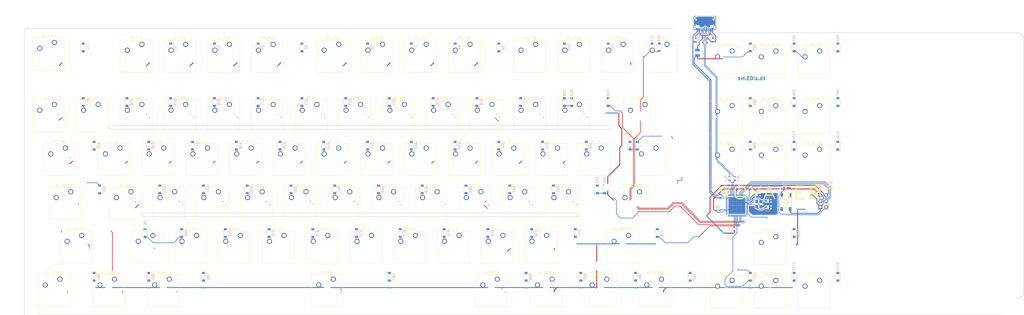
<source format=kicad_pcb>
(kicad_pcb (version 20171130) (host pcbnew "(5.0.2)-1")
  (layers (0 F.Cu signal) (31 B.Cu signal) (34 B.Paste user) (35 F.Paste user) (36 B.SilkS user) (37 F.SilkS user) (38 B.Mask user) (39 F.Mask user) (44 Edge.Cuts user))
  (net 0 "")
  (net 1 COL13)
  (net 2 +5V)
  (net 3 COL12)
  (net 4 "Net-(C2-Pad1)")
  (net 5 GND)
  (net 6 XTAL1)
  (net 7 XTAL2)
  (net 8 COL0)
  (net 9 ROW0)
  (net 10 "Net-(D1-Pad2)")
  (net 11 "Net-(D2-Pad2)")
  (net 12 "Net-(D3-Pad2)")
  (net 13 "Net-(D4-Pad2)")
  (net 14 "Net-(D5-Pad2)")
  (net 15 "Net-(D6-Pad2)")
  (net 16 "Net-(D7-Pad2)")
  (net 17 "Net-(D8-Pad2)")
  (net 18 "Net-(D9-Pad2)")
  (net 19 "Net-(D10-Pad2)")
  (net 20 "Net-(D11-Pad2)")
  (net 21 "Net-(D12-Pad2)")
  (net 22 "Net-(D13-Pad2)")
  (net 23 ROW4)
  (net 24 "Net-(D17-Pad2)")
  (net 25 ROW1)
  (net 26 "Net-(D18-Pad2)")
  (net 27 "Net-(D19-Pad2)")
  (net 28 "Net-(D20-Pad2)")
  (net 29 "Net-(D21-Pad2)")
  (net 30 "Net-(D22-Pad2)")
  (net 31 "Net-(D23-Pad2)")
  (net 32 "Net-(D24-Pad2)")
  (net 33 "Net-(D25-Pad2)")
  (net 34 "Net-(D26-Pad2)")
  (net 35 "Net-(D27-Pad2)")
  (net 36 "Net-(D28-Pad2)")
  (net 37 "Net-(D29-Pad2)")
  (net 38 ROW3)
  (net 39 ROW2)
  (net 40 "Net-(D35-Pad2)")
  (net 41 "Net-(D36-Pad2)")
  (net 42 "Net-(D37-Pad2)")
  (net 43 "Net-(D38-Pad2)")
  (net 44 "Net-(D39-Pad2)")
  (net 45 "Net-(D40-Pad2)")
  (net 46 "Net-(D41-Pad2)")
  (net 47 "Net-(D42-Pad2)")
  (net 48 "Net-(D43-Pad2)")
  (net 49 "Net-(D44-Pad2)")
  (net 50 "Net-(D45-Pad2)")
  (net 51 "Net-(D46-Pad2)")
  (net 52 "Net-(D47-Pad2)")
  (net 53 "Net-(D48-Pad2)")
  (net 54 "Net-(D53-Pad2)")
  (net 55 "Net-(D54-Pad2)")
  (net 56 "Net-(D55-Pad2)")
  (net 57 "Net-(D56-Pad2)")
  (net 58 "Net-(D57-Pad2)")
  (net 59 "Net-(D58-Pad2)")
  (net 60 "Net-(D59-Pad2)")
  (net 61 "Net-(D60-Pad2)")
  (net 62 "Net-(D61-Pad2)")
  (net 63 "Net-(D62-Pad2)")
  (net 64 "Net-(D63-Pad2)")
  (net 65 "Net-(D65-Pad2)")
  (net 66 "Net-(D67-Pad2)")
  (net 67 "Net-(D68-Pad2)")
  (net 68 "Net-(D69-Pad2)")
  (net 69 "Net-(D70-Pad2)")
  (net 70 "Net-(D71-Pad2)")
  (net 71 "Net-(D72-Pad2)")
  (net 72 "Net-(D73-Pad2)")
  (net 73 "Net-(D74-Pad2)")
  (net 74 "Net-(D75-Pad2)")
  (net 75 "Net-(D76-Pad2)")
  (net 76 "Net-(D77-Pad2)")
  (net 77 "Net-(D78-Pad2)")
  (net 78 ROW5)
  (net 79 "Net-(D81-Pad2)")
  (net 80 "Net-(D82-Pad2)")
  (net 81 "Net-(D84-Pad2)")
  (net 82 "Net-(D85-Pad2)")
  (net 83 "Net-(D86-Pad2)")
  (net 84 "Net-(D87-Pad2)")
  (net 85 "Net-(D90-Pad2)")
  (net 86 "Net-(D91-Pad2)")
  (net 87 "Net-(D92-Pad2)")
  (net 88 "Net-(D93-Pad2)")
  (net 89 "Net-(D94-Pad2)")
  (net 90 "Net-(D95-Pad2)")
  (net 91 "Net-(D96-Pad2)")
  (net 92 "Net-(D97-Pad2)")
  (net 93 "Net-(D99-Pad2)")
  (net 94 "Net-(D100-Pad2)")
  (net 95 "Net-(D101-Pad2)")
  (net 96 "Net-(D108-Pad2)")
  (net 97 "Net-(D111-Pad2)")
  (net 98 "Net-(D112-Pad2)")
  (net 99 "Net-(D113-Pad2)")
  (net 100 VCC)
  (net 101 COL2)
  (net 102 COL1)
  (net 103 COL10)
  (net 104 COL9)
  (net 105 COL3)
  (net 106 COL4)
  (net 107 COL5)
  (net 108 COL6)
  (net 109 COL7)
  (net 110 COL8)
  (net 111 COL11)
  (net 112 COL14)
  (net 113 COL15)
  (net 114 COL16)
  (net 115 LEDGND)
  (net 116 "Net-(RC1-Pad2)")
  (net 117 D-)
  (net 118 D+)
  (net 119 "Net-(RC2-Pad1)")
  (net 120 RESET)
  (net 121 "Net-(RC4-Pad1)")
  (net 122 "Net-(RC6-Pad2)")
  (net 123 "Net-(RC7-Pad2)")
  (net 124 MISO)
  (net 125 MOSI)
  (net 126 SCK)
  (net 127 "Net-(D30-Pad2)")
  (net 128 "Net-(D52-Pad2)")
  (module Diodes_SMD:D_SOD-123 (layer B.Cu) (at 60.325 138.1125 90)
    (fp_text reference D84 (at 0 2 90) (layer B.SilkS) (effects (justify mirror)))
    (fp_text value SOD-323)
    (pad 1 smd rect (at -1.65 0 90) (size 0.9 1.2) (layers B.Cu B.Paste B.Mask) (net 78 ROW5))
    (pad 2 smd rect (at 1.65 0 90) (size 0.9 1.2) (layers B.Cu B.Paste B.Mask) (net 81 "Net-(D84-Pad2)"))
  )
  (module Capacitors_SMD:C_0603 (layer B.Cu) (at 339.979 99.06 90)
    (fp_text reference C2 (at 0 1.5 90) (layer B.SilkS) (effects (justify mirror)))
    (fp_text value 1uF)
    (pad 1 smd rect (at -0.75 0 90) (size 0.8 0.75) (layers B.Cu B.Paste B.Mask) (net 4 "Net-(C2-Pad1)"))
    (pad 2 smd rect (at 0.75 0 90) (size 0.8 0.75) (layers B.Cu B.Paste B.Mask) (net 5 GND))
  )
  (module Capacitors_SMD:C_0603 (layer B.Cu) (at 353.72675 107.79125)
    (fp_text reference C3 (at 0 1.5) (layer B.SilkS) (effects (justify mirror)))
    (fp_text value 22pF)
    (pad 2 smd rect (at 0.75 0) (size 0.8 0.75) (layers B.Cu B.Paste B.Mask) (net 5 GND))
    (pad 1 smd rect (at -0.75 0) (size 0.8 0.75) (layers B.Cu B.Paste B.Mask) (net 6 XTAL1))
  )
  (module Capacitors_SMD:C_0603 (layer B.Cu) (at 353.72675 105.013125)
    (fp_text reference C4 (at -0.03175 -1.508125) (layer B.SilkS) (effects (justify mirror)))
    (fp_text value 22pF)
    (pad 1 smd rect (at -0.75 0) (size 0.8 0.75) (layers B.Cu B.Paste B.Mask) (net 7 XTAL2))
    (pad 2 smd rect (at 0.75 0) (size 0.8 0.75) (layers B.Cu B.Paste B.Mask) (net 5 GND))
  )
  (module Capacitors_SMD:C_0603 (layer B.Cu) (at 336.661125 99.06 270)
    (fp_text reference C5 (at 0 1.5 270) (layer B.SilkS) (effects (justify mirror)))
    (fp_text value 1uF)
    (pad 2 smd rect (at 0.75 0 270) (size 0.8 0.75) (layers B.Cu B.Paste B.Mask) (net 2 +5V))
    (pad 1 smd rect (at -0.75 0 270) (size 0.8 0.75) (layers B.Cu B.Paste B.Mask) (net 5 GND))
  )
  (module Capacitors_SMD:C_0603 (layer B.Cu) (at 331.978 109.22 180)
    (fp_text reference C6 (at 0 1.5 180) (layer B.SilkS) (effects (justify mirror)))
    (fp_text value 0.1uF)
    (pad 1 smd rect (at -0.75 0 180) (size 0.8 0.75) (layers B.Cu B.Paste B.Mask) (net 5 GND))
    (pad 2 smd rect (at 0.75 0 180) (size 0.8 0.75) (layers B.Cu B.Paste B.Mask) (net 2 +5V))
  )
  (module Capacitors_SMD:C_0603 (layer B.Cu) (at 333.08925 102.997 90)
    (fp_text reference C7 (at 0 -1.36525 90) (layer B.SilkS) (effects (justify mirror)))
    (fp_text value 0.1uF)
    (pad 2 smd rect (at 0.75 0 90) (size 0.8 0.75) (layers B.Cu B.Paste B.Mask) (net 2 +5V))
    (pad 1 smd rect (at -0.75 0 90) (size 0.8 0.75) (layers B.Cu B.Paste B.Mask) (net 5 GND))
  )
  (module Capacitors_SMD:C_0603 (layer B.Cu) (at 348.96425 102.235 180)
    (fp_text reference C8 (at 0 1.5 180) (layer B.SilkS) (effects (justify mirror)))
    (fp_text value 0.1uF)
    (pad 1 smd rect (at -0.75 0 180) (size 0.8 0.75) (layers B.Cu B.Paste B.Mask) (net 5 GND))
    (pad 2 smd rect (at 0.75 0 180) (size 0.8 0.75) (layers B.Cu B.Paste B.Mask) (net 2 +5V))
  )
  (module Diodes_SMD:D_SOD-123 (layer B.Cu) (at 55.5625 38.1 90)
    (fp_text reference D1 (at 0 2 90) (layer B.SilkS) (effects (justify mirror)))
    (fp_text value SOD-323)
    (pad 1 smd rect (at -1.65 0 90) (size 0.9 1.2) (layers B.Cu B.Paste B.Mask) (net 9 ROW0))
    (pad 2 smd rect (at 1.65 0 90) (size 0.9 1.2) (layers B.Cu B.Paste B.Mask) (net 10 "Net-(D1-Pad2)"))
  )
  (module Diodes_SMD:D_SOD-123 (layer B.Cu) (at 93.6625 38.1 90)
    (fp_text reference D2 (at 0 2 90) (layer B.SilkS) (effects (justify mirror)))
    (fp_text value SOD-323)
    (pad 1 smd rect (at -1.65 0 90) (size 0.9 1.2) (layers B.Cu B.Paste B.Mask) (net 9 ROW0))
    (pad 2 smd rect (at 1.65 0 90) (size 0.9 1.2) (layers B.Cu B.Paste B.Mask) (net 11 "Net-(D2-Pad2)"))
  )
  (module Diodes_SMD:D_SOD-123 (layer B.Cu) (at 112.7125 38.1 90)
    (fp_text reference D3 (at 0 2 90) (layer B.SilkS) (effects (justify mirror)))
    (fp_text value SOD-323)
    (pad 2 smd rect (at 1.65 0 90) (size 0.9 1.2) (layers B.Cu B.Paste B.Mask) (net 12 "Net-(D3-Pad2)"))
    (pad 1 smd rect (at -1.65 0 90) (size 0.9 1.2) (layers B.Cu B.Paste B.Mask) (net 9 ROW0))
  )
  (module Diodes_SMD:D_SOD-123 (layer B.Cu) (at 131.7625 38.1 90)
    (fp_text reference D4 (at 0 2 90) (layer B.SilkS) (effects (justify mirror)))
    (fp_text value SOD-323)
    (pad 1 smd rect (at -1.65 0 90) (size 0.9 1.2) (layers B.Cu B.Paste B.Mask) (net 9 ROW0))
    (pad 2 smd rect (at 1.65 0 90) (size 0.9 1.2) (layers B.Cu B.Paste B.Mask) (net 13 "Net-(D4-Pad2)"))
  )
  (module Diodes_SMD:D_SOD-123 (layer B.Cu) (at 150.8125 38.1 90)
    (fp_text reference D5 (at 0 2 90) (layer B.SilkS) (effects (justify mirror)))
    (fp_text value SOD-323)
    (pad 2 smd rect (at 1.65 0 90) (size 0.9 1.2) (layers B.Cu B.Paste B.Mask) (net 14 "Net-(D5-Pad2)"))
    (pad 1 smd rect (at -1.65 0 90) (size 0.9 1.2) (layers B.Cu B.Paste B.Mask) (net 9 ROW0))
  )
  (module Diodes_SMD:D_SOD-123 (layer B.Cu) (at 179.3875 38.1 90)
    (fp_text reference D6 (at 0 2 90) (layer B.SilkS) (effects (justify mirror)))
    (fp_text value SOD-323)
    (pad 1 smd rect (at -1.65 0 90) (size 0.9 1.2) (layers B.Cu B.Paste B.Mask) (net 9 ROW0))
    (pad 2 smd rect (at 1.65 0 90) (size 0.9 1.2) (layers B.Cu B.Paste B.Mask) (net 15 "Net-(D6-Pad2)"))
  )
  (module Diodes_SMD:D_SOD-123 (layer B.Cu) (at 198.4375 38.1 90)
    (fp_text reference D7 (at 0 2 90) (layer B.SilkS) (effects (justify mirror)))
    (fp_text value SOD-323)
    (pad 1 smd rect (at -1.65 0 90) (size 0.9 1.2) (layers B.Cu B.Paste B.Mask) (net 9 ROW0))
    (pad 2 smd rect (at 1.65 0 90) (size 0.9 1.2) (layers B.Cu B.Paste B.Mask) (net 16 "Net-(D7-Pad2)"))
  )
  (module Diodes_SMD:D_SOD-123 (layer B.Cu) (at 217.4875 38.1 90)
    (fp_text reference D8 (at 0 2 90) (layer B.SilkS) (effects (justify mirror)))
    (fp_text value SOD-323)
    (pad 1 smd rect (at -1.65 0 90) (size 0.9 1.2) (layers B.Cu B.Paste B.Mask) (net 9 ROW0))
    (pad 2 smd rect (at 1.65 0 90) (size 0.9 1.2) (layers B.Cu B.Paste B.Mask) (net 17 "Net-(D8-Pad2)"))
  )
  (module Diodes_SMD:D_SOD-123 (layer B.Cu) (at 236.5375 38.1 90)
    (fp_text reference D9 (at 0 2 90) (layer B.SilkS) (effects (justify mirror)))
    (fp_text value SOD-323)
    (pad 1 smd rect (at -1.65 0 90) (size 0.9 1.2) (layers B.Cu B.Paste B.Mask) (net 9 ROW0))
    (pad 2 smd rect (at 1.65 0 90) (size 0.9 1.2) (layers B.Cu B.Paste B.Mask) (net 18 "Net-(D9-Pad2)"))
  )
  (module Diodes_SMD:D_SOD-123 (layer B.Cu) (at 265.1125 38.1 90)
    (fp_text reference D10 (at 0 2 90) (layer B.SilkS) (effects (justify mirror)))
    (fp_text value SOD-323)
    (pad 2 smd rect (at 1.65 0 90) (size 0.9 1.2) (layers B.Cu B.Paste B.Mask) (net 19 "Net-(D10-Pad2)"))
    (pad 1 smd rect (at -1.65 0 90) (size 0.9 1.2) (layers B.Cu B.Paste B.Mask) (net 9 ROW0))
  )
  (module Diodes_SMD:D_SOD-123 (layer B.Cu) (at 284.1625 38.1 90)
    (fp_text reference D11 (at 0 2 90) (layer B.SilkS) (effects (justify mirror)))
    (fp_text value SOD-323)
    (pad 2 smd rect (at 1.65 0 90) (size 0.9 1.2) (layers B.Cu B.Paste B.Mask) (net 20 "Net-(D11-Pad2)"))
    (pad 1 smd rect (at -1.65 0 90) (size 0.9 1.2) (layers B.Cu B.Paste B.Mask) (net 9 ROW0))
  )
  (module Diodes_SMD:D_SOD-123 (layer B.Cu) (at 303.2125 38.1 90)
    (fp_text reference D12 (at 4.064 -0.032 90) (layer B.SilkS) (effects (justify mirror)))
    (fp_text value SOD-323)
    (pad 1 smd rect (at -1.65 0 90) (size 0.9 1.2) (layers B.Cu B.Paste B.Mask) (net 9 ROW0))
    (pad 2 smd rect (at 1.65 0 90) (size 0.9 1.2) (layers B.Cu B.Paste B.Mask) (net 21 "Net-(D12-Pad2)"))
  )
  (module Diodes_SMD:D_SOD-123 (layer B.Cu) (at 306.3875 38.1 90)
    (fp_text reference D13 (at 4.064 -0.032 90) (layer B.SilkS) (effects (justify mirror)))
    (fp_text value SOD-323)
    (pad 1 smd rect (at -1.65 0 90) (size 0.9 1.2) (layers B.Cu B.Paste B.Mask) (net 9 ROW0))
    (pad 2 smd rect (at 1.65 0 90) (size 0.9 1.2) (layers B.Cu B.Paste B.Mask) (net 22 "Net-(D13-Pad2)"))
  )
  (module Diodes_SMD:D_SOD-123 (layer B.Cu) (at 55.5625 61.9125 90)
    (fp_text reference D17 (at 0 2 90) (layer B.SilkS) (effects (justify mirror)))
    (fp_text value SOD-323)
    (pad 2 smd rect (at 1.65 0 90) (size 0.9 1.2) (layers B.Cu B.Paste B.Mask) (net 24 "Net-(D17-Pad2)"))
    (pad 1 smd rect (at -1.65 0 90) (size 0.9 1.2) (layers B.Cu B.Paste B.Mask) (net 25 ROW1))
  )
  (module Diodes_SMD:D_SOD-123 (layer B.Cu) (at 74.6125 61.9125 90)
    (fp_text reference D18 (at 0 2 90) (layer B.SilkS) (effects (justify mirror)))
    (fp_text value SOD-323)
    (pad 2 smd rect (at 1.65 0 90) (size 0.9 1.2) (layers B.Cu B.Paste B.Mask) (net 26 "Net-(D18-Pad2)"))
    (pad 1 smd rect (at -1.65 0 90) (size 0.9 1.2) (layers B.Cu B.Paste B.Mask) (net 25 ROW1))
  )
  (module Diodes_SMD:D_SOD-123 (layer B.Cu) (at 93.6625 61.9125 90)
    (fp_text reference D19 (at 0 2 90) (layer B.SilkS) (effects (justify mirror)))
    (fp_text value SOD-323)
    (pad 2 smd rect (at 1.65 0 90) (size 0.9 1.2) (layers B.Cu B.Paste B.Mask) (net 27 "Net-(D19-Pad2)"))
    (pad 1 smd rect (at -1.65 0 90) (size 0.9 1.2) (layers B.Cu B.Paste B.Mask) (net 25 ROW1))
  )
  (module Diodes_SMD:D_SOD-123 (layer B.Cu) (at 112.7125 61.9125 90)
    (fp_text reference D20 (at 0 2 90) (layer B.SilkS) (effects (justify mirror)))
    (fp_text value SOD-323)
    (pad 2 smd rect (at 1.65 0 90) (size 0.9 1.2) (layers B.Cu B.Paste B.Mask) (net 28 "Net-(D20-Pad2)"))
    (pad 1 smd rect (at -1.65 0 90) (size 0.9 1.2) (layers B.Cu B.Paste B.Mask) (net 25 ROW1))
  )
  (module Diodes_SMD:D_SOD-123 (layer B.Cu) (at 131.7625 61.9125 90)
    (fp_text reference D21 (at 0 2 90) (layer B.SilkS) (effects (justify mirror)))
    (fp_text value SOD-323)
    (pad 1 smd rect (at -1.65 0 90) (size 0.9 1.2) (layers B.Cu B.Paste B.Mask) (net 25 ROW1))
    (pad 2 smd rect (at 1.65 0 90) (size 0.9 1.2) (layers B.Cu B.Paste B.Mask) (net 29 "Net-(D21-Pad2)"))
  )
  (module Diodes_SMD:D_SOD-123 (layer B.Cu) (at 150.8125 61.9125 90)
    (fp_text reference D22 (at 0 2 90) (layer B.SilkS) (effects (justify mirror)))
    (fp_text value SOD-323)
    (pad 1 smd rect (at -1.65 0 90) (size 0.9 1.2) (layers B.Cu B.Paste B.Mask) (net 25 ROW1))
    (pad 2 smd rect (at 1.65 0 90) (size 0.9 1.2) (layers B.Cu B.Paste B.Mask) (net 30 "Net-(D22-Pad2)"))
  )
  (module Diodes_SMD:D_SOD-123 (layer B.Cu) (at 169.8625 61.9125 90)
    (fp_text reference D23 (at 0 2 90) (layer B.SilkS) (effects (justify mirror)))
    (fp_text value SOD-323)
    (pad 2 smd rect (at 1.65 0 90) (size 0.9 1.2) (layers B.Cu B.Paste B.Mask) (net 31 "Net-(D23-Pad2)"))
    (pad 1 smd rect (at -1.65 0 90) (size 0.9 1.2) (layers B.Cu B.Paste B.Mask) (net 25 ROW1))
  )
  (module Diodes_SMD:D_SOD-123 (layer B.Cu) (at 188.9125 61.9125 90)
    (fp_text reference D24 (at 0 2 90) (layer B.SilkS) (effects (justify mirror)))
    (fp_text value SOD-323)
    (pad 2 smd rect (at 1.65 0 90) (size 0.9 1.2) (layers B.Cu B.Paste B.Mask) (net 32 "Net-(D24-Pad2)"))
    (pad 1 smd rect (at -1.65 0 90) (size 0.9 1.2) (layers B.Cu B.Paste B.Mask) (net 25 ROW1))
  )
  (module Diodes_SMD:D_SOD-123 (layer B.Cu) (at 207.9625 61.9125 90)
    (fp_text reference D25 (at 0 2 90) (layer B.SilkS) (effects (justify mirror)))
    (fp_text value SOD-323)
    (pad 1 smd rect (at -1.65 0 90) (size 0.9 1.2) (layers B.Cu B.Paste B.Mask) (net 25 ROW1))
    (pad 2 smd rect (at 1.65 0 90) (size 0.9 1.2) (layers B.Cu B.Paste B.Mask) (net 33 "Net-(D25-Pad2)"))
  )
  (module Diodes_SMD:D_SOD-123 (layer B.Cu) (at 227.0125 61.9125 90)
    (fp_text reference D26 (at 0 2 90) (layer B.SilkS) (effects (justify mirror)))
    (fp_text value SOD-323)
    (pad 1 smd rect (at -1.65 0 90) (size 0.9 1.2) (layers B.Cu B.Paste B.Mask) (net 25 ROW1))
    (pad 2 smd rect (at 1.65 0 90) (size 0.9 1.2) (layers B.Cu B.Paste B.Mask) (net 34 "Net-(D26-Pad2)"))
  )
  (module Diodes_SMD:D_SOD-123 (layer B.Cu) (at 246.0625 61.9125 90)
    (fp_text reference D27 (at 0 2 90) (layer B.SilkS) (effects (justify mirror)))
    (fp_text value SOD-323)
    (pad 1 smd rect (at -1.65 0 90) (size 0.9 1.2) (layers B.Cu B.Paste B.Mask) (net 25 ROW1))
    (pad 2 smd rect (at 1.65 0 90) (size 0.9 1.2) (layers B.Cu B.Paste B.Mask) (net 35 "Net-(D27-Pad2)"))
  )
  (module Diodes_SMD:D_SOD-123 (layer B.Cu) (at 265.1125 61.9125 90)
    (fp_text reference D28 (at 3.937 -0.032 90) (layer B.SilkS) (effects (justify mirror)))
    (fp_text value SOD-323)
    (pad 2 smd rect (at 1.65 0 90) (size 0.9 1.2) (layers B.Cu B.Paste B.Mask) (net 36 "Net-(D28-Pad2)"))
    (pad 1 smd rect (at -1.65 0 90) (size 0.9 1.2) (layers B.Cu B.Paste B.Mask) (net 25 ROW1))
  )
  (module Diodes_SMD:D_SOD-123 (layer B.Cu) (at 268.2875 61.9125 90)
    (fp_text reference D29 (at 3.937 -0.032 90) (layer B.SilkS) (effects (justify mirror)))
    (fp_text value SOD-323)
    (pad 2 smd rect (at 1.65 0 90) (size 0.9 1.2) (layers B.Cu B.Paste B.Mask) (net 37 "Net-(D29-Pad2)"))
    (pad 1 smd rect (at -1.65 0 90) (size 0.9 1.2) (layers B.Cu B.Paste B.Mask) (net 25 ROW1))
  )
  (module Diodes_SMD:D_SOD-123 (layer B.Cu) (at 284.1625 61.9125 90)
    (fp_text reference D30 (at 3.937 -0.032 90) (layer B.SilkS) (effects (justify mirror)))
    (fp_text value SOD-323)
    (pad 1 smd rect (at -1.65 0 90) (size 0.9 1.2) (layers B.Cu B.Paste B.Mask) (net 25 ROW1))
    (pad 2 smd rect (at 1.65 0 90) (size 0.9 1.2) (layers B.Cu B.Paste B.Mask) (net 127 "Net-(D30-Pad2)"))
  )
  (module Diodes_SMD:D_SOD-123 (layer B.Cu) (at 60.325 80.9625 90)
    (fp_text reference D35 (at 0 2 90) (layer B.SilkS) (effects (justify mirror)))
    (fp_text value SOD-323)
    (pad 1 smd rect (at -1.65 0 90) (size 0.9 1.2) (layers B.Cu B.Paste B.Mask) (net 39 ROW2))
    (pad 2 smd rect (at 1.65 0 90) (size 0.9 1.2) (layers B.Cu B.Paste B.Mask) (net 40 "Net-(D35-Pad2)"))
  )
  (module Diodes_SMD:D_SOD-123 (layer B.Cu) (at 84.1375 80.9625 90)
    (fp_text reference D36 (at 0 2 90) (layer B.SilkS) (effects (justify mirror)))
    (fp_text value SOD-323)
    (pad 2 smd rect (at 1.65 0 90) (size 0.9 1.2) (layers B.Cu B.Paste B.Mask) (net 41 "Net-(D36-Pad2)"))
    (pad 1 smd rect (at -1.65 0 90) (size 0.9 1.2) (layers B.Cu B.Paste B.Mask) (net 39 ROW2))
  )
  (module Diodes_SMD:D_SOD-123 (layer B.Cu) (at 103.1875 80.9625 90)
    (fp_text reference D37 (at 0 2 90) (layer B.SilkS) (effects (justify mirror)))
    (fp_text value SOD-323)
    (pad 1 smd rect (at -1.65 0 90) (size 0.9 1.2) (layers B.Cu B.Paste B.Mask) (net 39 ROW2))
    (pad 2 smd rect (at 1.65 0 90) (size 0.9 1.2) (layers B.Cu B.Paste B.Mask) (net 42 "Net-(D37-Pad2)"))
  )
  (module Diodes_SMD:D_SOD-123 (layer B.Cu) (at 122.2375 80.9625 90)
    (fp_text reference D38 (at 0 2 90) (layer B.SilkS) (effects (justify mirror)))
    (fp_text value SOD-323)
    (pad 2 smd rect (at 1.65 0 90) (size 0.9 1.2) (layers B.Cu B.Paste B.Mask) (net 43 "Net-(D38-Pad2)"))
    (pad 1 smd rect (at -1.65 0 90) (size 0.9 1.2) (layers B.Cu B.Paste B.Mask) (net 39 ROW2))
  )
  (module Diodes_SMD:D_SOD-123 (layer B.Cu) (at 141.2875 80.9625 90)
    (fp_text reference D39 (at 0 2 90) (layer B.SilkS) (effects (justify mirror)))
    (fp_text value SOD-323)
    (pad 1 smd rect (at -1.65 0 90) (size 0.9 1.2) (layers B.Cu B.Paste B.Mask) (net 39 ROW2))
    (pad 2 smd rect (at 1.65 0 90) (size 0.9 1.2) (layers B.Cu B.Paste B.Mask) (net 44 "Net-(D39-Pad2)"))
  )
  (module Diodes_SMD:D_SOD-123 (layer B.Cu) (at 160.3375 80.9625 90)
    (fp_text reference D40 (at 0 2 90) (layer B.SilkS) (effects (justify mirror)))
    (fp_text value SOD-323)
    (pad 2 smd rect (at 1.65 0 90) (size 0.9 1.2) (layers B.Cu B.Paste B.Mask) (net 45 "Net-(D40-Pad2)"))
    (pad 1 smd rect (at -1.65 0 90) (size 0.9 1.2) (layers B.Cu B.Paste B.Mask) (net 39 ROW2))
  )
  (module Diodes_SMD:D_SOD-123 (layer B.Cu) (at 179.3875 80.9625 90)
    (fp_text reference D41 (at 0 2 90) (layer B.SilkS) (effects (justify mirror)))
    (fp_text value SOD-323)
    (pad 1 smd rect (at -1.65 0 90) (size 0.9 1.2) (layers B.Cu B.Paste B.Mask) (net 39 ROW2))
    (pad 2 smd rect (at 1.65 0 90) (size 0.9 1.2) (layers B.Cu B.Paste B.Mask) (net 46 "Net-(D41-Pad2)"))
  )
  (module Diodes_SMD:D_SOD-123 (layer B.Cu) (at 198.4375 80.9625 90)
    (fp_text reference D42 (at 0 2 90) (layer B.SilkS) (effects (justify mirror)))
    (fp_text value SOD-323)
    (pad 1 smd rect (at -1.65 0 90) (size 0.9 1.2) (layers B.Cu B.Paste B.Mask) (net 39 ROW2))
    (pad 2 smd rect (at 1.65 0 90) (size 0.9 1.2) (layers B.Cu B.Paste B.Mask) (net 47 "Net-(D42-Pad2)"))
  )
  (module Diodes_SMD:D_SOD-123 (layer B.Cu) (at 217.4875 80.9625 90)
    (fp_text reference D43 (at 0 2 90) (layer B.SilkS) (effects (justify mirror)))
    (fp_text value SOD-323)
    (pad 1 smd rect (at -1.65 0 90) (size 0.9 1.2) (layers B.Cu B.Paste B.Mask) (net 39 ROW2))
    (pad 2 smd rect (at 1.65 0 90) (size 0.9 1.2) (layers B.Cu B.Paste B.Mask) (net 48 "Net-(D43-Pad2)"))
  )
  (module Diodes_SMD:D_SOD-123 (layer B.Cu) (at 236.5375 80.9625 90)
    (fp_text reference D44 (at 0 2 90) (layer B.SilkS) (effects (justify mirror)))
    (fp_text value SOD-323)
    (pad 1 smd rect (at -1.65 0 90) (size 0.9 1.2) (layers B.Cu B.Paste B.Mask) (net 39 ROW2))
    (pad 2 smd rect (at 1.65 0 90) (size 0.9 1.2) (layers B.Cu B.Paste B.Mask) (net 49 "Net-(D44-Pad2)"))
  )
  (module Diodes_SMD:D_SOD-123 (layer B.Cu) (at 255.5875 80.9625 90)
    (fp_text reference D45 (at 0 2 90) (layer B.SilkS) (effects (justify mirror)))
    (fp_text value SOD-323)
    (pad 2 smd rect (at 1.65 0 90) (size 0.9 1.2) (layers B.Cu B.Paste B.Mask) (net 50 "Net-(D45-Pad2)"))
    (pad 1 smd rect (at -1.65 0 90) (size 0.9 1.2) (layers B.Cu B.Paste B.Mask) (net 39 ROW2))
  )
  (module Diodes_SMD:D_SOD-123 (layer B.Cu) (at 274.6375 80.9625 90)
    (fp_text reference D46 (at 0 2 90) (layer B.SilkS) (effects (justify mirror)))
    (fp_text value SOD-323)
    (pad 2 smd rect (at 1.65 0 90) (size 0.9 1.2) (layers B.Cu B.Paste B.Mask) (net 51 "Net-(D46-Pad2)"))
    (pad 1 smd rect (at -1.65 0 90) (size 0.9 1.2) (layers B.Cu B.Paste B.Mask) (net 39 ROW2))
  )
  (module Diodes_SMD:D_SOD-123 (layer B.Cu) (at 293.6875 80.9625 90)
    (fp_text reference D47 (at 3.937 -0.032 90) (layer B.SilkS) (effects (justify mirror)))
    (fp_text value SOD-323)
    (pad 2 smd rect (at 1.65 0 90) (size 0.9 1.2) (layers B.Cu B.Paste B.Mask) (net 52 "Net-(D47-Pad2)"))
    (pad 1 smd rect (at -1.65 0 90) (size 0.9 1.2) (layers B.Cu B.Paste B.Mask) (net 39 ROW2))
  )
  (module Diodes_SMD:D_SOD-123 (layer B.Cu) (at 296.8625 80.9625 90)
    (fp_text reference D48 (at 3.937 -0.032 90) (layer B.SilkS) (effects (justify mirror)))
    (fp_text value SOD-323)
    (pad 1 smd rect (at -1.65 0 90) (size 0.9 1.2) (layers B.Cu B.Paste B.Mask) (net 39 ROW2))
    (pad 2 smd rect (at 1.65 0 90) (size 0.9 1.2) (layers B.Cu B.Paste B.Mask) (net 53 "Net-(D48-Pad2)"))
  )
  (module Diodes_SMD:D_SOD-123 (layer B.Cu) (at 62.70625 100.0125 90)
    (fp_text reference D52 (at 0 2 90) (layer B.SilkS) (effects (justify mirror)))
    (fp_text value SOD-323)
    (pad 2 smd rect (at 1.65 0 90) (size 0.9 1.2) (layers B.Cu B.Paste B.Mask) (net 128 "Net-(D52-Pad2)"))
    (pad 1 smd rect (at -1.65 0 90) (size 0.9 1.2) (layers B.Cu B.Paste B.Mask) (net 38 ROW3))
  )
  (module Diodes_SMD:D_SOD-123 (layer B.Cu) (at 88.9 100.0125 90)
    (fp_text reference D53 (at 0 2 90) (layer B.SilkS) (effects (justify mirror)))
    (fp_text value SOD-323)
    (pad 2 smd rect (at 1.65 0 90) (size 0.9 1.2) (layers B.Cu B.Paste B.Mask) (net 54 "Net-(D53-Pad2)"))
    (pad 1 smd rect (at -1.65 0 90) (size 0.9 1.2) (layers B.Cu B.Paste B.Mask) (net 38 ROW3))
  )
  (module Diodes_SMD:D_SOD-123 (layer B.Cu) (at 107.95 100.0125 90)
    (fp_text reference D54 (at 0 2 90) (layer B.SilkS) (effects (justify mirror)))
    (fp_text value SOD-323)
    (pad 1 smd rect (at -1.65 0 90) (size 0.9 1.2) (layers B.Cu B.Paste B.Mask) (net 38 ROW3))
    (pad 2 smd rect (at 1.65 0 90) (size 0.9 1.2) (layers B.Cu B.Paste B.Mask) (net 55 "Net-(D54-Pad2)"))
  )
  (module Diodes_SMD:D_SOD-123 (layer B.Cu) (at 127 100.0125 90)
    (fp_text reference D55 (at 0 2 90) (layer B.SilkS) (effects (justify mirror)))
    (fp_text value SOD-323)
    (pad 1 smd rect (at -1.65 0 90) (size 0.9 1.2) (layers B.Cu B.Paste B.Mask) (net 38 ROW3))
    (pad 2 smd rect (at 1.65 0 90) (size 0.9 1.2) (layers B.Cu B.Paste B.Mask) (net 56 "Net-(D55-Pad2)"))
  )
  (module Diodes_SMD:D_SOD-123 (layer B.Cu) (at 146.05 100.0125 90)
    (fp_text reference D56 (at 0 2 90) (layer B.SilkS) (effects (justify mirror)))
    (fp_text value SOD-323)
    (pad 2 smd rect (at 1.65 0 90) (size 0.9 1.2) (layers B.Cu B.Paste B.Mask) (net 57 "Net-(D56-Pad2)"))
    (pad 1 smd rect (at -1.65 0 90) (size 0.9 1.2) (layers B.Cu B.Paste B.Mask) (net 38 ROW3))
  )
  (module Diodes_SMD:D_SOD-123 (layer B.Cu) (at 165.1 100.0125 90)
    (fp_text reference D57 (at 0 2 90) (layer B.SilkS) (effects (justify mirror)))
    (fp_text value SOD-323)
    (pad 2 smd rect (at 1.65 0 90) (size 0.9 1.2) (layers B.Cu B.Paste B.Mask) (net 58 "Net-(D57-Pad2)"))
    (pad 1 smd rect (at -1.65 0 90) (size 0.9 1.2) (layers B.Cu B.Paste B.Mask) (net 38 ROW3))
  )
  (module Diodes_SMD:D_SOD-123 (layer B.Cu) (at 184.15 100.0125 90)
    (fp_text reference D58 (at 0 2 90) (layer B.SilkS) (effects (justify mirror)))
    (fp_text value SOD-323)
    (pad 1 smd rect (at -1.65 0 90) (size 0.9 1.2) (layers B.Cu B.Paste B.Mask) (net 38 ROW3))
    (pad 2 smd rect (at 1.65 0 90) (size 0.9 1.2) (layers B.Cu B.Paste B.Mask) (net 59 "Net-(D58-Pad2)"))
  )
  (module Diodes_SMD:D_SOD-123 (layer B.Cu) (at 203.2 100.0125 90)
    (fp_text reference D59 (at 0 2 90) (layer B.SilkS) (effects (justify mirror)))
    (fp_text value SOD-323)
    (pad 1 smd rect (at -1.65 0 90) (size 0.9 1.2) (layers B.Cu B.Paste B.Mask) (net 38 ROW3))
    (pad 2 smd rect (at 1.65 0 90) (size 0.9 1.2) (layers B.Cu B.Paste B.Mask) (net 60 "Net-(D59-Pad2)"))
  )
  (module Diodes_SMD:D_SOD-123 (layer B.Cu) (at 222.25 100.0125 90)
    (fp_text reference D60 (at 0 2 90) (layer B.SilkS) (effects (justify mirror)))
    (fp_text value SOD-323)
    (pad 2 smd rect (at 1.65 0 90) (size 0.9 1.2) (layers B.Cu B.Paste B.Mask) (net 61 "Net-(D60-Pad2)"))
    (pad 1 smd rect (at -1.65 0 90) (size 0.9 1.2) (layers B.Cu B.Paste B.Mask) (net 38 ROW3))
  )
  (module Diodes_SMD:D_SOD-123 (layer B.Cu) (at 241.3 100.0125 90)
    (fp_text reference D61 (at 0 2 90) (layer B.SilkS) (effects (justify mirror)))
    (fp_text value SOD-323)
    (pad 2 smd rect (at 1.65 0 90) (size 0.9 1.2) (layers B.Cu B.Paste B.Mask) (net 62 "Net-(D61-Pad2)"))
    (pad 1 smd rect (at -1.65 0 90) (size 0.9 1.2) (layers B.Cu B.Paste B.Mask) (net 38 ROW3))
  )
  (module Diodes_SMD:D_SOD-123 (layer B.Cu) (at 260.35 100.0125 90)
    (fp_text reference D62 (at 0 2 90) (layer B.SilkS) (effects (justify mirror)))
    (fp_text value SOD-323)
    (pad 1 smd rect (at -1.65 0 90) (size 0.9 1.2) (layers B.Cu B.Paste B.Mask) (net 38 ROW3))
    (pad 2 smd rect (at 1.65 0 90) (size 0.9 1.2) (layers B.Cu B.Paste B.Mask) (net 63 "Net-(D62-Pad2)"))
  )
  (module Diodes_SMD:D_SOD-123 (layer B.Cu) (at 279.4 100.0125 90)
    (fp_text reference D63 (at 4.064 -0.032 90) (layer B.SilkS) (effects (justify mirror)))
    (fp_text value SOD-323)
    (pad 1 smd rect (at -1.65 0 90) (size 0.9 1.2) (layers B.Cu B.Paste B.Mask) (net 38 ROW3))
    (pad 2 smd rect (at 1.65 0 90) (size 0.9 1.2) (layers B.Cu B.Paste B.Mask) (net 64 "Net-(D63-Pad2)"))
  )
  (module Diodes_SMD:D_SOD-123 (layer B.Cu) (at 282.575 100.0125 90)
    (fp_text reference D65 (at 4.064 -0.032 90) (layer B.SilkS) (effects (justify mirror)))
    (fp_text value SOD-323)
    (pad 2 smd rect (at 1.65 0 90) (size 0.9 1.2) (layers B.Cu B.Paste B.Mask) (net 65 "Net-(D65-Pad2)"))
    (pad 1 smd rect (at -1.65 0 90) (size 0.9 1.2) (layers B.Cu B.Paste B.Mask) (net 38 ROW3))
  )
  (module Diodes_SMD:D_SOD-123 (layer B.Cu) (at 82.55 119.0625 90)
    (fp_text reference D67 (at 4.064 -0.032 90) (layer B.SilkS) (effects (justify mirror)))
    (fp_text value SOD-323)
    (pad 2 smd rect (at 1.65 0 90) (size 0.9 1.2) (layers B.Cu B.Paste B.Mask) (net 66 "Net-(D67-Pad2)"))
    (pad 1 smd rect (at -1.65 0 90) (size 0.9 1.2) (layers B.Cu B.Paste B.Mask) (net 23 ROW4))
  )
  (module Diodes_SMD:D_SOD-123 (layer B.Cu) (at 98.425 119.0625 90)
    (fp_text reference D68 (at 0 2 90) (layer B.SilkS) (effects (justify mirror)))
    (fp_text value SOD-323)
    (pad 2 smd rect (at 1.65 0 90) (size 0.9 1.2) (layers B.Cu B.Paste B.Mask) (net 67 "Net-(D68-Pad2)"))
    (pad 1 smd rect (at -1.65 0 90) (size 0.9 1.2) (layers B.Cu B.Paste B.Mask) (net 23 ROW4))
  )
  (module Diodes_SMD:D_SOD-123 (layer B.Cu) (at 117.475 119.0625 90)
    (fp_text reference D69 (at 0 2 90) (layer B.SilkS) (effects (justify mirror)))
    (fp_text value SOD-323)
    (pad 2 smd rect (at 1.65 0 90) (size 0.9 1.2) (layers B.Cu B.Paste B.Mask) (net 68 "Net-(D69-Pad2)"))
    (pad 1 smd rect (at -1.65 0 90) (size 0.9 1.2) (layers B.Cu B.Paste B.Mask) (net 23 ROW4))
  )
  (module Diodes_SMD:D_SOD-123 (layer B.Cu) (at 136.525 119.0625 90)
    (fp_text reference D70 (at 0 2 90) (layer B.SilkS) (effects (justify mirror)))
    (fp_text value SOD-323)
    (pad 1 smd rect (at -1.65 0 90) (size 0.9 1.2) (layers B.Cu B.Paste B.Mask) (net 23 ROW4))
    (pad 2 smd rect (at 1.65 0 90) (size 0.9 1.2) (layers B.Cu B.Paste B.Mask) (net 69 "Net-(D70-Pad2)"))
  )
  (module Diodes_SMD:D_SOD-123 (layer B.Cu) (at 155.575 119.0625 90)
    (fp_text reference D71 (at 0 2 90) (layer B.SilkS) (effects (justify mirror)))
    (fp_text value SOD-323)
    (pad 1 smd rect (at -1.65 0 90) (size 0.9 1.2) (layers B.Cu B.Paste B.Mask) (net 23 ROW4))
    (pad 2 smd rect (at 1.65 0 90) (size 0.9 1.2) (layers B.Cu B.Paste B.Mask) (net 70 "Net-(D71-Pad2)"))
  )
  (module Diodes_SMD:D_SOD-123 (layer B.Cu) (at 174.625 119.0625 90)
    (fp_text reference D72 (at 0 2 90) (layer B.SilkS) (effects (justify mirror)))
    (fp_text value SOD-323)
    (pad 2 smd rect (at 1.65 0 90) (size 0.9 1.2) (layers B.Cu B.Paste B.Mask) (net 71 "Net-(D72-Pad2)"))
    (pad 1 smd rect (at -1.65 0 90) (size 0.9 1.2) (layers B.Cu B.Paste B.Mask) (net 23 ROW4))
  )
  (module Diodes_SMD:D_SOD-123 (layer B.Cu) (at 193.675 119.0625 90)
    (fp_text reference D73 (at 0 2 90) (layer B.SilkS) (effects (justify mirror)))
    (fp_text value SOD-323)
    (pad 1 smd rect (at -1.65 0 90) (size 0.9 1.2) (layers B.Cu B.Paste B.Mask) (net 23 ROW4))
    (pad 2 smd rect (at 1.65 0 90) (size 0.9 1.2) (layers B.Cu B.Paste B.Mask) (net 72 "Net-(D73-Pad2)"))
  )
  (module Diodes_SMD:D_SOD-123 (layer B.Cu) (at 212.725 119.0625 90)
    (fp_text reference D74 (at 0 2 90) (layer B.SilkS) (effects (justify mirror)))
    (fp_text value SOD-323)
    (pad 2 smd rect (at 1.65 0 90) (size 0.9 1.2) (layers B.Cu B.Paste B.Mask) (net 73 "Net-(D74-Pad2)"))
    (pad 1 smd rect (at -1.65 0 90) (size 0.9 1.2) (layers B.Cu B.Paste B.Mask) (net 23 ROW4))
  )
  (module Diodes_SMD:D_SOD-123 (layer B.Cu) (at 231.775 119.0625 90)
    (fp_text reference D75 (at 0 2 90) (layer B.SilkS) (effects (justify mirror)))
    (fp_text value SOD-323)
    (pad 1 smd rect (at -1.65 0 90) (size 0.9 1.2) (layers B.Cu B.Paste B.Mask) (net 23 ROW4))
    (pad 2 smd rect (at 1.65 0 90) (size 0.9 1.2) (layers B.Cu B.Paste B.Mask) (net 74 "Net-(D75-Pad2)"))
  )
  (module Diodes_SMD:D_SOD-123 (layer B.Cu) (at 250.825 119.0625 90)
    (fp_text reference D76 (at 0 2 90) (layer B.SilkS) (effects (justify mirror)))
    (fp_text value SOD-323)
    (pad 2 smd rect (at 1.65 0 90) (size 0.9 1.2) (layers B.Cu B.Paste B.Mask) (net 75 "Net-(D76-Pad2)"))
    (pad 1 smd rect (at -1.65 0 90) (size 0.9 1.2) (layers B.Cu B.Paste B.Mask) (net 23 ROW4))
  )
  (module Diodes_SMD:D_SOD-123 (layer B.Cu) (at 269.875 119.0625 90)
    (fp_text reference D77 (at 0 2 90) (layer B.SilkS) (effects (justify mirror)))
    (fp_text value SOD-323)
    (pad 1 smd rect (at -1.65 0 90) (size 0.9 1.2) (layers B.Cu B.Paste B.Mask) (net 23 ROW4))
    (pad 2 smd rect (at 1.65 0 90) (size 0.9 1.2) (layers B.Cu B.Paste B.Mask) (net 76 "Net-(D77-Pad2)"))
  )
  (module Diodes_SMD:D_SOD-123 (layer B.Cu) (at 305.59375 119.0625 90)
    (fp_text reference D78 (at 0 2 90) (layer B.SilkS) (effects (justify mirror)))
    (fp_text value SOD-323)
    (pad 2 smd rect (at 1.65 0 90) (size 0.9 1.2) (layers B.Cu B.Paste B.Mask) (net 77 "Net-(D78-Pad2)"))
    (pad 1 smd rect (at -1.65 0 90) (size 0.9 1.2) (layers B.Cu B.Paste B.Mask) (net 23 ROW4))
  )
  (module Diodes_SMD:D_SOD-123 (layer B.Cu) (at 296.06875 138.1125 90)
    (fp_text reference D81 (at 0 2 90) (layer B.SilkS) (effects (justify mirror)))
    (fp_text value SOD-323)
    (pad 1 smd rect (at -1.65 0 90) (size 0.9 1.2) (layers B.Cu B.Paste B.Mask) (net 78 ROW5))
    (pad 2 smd rect (at 1.65 0 90) (size 0.9 1.2) (layers B.Cu B.Paste B.Mask) (net 79 "Net-(D81-Pad2)"))
  )
  (module Diodes_SMD:D_SOD-123 (layer B.Cu) (at 319.88125 138.1125 90)
    (fp_text reference D82 (at 0 2 90) (layer B.SilkS) (effects (justify mirror)))
    (fp_text value SOD-323)
    (pad 2 smd rect (at 1.65 0 90) (size 0.9 1.2) (layers B.Cu B.Paste B.Mask) (net 80 "Net-(D82-Pad2)"))
    (pad 1 smd rect (at -1.65 0 90) (size 0.9 1.2) (layers B.Cu B.Paste B.Mask) (net 78 ROW5))
  )
  (module Diodes_SMD:D_SOD-123 (layer B.Cu) (at 84.1375 138.1125 90)
    (fp_text reference D85 (at 0 2 90) (layer B.SilkS) (effects (justify mirror)))
    (fp_text value SOD-323)
    (pad 1 smd rect (at -1.65 0 90) (size 0.9 1.2) (layers B.Cu B.Paste B.Mask) (net 78 ROW5))
    (pad 2 smd rect (at 1.65 0 90) (size 0.9 1.2) (layers B.Cu B.Paste B.Mask) (net 82 "Net-(D85-Pad2)"))
  )
  (module Diodes_SMD:D_SOD-123 (layer B.Cu) (at 107.95 138.1125 90)
    (fp_text reference D86 (at 0 2 90) (layer B.SilkS) (effects (justify mirror)))
    (fp_text value SOD-323)
    (pad 1 smd rect (at -1.65 0 90) (size 0.9 1.2) (layers B.Cu B.Paste B.Mask) (net 78 ROW5))
    (pad 2 smd rect (at 1.65 0 90) (size 0.9 1.2) (layers B.Cu B.Paste B.Mask) (net 83 "Net-(D86-Pad2)"))
  )
  (module Diodes_SMD:D_SOD-123 (layer B.Cu) (at 188.9125 138.1125 90)
    (fp_text reference D87 (at 0 2 90) (layer B.SilkS) (effects (justify mirror)))
    (fp_text value SOD-323)
    (pad 2 smd rect (at 1.65 0 90) (size 0.9 1.2) (layers B.Cu B.Paste B.Mask) (net 84 "Net-(D87-Pad2)"))
    (pad 1 smd rect (at -1.65 0 90) (size 0.9 1.2) (layers B.Cu B.Paste B.Mask) (net 78 ROW5))
  )
  (module Diodes_SMD:D_SOD-123 (layer B.Cu) (at 248.44375 138.1125 90)
    (fp_text reference D90 (at 0 2 90) (layer B.SilkS) (effects (justify mirror)))
    (fp_text value SOD-323)
    (pad 2 smd rect (at 1.65 0 90) (size 0.9 1.2) (layers B.Cu B.Paste B.Mask) (net 85 "Net-(D90-Pad2)"))
    (pad 1 smd rect (at -1.65 0 90) (size 0.9 1.2) (layers B.Cu B.Paste B.Mask) (net 78 ROW5))
  )
  (module Diodes_SMD:D_SOD-123 (layer B.Cu) (at 272.25625 138.1125 90)
    (fp_text reference D91 (at 0 2 90) (layer B.SilkS) (effects (justify mirror)))
    (fp_text value SOD-323)
    (pad 1 smd rect (at -1.65 0 90) (size 0.9 1.2) (layers B.Cu B.Paste B.Mask) (net 78 ROW5))
    (pad 2 smd rect (at 1.65 0 90) (size 0.9 1.2) (layers B.Cu B.Paste B.Mask) (net 86 "Net-(D91-Pad2)"))
  )
  (module Diodes_SMD:D_SOD-123 (layer B.Cu) (at 346.075 38.1 90)
    (fp_text reference D92 (at 0 2 90) (layer B.SilkS) (effects (justify mirror)))
    (fp_text value SOD-323)
    (pad 2 smd rect (at 1.65 0 90) (size 0.9 1.2) (layers B.Cu B.Paste B.Mask) (net 87 "Net-(D92-Pad2)"))
    (pad 1 smd rect (at -1.65 0 90) (size 0.9 1.2) (layers B.Cu B.Paste B.Mask) (net 9 ROW0))
  )
  (module Diodes_SMD:D_SOD-123 (layer B.Cu) (at 365.125 38.1 90)
    (fp_text reference D93 (at 4.064 -0.032 90) (layer B.SilkS) (effects (justify mirror)))
    (fp_text value SOD-323)
    (pad 2 smd rect (at 1.65 0 90) (size 0.9 1.2) (layers B.Cu B.Paste B.Mask) (net 88 "Net-(D93-Pad2)"))
    (pad 1 smd rect (at -1.65 0 90) (size 0.9 1.2) (layers B.Cu B.Paste B.Mask) (net 9 ROW0))
  )
  (module Diodes_SMD:D_SOD-123 (layer B.Cu) (at 384.175 38.1 90)
    (fp_text reference D94 (at 4.064 -0.032 90) (layer B.SilkS) (effects (justify mirror)))
    (fp_text value SOD-323)
    (pad 2 smd rect (at 1.65 0 90) (size 0.9 1.2) (layers B.Cu B.Paste B.Mask) (net 89 "Net-(D94-Pad2)"))
    (pad 1 smd rect (at -1.65 0 90) (size 0.9 1.2) (layers B.Cu B.Paste B.Mask) (net 9 ROW0))
  )
  (module Diodes_SMD:D_SOD-123 (layer B.Cu) (at 346.075 61.9125 90)
    (fp_text reference D95 (at 0 2 90) (layer B.SilkS) (effects (justify mirror)))
    (fp_text value SOD-323)
    (pad 1 smd rect (at -1.65 0 90) (size 0.9 1.2) (layers B.Cu B.Paste B.Mask) (net 25 ROW1))
    (pad 2 smd rect (at 1.65 0 90) (size 0.9 1.2) (layers B.Cu B.Paste B.Mask) (net 90 "Net-(D95-Pad2)"))
  )
  (module Diodes_SMD:D_SOD-123 (layer B.Cu) (at 365.125 61.9125 90)
    (fp_text reference D96 (at 4.064 -0.032 90) (layer B.SilkS) (effects (justify mirror)))
    (fp_text value SOD-323)
    (pad 2 smd rect (at 1.65 0 90) (size 0.9 1.2) (layers B.Cu B.Paste B.Mask) (net 91 "Net-(D96-Pad2)"))
    (pad 1 smd rect (at -1.65 0 90) (size 0.9 1.2) (layers B.Cu B.Paste B.Mask) (net 25 ROW1))
  )
  (module Diodes_SMD:D_SOD-123 (layer B.Cu) (at 384.175 61.9125 90)
    (fp_text reference D97 (at 4.064 -0.032 90) (layer B.SilkS) (effects (justify mirror)))
    (fp_text value SOD-323)
    (pad 1 smd rect (at -1.65 0 90) (size 0.9 1.2) (layers B.Cu B.Paste B.Mask) (net 25 ROW1))
    (pad 2 smd rect (at 1.65 0 90) (size 0.9 1.2) (layers B.Cu B.Paste B.Mask) (net 92 "Net-(D97-Pad2)"))
  )
  (module Diodes_SMD:D_SOD-123 (layer B.Cu) (at 346.075 80.9625 90)
    (fp_text reference D99 (at 0 2 90) (layer B.SilkS) (effects (justify mirror)))
    (fp_text value SOD-323)
    (pad 2 smd rect (at 1.65 0 90) (size 0.9 1.2) (layers B.Cu B.Paste B.Mask) (net 93 "Net-(D99-Pad2)"))
    (pad 1 smd rect (at -1.65 0 90) (size 0.9 1.2) (layers B.Cu B.Paste B.Mask) (net 39 ROW2))
  )
  (module Diodes_SMD:D_SOD-123 (layer B.Cu) (at 365.125 80.9625 90)
    (fp_text reference D100 (at 4.445 -0.032 90) (layer B.SilkS) (effects (justify mirror)))
    (fp_text value SOD-323)
    (pad 1 smd rect (at -1.65 0 90) (size 0.9 1.2) (layers B.Cu B.Paste B.Mask) (net 39 ROW2))
    (pad 2 smd rect (at 1.65 0 90) (size 0.9 1.2) (layers B.Cu B.Paste B.Mask) (net 94 "Net-(D100-Pad2)"))
  )
  (module Diodes_SMD:D_SOD-123 (layer B.Cu) (at 384.175 80.9625 90)
    (fp_text reference D101 (at 4.445 -0.032 90) (layer B.SilkS) (effects (justify mirror)))
    (fp_text value SOD-323)
    (pad 2 smd rect (at 1.65 0 90) (size 0.9 1.2) (layers B.Cu B.Paste B.Mask) (net 95 "Net-(D101-Pad2)"))
    (pad 1 smd rect (at -1.65 0 90) (size 0.9 1.2) (layers B.Cu B.Paste B.Mask) (net 39 ROW2))
  )
  (module Diodes_SMD:D_SOD-123 (layer B.Cu) (at 365.125 119.0625 90)
    (fp_text reference D108 (at 0 2 90) (layer B.SilkS) (effects (justify mirror)))
    (fp_text value SOD-323)
    (pad 1 smd rect (at -1.65 0 90) (size 0.9 1.2) (layers B.Cu B.Paste B.Mask) (net 23 ROW4))
    (pad 2 smd rect (at 1.65 0 90) (size 0.9 1.2) (layers B.Cu B.Paste B.Mask) (net 96 "Net-(D108-Pad2)"))
  )
  (module Diodes_SMD:D_SOD-123 (layer B.Cu) (at 346.075 138.1125 90)
    (fp_text reference D111 (at 0 2 90) (layer B.SilkS) (effects (justify mirror)))
    (fp_text value SOD-323)
    (pad 1 smd rect (at -1.65 0 90) (size 0.9 1.2) (layers B.Cu B.Paste B.Mask) (net 78 ROW5))
    (pad 2 smd rect (at 1.65 0 90) (size 0.9 1.2) (layers B.Cu B.Paste B.Mask) (net 97 "Net-(D111-Pad2)"))
  )
  (module Diodes_SMD:D_SOD-123 (layer B.Cu) (at 365.125 138.1125 90)
    (fp_text reference D112 (at 4.445 -0.032 90) (layer B.SilkS) (effects (justify mirror)))
    (fp_text value SOD-323)
    (pad 1 smd rect (at -1.65 0 90) (size 0.9 1.2) (layers B.Cu B.Paste B.Mask) (net 78 ROW5))
    (pad 2 smd rect (at 1.65 0 90) (size 0.9 1.2) (layers B.Cu B.Paste B.Mask) (net 98 "Net-(D112-Pad2)"))
  )
  (module Diodes_SMD:D_SOD-123 (layer B.Cu) (at 384.175 138.1125 90)
    (fp_text reference D113 (at 4.445 -0.032 90) (layer B.SilkS) (effects (justify mirror)))
    (fp_text value SOD-323)
    (pad 2 smd rect (at 1.65 0 90) (size 0.9 1.2) (layers B.Cu B.Paste B.Mask) (net 99 "Net-(D113-Pad2)"))
    (pad 1 smd rect (at -1.65 0 90) (size 0.9 1.2) (layers B.Cu B.Paste B.Mask) (net 78 ROW5))
  )
  (module Fuse_Holders_and_Fuses:Fuse_SMD1206_Reflow (layer B.Cu) (at 323.05625 40.48125 90)
    (fp_text reference F1 (at -0.03175 2.06375 90) (layer B.SilkS) (effects (justify mirror)))
    (fp_text value 500mA)
    (pad 2 smd rect (at 1.2 0) (size 2.03 1.14) (layers B.Cu B.Paste B.Mask) (net 100 VCC))
    (pad 1 smd rect (at -1.2 0) (size 2.03 1.14) (layers B.Cu B.Paste B.Mask) (net 2 +5V))
  )
  (module Resistors_SMD:R_0603 (layer B.Cu) (at 336.946875 95.25 90)
    (fp_text reference RC1 (at 0 -1.539875 90) (layer B.SilkS) (effects (justify mirror)))
    (fp_text value 22)
    (pad 2 smd rect (at 0.75 0 90) (size 0.5 0.9) (layers B.Cu B.Paste B.Mask) (net 116 "Net-(RC1-Pad2)"))
    (pad 1 smd rect (at -0.75 0 90) (size 0.5 0.9) (layers B.Cu B.Paste B.Mask) (net 117 D-))
  )
  (module Resistors_SMD:R_0603 (layer B.Cu) (at 339.328125 95.25 270)
    (fp_text reference RC2 (at 0 -1.666875 270) (layer B.SilkS) (effects (justify mirror)))
    (fp_text value 22)
    (pad 2 smd rect (at 0.75 0 270) (size 0.5 0.9) (layers B.Cu B.Paste B.Mask) (net 118 D+))
    (pad 1 smd rect (at -0.75 0 270) (size 0.5 0.9) (layers B.Cu B.Paste B.Mask) (net 119 "Net-(RC2-Pad1)"))
  )
  (module Resistors_SMD:R_0603 (layer B.Cu) (at 361.553125 99.21875 180)
    (fp_text reference RC3 (at 0 1.45 180) (layer B.SilkS) (effects (justify mirror)))
    (fp_text value 10k)
    (pad 2 smd rect (at 0.75 0 180) (size 0.5 0.9) (layers B.Cu B.Paste B.Mask) (net 120 RESET))
    (pad 1 smd rect (at -0.75 0 180) (size 0.5 0.9) (layers B.Cu B.Paste B.Mask) (net 2 +5V))
  )
  (module Resistors_SMD:R_0603 (layer B.Cu) (at 339.09 117.348 270)
    (fp_text reference RC4 (at 0 1.45 270) (layer B.SilkS) (effects (justify mirror)))
    (fp_text value 1k)
    (pad 2 smd rect (at 0.75 0 270) (size 0.5 0.9) (layers B.Cu B.Paste B.Mask) (net 5 GND))
    (pad 1 smd rect (at -0.75 0 270) (size 0.5 0.9) (layers B.Cu B.Paste B.Mask) (net 121 "Net-(RC4-Pad1)"))
  )
  (module Resistors_SMD:R_0603 (layer B.Cu) (at 322.2625 34.925 90)
    (fp_text reference RC6 (at 0 1.45 90) (layer B.SilkS) (effects (justify mirror)))
    (fp_text value 5k1)
    (pad 1 smd rect (at -0.75 0 90) (size 0.5 0.9) (layers B.Cu B.Paste B.Mask) (net 5 GND))
    (pad 2 smd rect (at 0.75 0 90) (size 0.5 0.9) (layers B.Cu B.Paste B.Mask) (net 122 "Net-(RC6-Pad2)"))
  )
  (module Resistors_SMD:R_0603 (layer B.Cu) (at 329.803125 34.925 90)
    (fp_text reference RC7 (at 0 1.45 90) (layer B.SilkS) (effects (justify mirror)))
    (fp_text value 5k1)
    (pad 1 smd rect (at -0.75 0 90) (size 0.5 0.9) (layers B.Cu B.Paste B.Mask) (net 5 GND))
    (pad 2 smd rect (at 0.75 0 90) (size 0.5 0.9) (layers B.Cu B.Paste B.Mask) (net 123 "Net-(RC7-Pad2)"))
  )
  (module locallib:SOT143B (layer B.Cu) (at 326.263 34.925 270)
    (fp_text reference U2 (at 2.413 0) (layer B.SilkS) (effects (justify mirror)))
    (fp_text value PRTR5V0U2X)
    (pad 3 smd rect (at 0.95 1 270) (size 0.6 0.7) (layers B.Cu B.Paste B.Mask) (net 116 "Net-(RC1-Pad2)"))
    (pad 2 smd rect (at 0.95 -1 270) (size 0.6 0.7) (layers B.Cu B.Paste B.Mask) (net 119 "Net-(RC2-Pad1)"))
    (pad 4 smd rect (at -0.95 1 270) (size 0.6 0.7) (layers B.Cu B.Paste B.Mask) (net 100 VCC))
    (pad 1 smd rect (at -0.75 -1 270) (size 1 0.7) (layers B.Cu B.Paste B.Mask) (net 5 GND))
  )
  (module Type-C:HRO-TYPE-C-31-M-12-Assembly (layer B.Cu) (at 326.23125 22.733)
    (fp_text reference USB1 (at 0 9.525) (layer B.SilkS) (effects (justify mirror)))
    (fp_text value HRO-TYPE-C-31-M-12)
    (pad 13 thru_hole oval (at 4.32 2.6) (size 1 1.6) (drill oval 0.6 1.2) (layers *.Cu *.Mask) (net 5 GND))
    (pad 13 thru_hole oval (at -4.32 2.6) (size 1 1.6) (drill oval 0.6 1.2) (layers *.Cu *.Mask) (net 5 GND))
    (pad 13 thru_hole oval (at 4.32 6.78) (size 1 2.1) (drill oval 0.6 1.7) (layers *.Cu *.Mask) (net 5 GND))
    (pad 13 thru_hole oval (at -4.32 6.78) (size 1 2.1) (drill oval 0.6 1.7) (layers *.Cu *.Mask) (net 5 GND))
    (pad "" np_thru_hole circle (at -2.89 6.25) (size 0.65 0.65) (drill 0.65) (layers *.Cu *.Mask))
    (pad "" np_thru_hole circle (at 2.89 6.25) (size 0.65 0.65) (drill 0.65) (layers *.Cu *.Mask))
    (pad 6 smd rect (at -0.25 7.695) (size 0.3 1.45) (layers B.Cu B.Paste B.Mask) (net 119 "Net-(RC2-Pad1)"))
    (pad 7 smd rect (at 0.25 7.695) (size 0.3 1.45) (layers B.Cu B.Paste B.Mask) (net 116 "Net-(RC1-Pad2)"))
    (pad 8 smd rect (at 0.75 7.695) (size 0.3 1.45) (layers B.Cu B.Paste B.Mask) (net 119 "Net-(RC2-Pad1)"))
    (pad 5 smd rect (at -0.75 7.695) (size 0.3 1.45) (layers B.Cu B.Paste B.Mask) (net 116 "Net-(RC1-Pad2)"))
    (pad 9 smd rect (at 1.25 7.695) (size 0.3 1.45) (layers B.Cu B.Paste B.Mask))
    (pad 4 smd rect (at -1.25 7.695) (size 0.3 1.45) (layers B.Cu B.Paste B.Mask) (net 122 "Net-(RC6-Pad2)"))
    (pad 10 smd rect (at 1.75 7.695) (size 0.3 1.45) (layers B.Cu B.Paste B.Mask) (net 123 "Net-(RC7-Pad2)"))
    (pad 3 smd rect (at -1.75 7.695) (size 0.3 1.45) (layers B.Cu B.Paste B.Mask))
    (pad 2 smd rect (at -2.45 7.695) (size 0.6 1.45) (layers B.Cu B.Paste B.Mask) (net 100 VCC))
    (pad 11 smd rect (at 2.45 7.695) (size 0.6 1.45) (layers B.Cu B.Paste B.Mask) (net 100 VCC))
    (pad 1 smd rect (at -3.225 7.695) (size 0.6 1.45) (layers B.Cu B.Paste B.Mask) (net 5 GND))
    (pad 12 smd rect (at 3.225 7.695) (size 0.6 1.45) (layers B.Cu B.Paste B.Mask) (net 5 GND))
  )
  (module Crystals:Crystal_SMD_3225-4pin_3.2x2.5mm (layer B.Cu) (at 349.742125 106.441875 90)
    (fp_text reference Y1 (at 0.015875 -2.524125 90) (layer B.SilkS) (effects (justify mirror)))
    (fp_text value 16MHz)
    (pad 4 smd rect (at -1.1 0.85 90) (size 1.4 1.2) (layers B.Cu B.Paste B.Mask) (net 5 GND))
    (pad 3 smd rect (at 1.1 0.85 90) (size 1.4 1.2) (layers B.Cu B.Paste B.Mask) (net 7 XTAL2))
    (pad 2 smd rect (at 1.1 -0.85 90) (size 1.4 1.2) (layers B.Cu B.Paste B.Mask) (net 5 GND))
    (pad 1 smd rect (at -1.1 -0.85 90) (size 1.4 1.2) (layers B.Cu B.Paste B.Mask) (net 6 XTAL1))
  )
  (module random-keyboard-parts:Reset_Pretty-Mask (layer B.Cu) (at 377.825 105.171875 180)
    (fp_text reference J1)
    (fp_text value AVR-ISP-6)
    (fp_text user GND (at 2.265625 4.64375 180) (layer B.SilkS) (effects (justify mirror)))
    (fp_text user RST (at -2.265625 4.7625 180) (layer B.SilkS) (effects (justify mirror)))
    (fp_text user MOSI (at 2.265625 6.35 180) (layer B.SilkS) (effects (justify mirror)))
    (fp_text user SCK (at -2.38125 6.35 180) (layer B.SilkS) (effects (justify mirror)))
    (fp_text user VCC (at 2.38125 7.9375 180) (layer B.SilkS) (effects (justify mirror)))
    (fp_text user MISO (at -2.265625 8.05625 180) (layer B.SilkS) (effects (justify mirror)))
    (pad 1 thru_hole circle (at -1.27 2.54 180) (size 1.7 1.7) (drill 1) (layers *.Cu B.Mask) (net 124 MISO))
    (pad 2 thru_hole circle (at 1.27 2.54 180) (size 1.7 1.7) (drill 1) (layers *.Cu B.Mask) (net 2 +5V))
    (pad 3 thru_hole circle (at -1.27 0 180) (size 1.7 1.7) (drill 1) (layers *.Cu B.Mask) (net 126 SCK))
    (pad 4 thru_hole circle (at 1.27 0 180) (size 1.7 1.7) (drill 1) (layers *.Cu B.Mask) (net 125 MOSI))
    (pad 5 thru_hole circle (at -1.27 -2.54 180) (size 1.7 1.7) (drill 1) (layers *.Cu B.Mask) (net 120 RESET))
    (pad 6 thru_hole rect (at 1.27 -2.54 180) (size 1.7 1.7) (drill 1) (layers *.Cu B.Mask) (net 5 GND))
  )
  (module random-keyboard-parts:SKQG-1155865 (layer B.Cu) (at 361.553125 105.56875 270)
    (fp_text reference SW1 (at 5.42925 -0.015875) (layer B.SilkS) (effects (justify mirror)))
    (fp_text value SW_Push)
    (pad 1 smd rect (at 3.1 -1.85 270) (size 1.8 1.1) (layers B.Cu B.Paste B.Mask) (net 5 GND))
    (pad 2 smd rect (at -3.1 1.85 270) (size 1.8 1.1) (layers B.Cu B.Paste B.Mask) (net 120 RESET))
    (pad 3 smd rect (at 3.1 1.85 270) (size 1.8 1.1) (layers B.Cu B.Paste B.Mask))
    (pad 4 smd rect (at -3.1 -1.85 270) (size 1.8 1.1) (layers B.Cu B.Paste B.Mask))
  )
  (module Housings_DFN_QFN:QFN-64-1EP_9x9mm_Pitch0.5mm (layer B.Cu) (at 340.217125 107.045125 270)
    (fp_text reference U1 (at -5.826125 3.159125) (layer B.SilkS) (effects (justify mirror)))
    (fp_text value AT90USB1286-AU)
    (pad 65 smd rect (at -2.75625 2.75625 270) (size 1.8375 1.8375) (layers B.Cu B.Paste B.Mask) (net 5 GND))
    (pad 65 smd rect (at -2.75625 0.91875 270) (size 1.8375 1.8375) (layers B.Cu B.Paste B.Mask) (net 5 GND))
    (pad 65 smd rect (at -2.75625 -0.91875 270) (size 1.8375 1.8375) (layers B.Cu B.Paste B.Mask) (net 5 GND))
    (pad 65 smd rect (at -2.75625 -2.75625 270) (size 1.8375 1.8375) (layers B.Cu B.Paste B.Mask) (net 5 GND))
    (pad 65 smd rect (at -0.91875 2.75625 270) (size 1.8375 1.8375) (layers B.Cu B.Paste B.Mask) (net 5 GND))
    (pad 65 smd rect (at -0.91875 0.91875 270) (size 1.8375 1.8375) (layers B.Cu B.Paste B.Mask) (net 5 GND))
    (pad 65 smd rect (at -0.91875 -0.91875 270) (size 1.8375 1.8375) (layers B.Cu B.Paste B.Mask) (net 5 GND))
    (pad 65 smd rect (at -0.91875 -2.75625 270) (size 1.8375 1.8375) (layers B.Cu B.Paste B.Mask) (net 5 GND))
    (pad 65 smd rect (at 0.91875 2.75625 270) (size 1.8375 1.8375) (layers B.Cu B.Paste B.Mask) (net 5 GND))
    (pad 65 smd rect (at 0.91875 0.91875 270) (size 1.8375 1.8375) (layers B.Cu B.Paste B.Mask) (net 5 GND))
    (pad 65 smd rect (at 0.91875 -0.91875 270) (size 1.8375 1.8375) (layers B.Cu B.Paste B.Mask) (net 5 GND))
    (pad 65 smd rect (at 0.91875 -2.75625 270) (size 1.8375 1.8375) (layers B.Cu B.Paste B.Mask) (net 5 GND))
    (pad 65 smd rect (at 2.75625 2.75625 270) (size 1.8375 1.8375) (layers B.Cu B.Paste B.Mask) (net 5 GND))
    (pad 65 smd rect (at 2.75625 0.91875 270) (size 1.8375 1.8375) (layers B.Cu B.Paste B.Mask) (net 5 GND))
    (pad 65 smd rect (at 2.75625 -0.91875 270) (size 1.8375 1.8375) (layers B.Cu B.Paste B.Mask) (net 5 GND))
    (pad 65 smd rect (at 2.75625 -2.75625 270) (size 1.8375 1.8375) (layers B.Cu B.Paste B.Mask) (net 5 GND))
    (pad 64 smd rect (at -3.75 4.45 180) (size 0.85 0.3) (layers B.Cu B.Paste B.Mask) (net 2 +5V))
    (pad 63 smd rect (at -3.25 4.45 180) (size 0.85 0.3) (layers B.Cu B.Paste B.Mask) (net 5 GND))
    (pad 62 smd rect (at -2.75 4.45 180) (size 0.85 0.3) (layers B.Cu B.Paste B.Mask))
    (pad 61 smd rect (at -2.25 4.45 180) (size 0.85 0.3) (layers B.Cu B.Paste B.Mask) (net 8 COL0))
    (pad 60 smd rect (at -1.75 4.45 180) (size 0.85 0.3) (layers B.Cu B.Paste B.Mask) (net 102 COL1))
    (pad 59 smd rect (at -1.25 4.45 180) (size 0.85 0.3) (layers B.Cu B.Paste B.Mask) (net 101 COL2))
    (pad 58 smd rect (at -0.75 4.45 180) (size 0.85 0.3) (layers B.Cu B.Paste B.Mask) (net 105 COL3))
    (pad 57 smd rect (at -0.25 4.45 180) (size 0.85 0.3) (layers B.Cu B.Paste B.Mask) (net 106 COL4))
    (pad 56 smd rect (at 0.25 4.45 180) (size 0.85 0.3) (layers B.Cu B.Paste B.Mask) (net 107 COL5))
    (pad 55 smd rect (at 0.75 4.45 180) (size 0.85 0.3) (layers B.Cu B.Paste B.Mask) (net 108 COL6))
    (pad 54 smd rect (at 1.25 4.45 180) (size 0.85 0.3) (layers B.Cu B.Paste B.Mask) (net 109 COL7))
    (pad 53 smd rect (at 1.75 4.45 180) (size 0.85 0.3) (layers B.Cu B.Paste B.Mask) (net 5 GND))
    (pad 52 smd rect (at 2.25 4.45 180) (size 0.85 0.3) (layers B.Cu B.Paste B.Mask) (net 2 +5V))
    (pad 51 smd rect (at 2.75 4.45 180) (size 0.85 0.3) (layers B.Cu B.Paste B.Mask) (net 110 COL8))
    (pad 50 smd rect (at 3.25 4.45 180) (size 0.85 0.3) (layers B.Cu B.Paste B.Mask) (net 104 COL9))
    (pad 49 smd rect (at 3.75 4.45 180) (size 0.85 0.3) (layers B.Cu B.Paste B.Mask) (net 103 COL10))
    (pad 48 smd rect (at 4.45 3.75 270) (size 0.85 0.3) (layers B.Cu B.Paste B.Mask) (net 111 COL11))
    (pad 47 smd rect (at 4.45 3.25 270) (size 0.85 0.3) (layers B.Cu B.Paste B.Mask) (net 3 COL12))
    (pad 46 smd rect (at 4.45 2.75 270) (size 0.85 0.3) (layers B.Cu B.Paste B.Mask) (net 1 COL13))
    (pad 45 smd rect (at 4.45 2.25 270) (size 0.85 0.3) (layers B.Cu B.Paste B.Mask) (net 112 COL14))
    (pad 44 smd rect (at 4.45 1.75 270) (size 0.85 0.3) (layers B.Cu B.Paste B.Mask))
    (pad 43 smd rect (at 4.45 1.25 270) (size 0.85 0.3) (layers B.Cu B.Paste B.Mask) (net 121 "Net-(RC4-Pad1)"))
    (pad 42 smd rect (at 4.45 0.75 270) (size 0.85 0.3) (layers B.Cu B.Paste B.Mask) (net 78 ROW5))
    (pad 41 smd rect (at 4.45 0.25 270) (size 0.85 0.3) (layers B.Cu B.Paste B.Mask) (net 23 ROW4))
    (pad 40 smd rect (at 4.45 -0.25 270) (size 0.85 0.3) (layers B.Cu B.Paste B.Mask) (net 38 ROW3))
    (pad 39 smd rect (at 4.45 -0.75 270) (size 0.85 0.3) (layers B.Cu B.Paste B.Mask) (net 39 ROW2))
    (pad 38 smd rect (at 4.45 -1.25 270) (size 0.85 0.3) (layers B.Cu B.Paste B.Mask) (net 25 ROW1))
    (pad 37 smd rect (at 4.45 -1.75 270) (size 0.85 0.3) (layers B.Cu B.Paste B.Mask) (net 9 ROW0))
    (pad 36 smd rect (at 4.45 -2.25 270) (size 0.85 0.3) (layers B.Cu B.Paste B.Mask))
    (pad 35 smd rect (at 4.45 -2.75 270) (size 0.85 0.3) (layers B.Cu B.Paste B.Mask))
    (pad 34 smd rect (at 4.45 -3.25 270) (size 0.85 0.3) (layers B.Cu B.Paste B.Mask))
    (pad 33 smd rect (at 4.45 -3.75 270) (size 0.85 0.3) (layers B.Cu B.Paste B.Mask))
    (pad 32 smd rect (at 3.75 -4.45 180) (size 0.85 0.3) (layers B.Cu B.Paste B.Mask) (net 113 COL15))
    (pad 31 smd rect (at 3.25 -4.45 180) (size 0.85 0.3) (layers B.Cu B.Paste B.Mask) (net 114 COL16))
    (pad 30 smd rect (at 2.75 -4.45 180) (size 0.85 0.3) (layers B.Cu B.Paste B.Mask))
    (pad 29 smd rect (at 2.25 -4.45 180) (size 0.85 0.3) (layers B.Cu B.Paste B.Mask))
    (pad 28 smd rect (at 1.75 -4.45 180) (size 0.85 0.3) (layers B.Cu B.Paste B.Mask))
    (pad 27 smd rect (at 1.25 -4.45 180) (size 0.85 0.3) (layers B.Cu B.Paste B.Mask))
    (pad 26 smd rect (at 0.75 -4.45 180) (size 0.85 0.3) (layers B.Cu B.Paste B.Mask))
    (pad 25 smd rect (at 0.25 -4.45 180) (size 0.85 0.3) (layers B.Cu B.Paste B.Mask))
    (pad 24 smd rect (at -0.25 -4.45 180) (size 0.85 0.3) (layers B.Cu B.Paste B.Mask) (net 6 XTAL1))
    (pad 23 smd rect (at -0.75 -4.45 180) (size 0.85 0.3) (layers B.Cu B.Paste B.Mask) (net 7 XTAL2))
    (pad 22 smd rect (at -1.25 -4.45 180) (size 0.85 0.3) (layers B.Cu B.Paste B.Mask) (net 5 GND))
    (pad 21 smd rect (at -1.75 -4.45 180) (size 0.85 0.3) (layers B.Cu B.Paste B.Mask) (net 2 +5V))
    (pad 20 smd rect (at -2.25 -4.45 180) (size 0.85 0.3) (layers B.Cu B.Paste B.Mask) (net 120 RESET))
    (pad 19 smd rect (at -2.75 -4.45 180) (size 0.85 0.3) (layers B.Cu B.Paste B.Mask))
    (pad 18 smd rect (at -3.25 -4.45 180) (size 0.85 0.3) (layers B.Cu B.Paste B.Mask))
    (pad 17 smd rect (at -3.75 -4.45 180) (size 0.85 0.3) (layers B.Cu B.Paste B.Mask))
    (pad 16 smd rect (at -4.45 -3.75 270) (size 0.85 0.3) (layers B.Cu B.Paste B.Mask))
    (pad 15 smd rect (at -4.45 -3.25 270) (size 0.85 0.3) (layers B.Cu B.Paste B.Mask))
    (pad 14 smd rect (at -4.45 -2.75 270) (size 0.85 0.3) (layers B.Cu B.Paste B.Mask))
    (pad 13 smd rect (at -4.45 -2.25 270) (size 0.85 0.3) (layers B.Cu B.Paste B.Mask) (net 124 MISO))
    (pad 12 smd rect (at -4.45 -1.75 270) (size 0.85 0.3) (layers B.Cu B.Paste B.Mask) (net 125 MOSI))
    (pad 11 smd rect (at -4.45 -1.25 270) (size 0.85 0.3) (layers B.Cu B.Paste B.Mask) (net 126 SCK))
    (pad 10 smd rect (at -4.45 -0.75 270) (size 0.85 0.3) (layers B.Cu B.Paste B.Mask))
    (pad 9 smd rect (at -4.45 -0.25 270) (size 0.85 0.3) (layers B.Cu B.Paste B.Mask))
    (pad 8 smd rect (at -4.45 0.25 270) (size 0.85 0.3) (layers B.Cu B.Paste B.Mask) (net 2 +5V))
    (pad 7 smd rect (at -4.45 0.75 270) (size 0.85 0.3) (layers B.Cu B.Paste B.Mask) (net 4 "Net-(C2-Pad1)"))
    (pad 6 smd rect (at -4.45 1.25 270) (size 0.85 0.3) (layers B.Cu B.Paste B.Mask) (net 5 GND))
    (pad 5 smd rect (at -4.45 1.75 270) (size 0.85 0.3) (layers B.Cu B.Paste B.Mask) (net 118 D+))
    (pad 4 smd rect (at -4.45 2.25 270) (size 0.85 0.3) (layers B.Cu B.Paste B.Mask) (net 117 D-))
    (pad 3 smd rect (at -4.45 2.75 270) (size 0.85 0.3) (layers B.Cu B.Paste B.Mask) (net 2 +5V))
    (pad 2 smd rect (at -4.45 3.25 270) (size 0.85 0.3) (layers B.Cu B.Paste B.Mask))
    (pad 1 smd rect (at -4.45 3.75 270) (size 0.85 0.3) (layers B.Cu B.Paste B.Mask))
  )
  (module Button_Switch_Keyboard:SW_Cherry_MX1A_1.00u_PCB (layer F.Cu) (at 219.2525 120.12)
    (fp_text reference MX_,1 (at -2.54 -2.794) (layer F.SilkS))
    (fp_text value MX-1U)
    (pad "" np_thru_hole circle (at 2.54 5.08) (size 1.7 1.7) (drill 1.7) (layers *.Cu *.Mask))
    (pad "" np_thru_hole circle (at -7.62 5.08) (size 1.7 1.7) (drill 1.7) (layers *.Cu *.Mask))
    (pad "" np_thru_hole circle (at -2.54 5.08) (size 4 4) (drill 4) (layers *.Cu *.Mask))
    (pad 2 thru_hole circle (at -6.35 2.54) (size 2.2 2.2) (drill 1.5) (layers *.Cu *.Mask) (net 74 "Net-(D75-Pad2)"))
    (pad 1 thru_hole circle (at 0 0) (size 2.2 2.2) (drill 1.5) (layers *.Cu *.Mask) (net 104 COL9))
  )
  (module Button_Switch_Keyboard:SW_Cherry_MX1A_1.00u_PCB (layer F.Cu) (at 238.3025 120.12)
    (fp_text reference MX_.1 (at -2.54 -2.794) (layer F.SilkS))
    (fp_text value MX-1U)
    (pad "" np_thru_hole circle (at 2.54 5.08) (size 1.7 1.7) (drill 1.7) (layers *.Cu *.Mask))
    (pad "" np_thru_hole circle (at -7.62 5.08) (size 1.7 1.7) (drill 1.7) (layers *.Cu *.Mask))
    (pad "" np_thru_hole circle (at -2.54 5.08) (size 4 4) (drill 4) (layers *.Cu *.Mask))
    (pad 2 thru_hole circle (at -6.35 2.54) (size 2.2 2.2) (drill 1.5) (layers *.Cu *.Mask) (net 75 "Net-(D76-Pad2)"))
    (pad 1 thru_hole circle (at 0 0) (size 2.2 2.2) (drill 1.5) (layers *.Cu *.Mask) (net 103 COL10))
  )
  (module Button_Switch_Keyboard:SW_Cherry_MX1A_1.00u_PCB (layer F.Cu) (at 62.09 62.97)
    (fp_text reference MX_#1 (at -2.54 -2.794) (layer F.SilkS))
    (fp_text value MX-1U)
    (pad 1 thru_hole circle (at 0 0) (size 2.2 2.2) (drill 1.5) (layers *.Cu *.Mask) (net 102 COL1))
    (pad 2 thru_hole circle (at -6.35 2.54) (size 2.2 2.2) (drill 1.5) (layers *.Cu *.Mask) (net 26 "Net-(D18-Pad2)"))
    (pad "" np_thru_hole circle (at -2.54 5.08) (size 4 4) (drill 4) (layers *.Cu *.Mask))
    (pad "" np_thru_hole circle (at -7.62 5.08) (size 1.7 1.7) (drill 1.7) (layers *.Cu *.Mask))
    (pad "" np_thru_hole circle (at 2.54 5.08) (size 1.7 1.7) (drill 1.7) (layers *.Cu *.Mask))
  )
  (module Button_Switch_Keyboard:SW_Cherry_MX1A_1.00u_PCB (layer F.Cu) (at 81.14 62.97)
    (fp_text reference MX_#2 (at -2.54 -2.794) (layer F.SilkS))
    (fp_text value MX-1U)
    (pad 1 thru_hole circle (at 0 0) (size 2.2 2.2) (drill 1.5) (layers *.Cu *.Mask) (net 101 COL2))
    (pad 2 thru_hole circle (at -6.35 2.54) (size 2.2 2.2) (drill 1.5) (layers *.Cu *.Mask) (net 27 "Net-(D19-Pad2)"))
    (pad "" np_thru_hole circle (at -2.54 5.08) (size 4 4) (drill 4) (layers *.Cu *.Mask))
    (pad "" np_thru_hole circle (at -7.62 5.08) (size 1.7 1.7) (drill 1.7) (layers *.Cu *.Mask))
    (pad "" np_thru_hole circle (at 2.54 5.08) (size 1.7 1.7) (drill 1.7) (layers *.Cu *.Mask))
  )
  (module Button_Switch_Keyboard:SW_Cherry_MX1A_1.00u_PCB (layer F.Cu) (at 100.19 62.97)
    (fp_text reference MX_#3 (at -2.54 -2.794) (layer F.SilkS))
    (fp_text value MX-1U)
    (pad "" np_thru_hole circle (at 2.54 5.08) (size 1.7 1.7) (drill 1.7) (layers *.Cu *.Mask))
    (pad "" np_thru_hole circle (at -7.62 5.08) (size 1.7 1.7) (drill 1.7) (layers *.Cu *.Mask))
    (pad "" np_thru_hole circle (at -2.54 5.08) (size 4 4) (drill 4) (layers *.Cu *.Mask))
    (pad 2 thru_hole circle (at -6.35 2.54) (size 2.2 2.2) (drill 1.5) (layers *.Cu *.Mask) (net 28 "Net-(D20-Pad2)"))
    (pad 1 thru_hole circle (at 0 0) (size 2.2 2.2) (drill 1.5) (layers *.Cu *.Mask) (net 105 COL3))
  )
  (module Button_Switch_Keyboard:SW_Cherry_MX1A_1.00u_PCB (layer F.Cu) (at 119.24 62.97)
    (fp_text reference MX_#4 (at -2.54 -2.794) (layer F.SilkS))
    (fp_text value MX-1U)
    (pad "" np_thru_hole circle (at 2.54 5.08) (size 1.7 1.7) (drill 1.7) (layers *.Cu *.Mask))
    (pad "" np_thru_hole circle (at -7.62 5.08) (size 1.7 1.7) (drill 1.7) (layers *.Cu *.Mask))
    (pad "" np_thru_hole circle (at -2.54 5.08) (size 4 4) (drill 4) (layers *.Cu *.Mask))
    (pad 2 thru_hole circle (at -6.35 2.54) (size 2.2 2.2) (drill 1.5) (layers *.Cu *.Mask) (net 29 "Net-(D21-Pad2)"))
    (pad 1 thru_hole circle (at 0 0) (size 2.2 2.2) (drill 1.5) (layers *.Cu *.Mask) (net 106 COL4))
  )
  (module Button_Switch_Keyboard:SW_Cherry_MX1A_1.00u_PCB (layer F.Cu) (at 138.29 62.97)
    (fp_text reference MX_#5 (at -2.54 -2.794) (layer F.SilkS))
    (fp_text value MX-1U)
    (pad 1 thru_hole circle (at 0 0) (size 2.2 2.2) (drill 1.5) (layers *.Cu *.Mask) (net 107 COL5))
    (pad 2 thru_hole circle (at -6.35 2.54) (size 2.2 2.2) (drill 1.5) (layers *.Cu *.Mask) (net 30 "Net-(D22-Pad2)"))
    (pad "" np_thru_hole circle (at -2.54 5.08) (size 4 4) (drill 4) (layers *.Cu *.Mask))
    (pad "" np_thru_hole circle (at -7.62 5.08) (size 1.7 1.7) (drill 1.7) (layers *.Cu *.Mask))
    (pad "" np_thru_hole circle (at 2.54 5.08) (size 1.7 1.7) (drill 1.7) (layers *.Cu *.Mask))
  )
  (module Button_Switch_Keyboard:SW_Cherry_MX1A_1.00u_PCB (layer F.Cu) (at 157.34 62.97)
    (fp_text reference MX_#6 (at -2.54 -2.794) (layer F.SilkS))
    (fp_text value MX-1U)
    (pad "" np_thru_hole circle (at 2.54 5.08) (size 1.7 1.7) (drill 1.7) (layers *.Cu *.Mask))
    (pad "" np_thru_hole circle (at -7.62 5.08) (size 1.7 1.7) (drill 1.7) (layers *.Cu *.Mask))
    (pad "" np_thru_hole circle (at -2.54 5.08) (size 4 4) (drill 4) (layers *.Cu *.Mask))
    (pad 2 thru_hole circle (at -6.35 2.54) (size 2.2 2.2) (drill 1.5) (layers *.Cu *.Mask) (net 31 "Net-(D23-Pad2)"))
    (pad 1 thru_hole circle (at 0 0) (size 2.2 2.2) (drill 1.5) (layers *.Cu *.Mask) (net 108 COL6))
  )
  (module Button_Switch_Keyboard:SW_Cherry_MX1A_1.00u_PCB (layer F.Cu) (at 176.39 62.97)
    (fp_text reference MX_#7 (at -2.54 -2.794) (layer F.SilkS))
    (fp_text value MX-1U)
    (pad 1 thru_hole circle (at 0 0) (size 2.2 2.2) (drill 1.5) (layers *.Cu *.Mask) (net 109 COL7))
    (pad 2 thru_hole circle (at -6.35 2.54) (size 2.2 2.2) (drill 1.5) (layers *.Cu *.Mask) (net 32 "Net-(D24-Pad2)"))
    (pad "" np_thru_hole circle (at -2.54 5.08) (size 4 4) (drill 4) (layers *.Cu *.Mask))
    (pad "" np_thru_hole circle (at -7.62 5.08) (size 1.7 1.7) (drill 1.7) (layers *.Cu *.Mask))
    (pad "" np_thru_hole circle (at 2.54 5.08) (size 1.7 1.7) (drill 1.7) (layers *.Cu *.Mask))
  )
  (module Button_Switch_Keyboard:SW_Cherry_MX1A_1.00u_PCB (layer F.Cu) (at 195.44 62.97)
    (fp_text reference MX_#8 (at -2.54 -2.794) (layer F.SilkS))
    (fp_text value MX-1U)
    (pad "" np_thru_hole circle (at 2.54 5.08) (size 1.7 1.7) (drill 1.7) (layers *.Cu *.Mask))
    (pad "" np_thru_hole circle (at -7.62 5.08) (size 1.7 1.7) (drill 1.7) (layers *.Cu *.Mask))
    (pad "" np_thru_hole circle (at -2.54 5.08) (size 4 4) (drill 4) (layers *.Cu *.Mask))
    (pad 2 thru_hole circle (at -6.35 2.54) (size 2.2 2.2) (drill 1.5) (layers *.Cu *.Mask) (net 33 "Net-(D25-Pad2)"))
    (pad 1 thru_hole circle (at 0 0) (size 2.2 2.2) (drill 1.5) (layers *.Cu *.Mask) (net 110 COL8))
  )
  (module Button_Switch_Keyboard:SW_Cherry_MX1A_1.00u_PCB (layer F.Cu) (at 214.49 62.97)
    (fp_text reference MX_#9 (at -2.54 -2.794) (layer F.SilkS))
    (fp_text value MX-1U)
    (pad 1 thru_hole circle (at 0 0) (size 2.2 2.2) (drill 1.5) (layers *.Cu *.Mask) (net 104 COL9))
    (pad 2 thru_hole circle (at -6.35 2.54) (size 2.2 2.2) (drill 1.5) (layers *.Cu *.Mask) (net 34 "Net-(D26-Pad2)"))
    (pad "" np_thru_hole circle (at -2.54 5.08) (size 4 4) (drill 4) (layers *.Cu *.Mask))
    (pad "" np_thru_hole circle (at -7.62 5.08) (size 1.7 1.7) (drill 1.7) (layers *.Cu *.Mask))
    (pad "" np_thru_hole circle (at 2.54 5.08) (size 1.7 1.7) (drill 1.7) (layers *.Cu *.Mask))
  )
  (module Button_Switch_Keyboard:SW_Cherry_MX1A_1.00u_PCB (layer F.Cu) (at 233.54 62.97)
    (fp_text reference MX_#0_1 (at -2.54 -2.794) (layer F.SilkS))
    (fp_text value MX-1U)
    (pad "" np_thru_hole circle (at 2.54 5.08) (size 1.7 1.7) (drill 1.7) (layers *.Cu *.Mask))
    (pad "" np_thru_hole circle (at -7.62 5.08) (size 1.7 1.7) (drill 1.7) (layers *.Cu *.Mask))
    (pad "" np_thru_hole circle (at -2.54 5.08) (size 4 4) (drill 4) (layers *.Cu *.Mask))
    (pad 2 thru_hole circle (at -6.35 2.54) (size 2.2 2.2) (drill 1.5) (layers *.Cu *.Mask) (net 35 "Net-(D27-Pad2)"))
    (pad 1 thru_hole circle (at 0 0) (size 2.2 2.2) (drill 1.5) (layers *.Cu *.Mask) (net 103 COL10))
  )
  (module Button_Switch_Keyboard:SW_Cherry_MX1A_1.00u_PCB (layer F.Cu) (at 266.8775 101.07)
    (fp_text reference MX_'1 (at -2.54 -2.794) (layer F.SilkS))
    (fp_text value MX-1U)
    (pad "" np_thru_hole circle (at 2.54 5.08) (size 1.7 1.7) (drill 1.7) (layers *.Cu *.Mask))
    (pad "" np_thru_hole circle (at -7.62 5.08) (size 1.7 1.7) (drill 1.7) (layers *.Cu *.Mask))
    (pad "" np_thru_hole circle (at -2.54 5.08) (size 4 4) (drill 4) (layers *.Cu *.Mask))
    (pad 2 thru_hole circle (at -6.35 2.54) (size 2.2 2.2) (drill 1.5) (layers *.Cu *.Mask) (net 64 "Net-(D63-Pad2)"))
    (pad 1 thru_hole circle (at 0 0) (size 2.2 2.2) (drill 1.5) (layers *.Cu *.Mask) (net 111 COL11))
  )
  (module Button_Switch_Keyboard:SW_Cherry_MX1A_1.00u_PCB (layer F.Cu) (at 252.59 62.97)
    (fp_text reference MX_-1 (at -2.54 -2.794) (layer F.SilkS))
    (fp_text value MX-1U)
    (pad "" np_thru_hole circle (at 2.54 5.08) (size 1.7 1.7) (drill 1.7) (layers *.Cu *.Mask))
    (pad "" np_thru_hole circle (at -7.62 5.08) (size 1.7 1.7) (drill 1.7) (layers *.Cu *.Mask))
    (pad "" np_thru_hole circle (at -2.54 5.08) (size 4 4) (drill 4) (layers *.Cu *.Mask))
    (pad 2 thru_hole circle (at -6.35 2.54) (size 2.2 2.2) (drill 1.5) (layers *.Cu *.Mask) (net 36 "Net-(D28-Pad2)"))
    (pad 1 thru_hole circle (at 0 0) (size 2.2 2.2) (drill 1.5) (layers *.Cu *.Mask) (net 111 COL11))
  )
  (module Button_Switch_Keyboard:SW_Cherry_MX1A_1.00u_PCB (layer F.Cu) (at 257.3525 120.12)
    (fp_text reference MX_/1 (at -2.54 -2.794) (layer F.SilkS))
    (fp_text value MX-1U)
    (pad "" np_thru_hole circle (at 2.54 5.08) (size 1.7 1.7) (drill 1.7) (layers *.Cu *.Mask))
    (pad "" np_thru_hole circle (at -7.62 5.08) (size 1.7 1.7) (drill 1.7) (layers *.Cu *.Mask))
    (pad "" np_thru_hole circle (at -2.54 5.08) (size 4 4) (drill 4) (layers *.Cu *.Mask))
    (pad 2 thru_hole circle (at -6.35 2.54) (size 2.2 2.2) (drill 1.5) (layers *.Cu *.Mask) (net 76 "Net-(D77-Pad2)"))
    (pad 1 thru_hole circle (at 0 0) (size 2.2 2.2) (drill 1.5) (layers *.Cu *.Mask) (net 111 COL11))
  )
  (module Button_Switch_Keyboard:SW_Cherry_MX1A_1.00u_PCB (layer F.Cu) (at 247.8275 101.07)
    (fp_text reference MX_;1 (at -2.54 -2.794) (layer F.SilkS))
    (fp_text value MX-1U)
    (pad "" np_thru_hole circle (at 2.54 5.08) (size 1.7 1.7) (drill 1.7) (layers *.Cu *.Mask))
    (pad "" np_thru_hole circle (at -7.62 5.08) (size 1.7 1.7) (drill 1.7) (layers *.Cu *.Mask))
    (pad "" np_thru_hole circle (at -2.54 5.08) (size 4 4) (drill 4) (layers *.Cu *.Mask))
    (pad 2 thru_hole circle (at -6.35 2.54) (size 2.2 2.2) (drill 1.5) (layers *.Cu *.Mask) (net 63 "Net-(D62-Pad2)"))
    (pad 1 thru_hole circle (at 0 0) (size 2.2 2.2) (drill 1.5) (layers *.Cu *.Mask) (net 103 COL10))
  )
  (module Button_Switch_Keyboard:SW_Cherry_MX1A_1.00u_PCB (layer F.Cu) (at 271.64 62.97)
    (fp_text reference MX_=1 (at -2.54 -2.794) (layer F.SilkS))
    (fp_text value MX-1U)
    (pad 1 thru_hole circle (at 0 0) (size 2.2 2.2) (drill 1.5) (layers *.Cu *.Mask) (net 3 COL12))
    (pad 2 thru_hole circle (at -6.35 2.54) (size 2.2 2.2) (drill 1.5) (layers *.Cu *.Mask) (net 37 "Net-(D29-Pad2)"))
    (pad "" np_thru_hole circle (at -2.54 5.08) (size 4 4) (drill 4) (layers *.Cu *.Mask))
    (pad "" np_thru_hole circle (at -7.62 5.08) (size 1.7 1.7) (drill 1.7) (layers *.Cu *.Mask))
    (pad "" np_thru_hole circle (at 2.54 5.08) (size 1.7 1.7) (drill 1.7) (layers *.Cu *.Mask))
  )
  (module Button_Switch_Keyboard:SW_Cherry_MX1A_1.00u_PCB (layer F.Cu) (at 262.115 82.02)
    (fp_text reference MX_[1 (at -2.54 -2.794) (layer F.SilkS))
    (fp_text value MX-1U)
    (pad 1 thru_hole circle (at 0 0) (size 2.2 2.2) (drill 1.5) (layers *.Cu *.Mask) (net 111 COL11))
    (pad 2 thru_hole circle (at -6.35 2.54) (size 2.2 2.2) (drill 1.5) (layers *.Cu *.Mask) (net 51 "Net-(D46-Pad2)"))
    (pad "" np_thru_hole circle (at -2.54 5.08) (size 4 4) (drill 4) (layers *.Cu *.Mask))
    (pad "" np_thru_hole circle (at -7.62 5.08) (size 1.7 1.7) (drill 1.7) (layers *.Cu *.Mask))
    (pad "" np_thru_hole circle (at 2.54 5.08) (size 1.7 1.7) (drill 1.7) (layers *.Cu *.Mask))
  )
  (module Button_Switch_Keyboard:SW_Cherry_MX1A_1.50u_PCB (layer F.Cu) (at 304.9775 82.02)
    (fp_text reference MX_\1 (at -2.54 -2.794) (layer F.SilkS))
    (fp_text value MX-1.5U)
    (pad 1 thru_hole circle (at 0 0) (size 2.2 2.2) (drill 1.5) (layers *.Cu *.Mask) (net 1 COL13))
    (pad 2 thru_hole circle (at -6.35 2.54) (size 2.2 2.2) (drill 1.5) (layers *.Cu *.Mask) (net 53 "Net-(D48-Pad2)"))
    (pad "" np_thru_hole circle (at -2.54 5.08) (size 4 4) (drill 4) (layers *.Cu *.Mask))
    (pad "" np_thru_hole circle (at -7.62 5.08) (size 1.7 1.7) (drill 1.7) (layers *.Cu *.Mask))
    (pad "" np_thru_hole circle (at 2.54 5.08) (size 1.7 1.7) (drill 1.7) (layers *.Cu *.Mask))
  )
  (module Button_Switch_Keyboard:SW_Cherry_MX1A_1.00u_PCB (layer F.Cu) (at 281.165 82.02)
    (fp_text reference MX_]1 (at -2.54 -2.794) (layer F.SilkS))
    (fp_text value MX-1U)
    (pad 1 thru_hole circle (at 0 0) (size 2.2 2.2) (drill 1.5) (layers *.Cu *.Mask) (net 3 COL12))
    (pad 2 thru_hole circle (at -6.35 2.54) (size 2.2 2.2) (drill 1.5) (layers *.Cu *.Mask) (net 52 "Net-(D47-Pad2)"))
    (pad "" np_thru_hole circle (at -2.54 5.08) (size 4 4) (drill 4) (layers *.Cu *.Mask))
    (pad "" np_thru_hole circle (at -7.62 5.08) (size 1.7 1.7) (drill 1.7) (layers *.Cu *.Mask))
    (pad "" np_thru_hole circle (at 2.54 5.08) (size 1.7 1.7) (drill 1.7) (layers *.Cu *.Mask))
  )
  (module Button_Switch_Keyboard:SW_Cherry_MX1A_1.00u_PCB (layer F.Cu) (at 43.04 62.97)
    (fp_text reference MX_`1 (at -2.54 -2.794) (layer F.SilkS))
    (fp_text value MX-1U)
    (pad 1 thru_hole circle (at 0 0) (size 2.2 2.2) (drill 1.5) (layers *.Cu *.Mask) (net 8 COL0))
    (pad 2 thru_hole circle (at -6.35 2.54) (size 2.2 2.2) (drill 1.5) (layers *.Cu *.Mask) (net 24 "Net-(D17-Pad2)"))
    (pad "" np_thru_hole circle (at -2.54 5.08) (size 4 4) (drill 4) (layers *.Cu *.Mask))
    (pad "" np_thru_hole circle (at -7.62 5.08) (size 1.7 1.7) (drill 1.7) (layers *.Cu *.Mask))
    (pad "" np_thru_hole circle (at 2.54 5.08) (size 1.7 1.7) (drill 1.7) (layers *.Cu *.Mask))
  )
  (module Button_Switch_Keyboard:SW_Cherry_MX1A_1.00u_PCB (layer F.Cu) (at 76.3775 101.07)
    (fp_text reference MX_A1 (at -2.54 -2.794) (layer F.SilkS))
    (fp_text value MX-1U)
    (pad 1 thru_hole circle (at 0 0) (size 2.2 2.2) (drill 1.5) (layers *.Cu *.Mask) (net 102 COL1))
    (pad 2 thru_hole circle (at -6.35 2.54) (size 2.2 2.2) (drill 1.5) (layers *.Cu *.Mask) (net 54 "Net-(D53-Pad2)"))
    (pad "" np_thru_hole circle (at -2.54 5.08) (size 4 4) (drill 4) (layers *.Cu *.Mask))
    (pad "" np_thru_hole circle (at -7.62 5.08) (size 1.7 1.7) (drill 1.7) (layers *.Cu *.Mask))
    (pad "" np_thru_hole circle (at 2.54 5.08) (size 1.7 1.7) (drill 1.7) (layers *.Cu *.Mask))
  )
  (module Button_Switch_Keyboard:SW_Cherry_MX1A_1.00u_PCB (layer F.Cu) (at 162.1025 120.12)
    (fp_text reference MX_B1 (at -2.54 -2.794) (layer F.SilkS))
    (fp_text value MX-1U)
    (pad "" np_thru_hole circle (at 2.54 5.08) (size 1.7 1.7) (drill 1.7) (layers *.Cu *.Mask))
    (pad "" np_thru_hole circle (at -7.62 5.08) (size 1.7 1.7) (drill 1.7) (layers *.Cu *.Mask))
    (pad "" np_thru_hole circle (at -2.54 5.08) (size 4 4) (drill 4) (layers *.Cu *.Mask))
    (pad 2 thru_hole circle (at -6.35 2.54) (size 2.2 2.2) (drill 1.5) (layers *.Cu *.Mask) (net 71 "Net-(D72-Pad2)"))
    (pad 1 thru_hole circle (at 0 0) (size 2.2 2.2) (drill 1.5) (layers *.Cu *.Mask) (net 108 COL6))
  )
  (module Button_Switch_Keyboard:SW_Cherry_MX1A_2.00u_PCB (layer F.Cu) (at 300.215 62.97)
    (fp_text reference MX_BACK1 (at -2.54 -2.794) (layer F.SilkS))
    (fp_text value MX-2U)
    (pad 1 thru_hole circle (at 0 0) (size 2.2 2.2) (drill 1.5) (layers *.Cu *.Mask) (net 1 COL13))
    (pad 2 thru_hole circle (at -6.35 2.54) (size 2.2 2.2) (drill 1.5) (layers *.Cu *.Mask) (net 127 "Net-(D30-Pad2)"))
    (pad "" np_thru_hole circle (at -2.54 5.08) (size 4 4) (drill 4) (layers *.Cu *.Mask))
    (pad "" np_thru_hole circle (at -7.62 5.08) (size 1.7 1.7) (drill 1.7) (layers *.Cu *.Mask))
    (pad "" np_thru_hole circle (at 2.54 5.08) (size 1.7 1.7) (drill 1.7) (layers *.Cu *.Mask))
    (pad "" np_thru_hole circle (at 9.36 13.32) (size 4 4) (drill 4) (layers *.Cu *.Mask))
    (pad "" np_thru_hole circle (at -14.44 13.32) (size 4 4) (drill 4) (layers *.Cu *.Mask))
    (pad "" np_thru_hole circle (at -14.44 -1.92) (size 3.05 3.05) (drill 3.05) (layers *.Cu *.Mask))
    (pad "" np_thru_hole circle (at 9.36 -1.92) (size 3.05 3.05) (drill 3.05) (layers *.Cu *.Mask))
  )
  (module Button_Switch_Keyboard:SW_Cherry_MX1A_1.00u_PCB (layer F.Cu) (at 124.0025 120.12)
    (fp_text reference MX_C1 (at -2.54 -2.794) (layer F.SilkS))
    (fp_text value MX-1U)
    (pad "" np_thru_hole circle (at 2.54 5.08) (size 1.7 1.7) (drill 1.7) (layers *.Cu *.Mask))
    (pad "" np_thru_hole circle (at -7.62 5.08) (size 1.7 1.7) (drill 1.7) (layers *.Cu *.Mask))
    (pad "" np_thru_hole circle (at -2.54 5.08) (size 4 4) (drill 4) (layers *.Cu *.Mask))
    (pad 2 thru_hole circle (at -6.35 2.54) (size 2.2 2.2) (drill 1.5) (layers *.Cu *.Mask) (net 69 "Net-(D70-Pad2)"))
    (pad 1 thru_hole circle (at 0 0) (size 2.2 2.2) (drill 1.5) (layers *.Cu *.Mask) (net 106 COL4))
  )
  (module Button_Switch_Keyboard:SW_Cherry_MX1A_1.75u_PCB (layer F.Cu) (at 50.18375 101.07)
    (fp_text reference MX_CLOCK1 (at -2.54 -2.794) (layer F.SilkS))
    (fp_text value MX-1.75U)
    (pad 1 thru_hole circle (at 0 0) (size 2.2 2.2) (drill 1.5) (layers *.Cu *.Mask) (net 8 COL0))
    (pad 2 thru_hole circle (at -6.35 2.54) (size 2.2 2.2) (drill 1.5) (layers *.Cu *.Mask) (net 128 "Net-(D52-Pad2)"))
    (pad "" np_thru_hole circle (at -2.54 5.08) (size 4 4) (drill 4) (layers *.Cu *.Mask))
    (pad "" np_thru_hole circle (at -7.62 5.08) (size 1.7 1.7) (drill 1.7) (layers *.Cu *.Mask))
    (pad "" np_thru_hole circle (at 2.54 5.08) (size 1.7 1.7) (drill 1.7) (layers *.Cu *.Mask))
  )
  (module Button_Switch_Keyboard:SW_Cherry_MX1A_1.00u_PCB (layer F.Cu) (at 114.4775 101.07)
    (fp_text reference MX_D1 (at -2.54 -2.794) (layer F.SilkS))
    (fp_text value MX-1U)
    (pad 1 thru_hole circle (at 0 0) (size 2.2 2.2) (drill 1.5) (layers *.Cu *.Mask) (net 105 COL3))
    (pad 2 thru_hole circle (at -6.35 2.54) (size 2.2 2.2) (drill 1.5) (layers *.Cu *.Mask) (net 56 "Net-(D55-Pad2)"))
    (pad "" np_thru_hole circle (at -2.54 5.08) (size 4 4) (drill 4) (layers *.Cu *.Mask))
    (pad "" np_thru_hole circle (at -7.62 5.08) (size 1.7 1.7) (drill 1.7) (layers *.Cu *.Mask))
    (pad "" np_thru_hole circle (at 2.54 5.08) (size 1.7 1.7) (drill 1.7) (layers *.Cu *.Mask))
  )
  (module Button_Switch_Keyboard:SW_Cherry_MX1A_1.00u_PCB (layer F.Cu) (at 338.1375 82.55)
    (fp_text reference MX_DEL1 (at -2.54 -2.794) (layer F.SilkS))
    (fp_text value MX-1U)
    (pad 1 thru_hole circle (at 0 0) (size 2.2 2.2) (drill 1.5) (layers *.Cu *.Mask) (net 112 COL14))
    (pad 2 thru_hole circle (at -6.35 2.54) (size 2.2 2.2) (drill 1.5) (layers *.Cu *.Mask) (net 93 "Net-(D99-Pad2)"))
    (pad "" np_thru_hole circle (at -2.54 5.08) (size 4 4) (drill 4) (layers *.Cu *.Mask))
    (pad "" np_thru_hole circle (at -7.62 5.08) (size 1.7 1.7) (drill 1.7) (layers *.Cu *.Mask))
    (pad "" np_thru_hole circle (at 2.54 5.08) (size 1.7 1.7) (drill 1.7) (layers *.Cu *.Mask))
  )
  (module Button_Switch_Keyboard:SW_Cherry_MX1A_1.00u_PCB (layer F.Cu) (at 357.1875 139.7)
    (fp_text reference MX_DN1 (at -2.54 -2.794) (layer F.SilkS))
    (fp_text value MX-1U)
    (pad "" np_thru_hole circle (at 2.54 5.08) (size 1.7 1.7) (drill 1.7) (layers *.Cu *.Mask))
    (pad "" np_thru_hole circle (at -7.62 5.08) (size 1.7 1.7) (drill 1.7) (layers *.Cu *.Mask))
    (pad "" np_thru_hole circle (at -2.54 5.08) (size 4 4) (drill 4) (layers *.Cu *.Mask))
    (pad 2 thru_hole circle (at -6.35 2.54) (size 2.2 2.2) (drill 1.5) (layers *.Cu *.Mask) (net 98 "Net-(D112-Pad2)"))
    (pad 1 thru_hole circle (at 0 0) (size 2.2 2.2) (drill 1.5) (layers *.Cu *.Mask) (net 113 COL15))
  )
  (module Button_Switch_Keyboard:SW_Cherry_MX1A_1.00u_PCB (layer F.Cu) (at 109.715 82.02)
    (fp_text reference MX_E1 (at -2.54 -2.794) (layer F.SilkS))
    (fp_text value MX-1U)
    (pad 1 thru_hole circle (at 0 0) (size 2.2 2.2) (drill 1.5) (layers *.Cu *.Mask) (net 105 COL3))
    (pad 2 thru_hole circle (at -6.35 2.54) (size 2.2 2.2) (drill 1.5) (layers *.Cu *.Mask) (net 43 "Net-(D38-Pad2)"))
    (pad "" np_thru_hole circle (at -2.54 5.08) (size 4 4) (drill 4) (layers *.Cu *.Mask))
    (pad "" np_thru_hole circle (at -7.62 5.08) (size 1.7 1.7) (drill 1.7) (layers *.Cu *.Mask))
    (pad "" np_thru_hole circle (at 2.54 5.08) (size 1.7 1.7) (drill 1.7) (layers *.Cu *.Mask))
  )
  (module Button_Switch_Keyboard:SW_Cherry_MX1A_1.00u_PCB (layer F.Cu) (at 357.1875 82.55)
    (fp_text reference MX_END1 (at -2.54 -2.794) (layer F.SilkS))
    (fp_text value MX-1U)
    (pad 1 thru_hole circle (at 0 0) (size 2.2 2.2) (drill 1.5) (layers *.Cu *.Mask) (net 113 COL15))
    (pad 2 thru_hole circle (at -6.35 2.54) (size 2.2 2.2) (drill 1.5) (layers *.Cu *.Mask) (net 94 "Net-(D100-Pad2)"))
    (pad "" np_thru_hole circle (at -2.54 5.08) (size 4 4) (drill 4) (layers *.Cu *.Mask))
    (pad "" np_thru_hole circle (at -7.62 5.08) (size 1.7 1.7) (drill 1.7) (layers *.Cu *.Mask))
    (pad "" np_thru_hole circle (at 2.54 5.08) (size 1.7 1.7) (drill 1.7) (layers *.Cu *.Mask))
  )
  (module Button_Switch_Keyboard:SW_Cherry_MX1A_1.00u_PCB (layer F.Cu) (at 43.04 35.92)
    (fp_text reference MX_ESC1 (at -2.54 -2.794) (layer F.SilkS))
    (fp_text value MX-1U)
    (pad 1 thru_hole circle (at 0 0) (size 2.2 2.2) (drill 1.5) (layers *.Cu *.Mask) (net 8 COL0))
    (pad 2 thru_hole circle (at -6.35 2.54) (size 2.2 2.2) (drill 1.5) (layers *.Cu *.Mask) (net 10 "Net-(D1-Pad2)"))
    (pad "" np_thru_hole circle (at -2.54 5.08) (size 4 4) (drill 4) (layers *.Cu *.Mask))
    (pad "" np_thru_hole circle (at -7.62 5.08) (size 1.7 1.7) (drill 1.7) (layers *.Cu *.Mask))
    (pad "" np_thru_hole circle (at 2.54 5.08) (size 1.7 1.7) (drill 1.7) (layers *.Cu *.Mask))
  )
  (module Button_Switch_Keyboard:SW_Cherry_MX1A_1.00u_PCB (layer F.Cu) (at 133.5275 101.07)
    (fp_text reference MX_F1 (at -2.54 -2.794) (layer F.SilkS))
    (fp_text value MX-1U)
    (pad 1 thru_hole circle (at 0 0) (size 2.2 2.2) (drill 1.5) (layers *.Cu *.Mask) (net 106 COL4))
    (pad 2 thru_hole circle (at -6.35 2.54) (size 2.2 2.2) (drill 1.5) (layers *.Cu *.Mask) (net 57 "Net-(D56-Pad2)"))
    (pad "" np_thru_hole circle (at -2.54 5.08) (size 4 4) (drill 4) (layers *.Cu *.Mask))
    (pad "" np_thru_hole circle (at -7.62 5.08) (size 1.7 1.7) (drill 1.7) (layers *.Cu *.Mask))
    (pad "" np_thru_hole circle (at 2.54 5.08) (size 1.7 1.7) (drill 1.7) (layers *.Cu *.Mask))
  )
  (module Button_Switch_Keyboard:SW_Cherry_MX1A_1.00u_PCB (layer F.Cu) (at 81.14 36.77625)
    (fp_text reference MX_FN1 (at -2.54 -2.794) (layer F.SilkS))
    (fp_text value MX-1U)
    (pad "" np_thru_hole circle (at 2.54 5.08) (size 1.7 1.7) (drill 1.7) (layers *.Cu *.Mask))
    (pad "" np_thru_hole circle (at -7.62 5.08) (size 1.7 1.7) (drill 1.7) (layers *.Cu *.Mask))
    (pad "" np_thru_hole circle (at -2.54 5.08) (size 4 4) (drill 4) (layers *.Cu *.Mask))
    (pad 2 thru_hole circle (at -6.35 2.54) (size 2.2 2.2) (drill 1.5) (layers *.Cu *.Mask) (net 11 "Net-(D2-Pad2)"))
    (pad 1 thru_hole circle (at 0 0) (size 2.2 2.2) (drill 1.5) (layers *.Cu *.Mask) (net 101 COL2))
  )
  (module Button_Switch_Keyboard:SW_Cherry_MX1A_1.00u_PCB (layer F.Cu) (at 100.19 36.77625)
    (fp_text reference MX_FN2 (at -2.54 -2.794) (layer F.SilkS))
    (fp_text value MX-1U)
    (pad 1 thru_hole circle (at 0 0) (size 2.2 2.2) (drill 1.5) (layers *.Cu *.Mask) (net 105 COL3))
    (pad 2 thru_hole circle (at -6.35 2.54) (size 2.2 2.2) (drill 1.5) (layers *.Cu *.Mask) (net 12 "Net-(D3-Pad2)"))
    (pad "" np_thru_hole circle (at -2.54 5.08) (size 4 4) (drill 4) (layers *.Cu *.Mask))
    (pad "" np_thru_hole circle (at -7.62 5.08) (size 1.7 1.7) (drill 1.7) (layers *.Cu *.Mask))
    (pad "" np_thru_hole circle (at 2.54 5.08) (size 1.7 1.7) (drill 1.7) (layers *.Cu *.Mask))
  )
  (module Button_Switch_Keyboard:SW_Cherry_MX1A_1.00u_PCB (layer F.Cu) (at 119.24 36.77625)
    (fp_text reference MX_FN3 (at -2.54 -2.794) (layer F.SilkS))
    (fp_text value MX-1U)
    (pad "" np_thru_hole circle (at 2.54 5.08) (size 1.7 1.7) (drill 1.7) (layers *.Cu *.Mask))
    (pad "" np_thru_hole circle (at -7.62 5.08) (size 1.7 1.7) (drill 1.7) (layers *.Cu *.Mask))
    (pad "" np_thru_hole circle (at -2.54 5.08) (size 4 4) (drill 4) (layers *.Cu *.Mask))
    (pad 2 thru_hole circle (at -6.35 2.54) (size 2.2 2.2) (drill 1.5) (layers *.Cu *.Mask) (net 13 "Net-(D4-Pad2)"))
    (pad 1 thru_hole circle (at 0 0) (size 2.2 2.2) (drill 1.5) (layers *.Cu *.Mask) (net 106 COL4))
  )
  (module Button_Switch_Keyboard:SW_Cherry_MX1A_1.00u_PCB (layer F.Cu) (at 138.29 36.77625)
    (fp_text reference MX_FN4 (at -2.54 -2.794) (layer F.SilkS))
    (fp_text value MX-1U)
    (pad "" np_thru_hole circle (at 2.54 5.08) (size 1.7 1.7) (drill 1.7) (layers *.Cu *.Mask))
    (pad "" np_thru_hole circle (at -7.62 5.08) (size 1.7 1.7) (drill 1.7) (layers *.Cu *.Mask))
    (pad "" np_thru_hole circle (at -2.54 5.08) (size 4 4) (drill 4) (layers *.Cu *.Mask))
    (pad 2 thru_hole circle (at -6.35 2.54) (size 2.2 2.2) (drill 1.5) (layers *.Cu *.Mask) (net 14 "Net-(D5-Pad2)"))
    (pad 1 thru_hole circle (at 0 0) (size 2.2 2.2) (drill 1.5) (layers *.Cu *.Mask) (net 107 COL5))
  )
  (module Button_Switch_Keyboard:SW_Cherry_MX1A_1.00u_PCB (layer F.Cu) (at 166.865 36.77625)
    (fp_text reference MX_FN5 (at -2.54 -2.794) (layer F.SilkS))
    (fp_text value MX-1U)
    (pad "" np_thru_hole circle (at 2.54 5.08) (size 1.7 1.7) (drill 1.7) (layers *.Cu *.Mask))
    (pad "" np_thru_hole circle (at -7.62 5.08) (size 1.7 1.7) (drill 1.7) (layers *.Cu *.Mask))
    (pad "" np_thru_hole circle (at -2.54 5.08) (size 4 4) (drill 4) (layers *.Cu *.Mask))
    (pad 2 thru_hole circle (at -6.35 2.54) (size 2.2 2.2) (drill 1.5) (layers *.Cu *.Mask) (net 15 "Net-(D6-Pad2)"))
    (pad 1 thru_hole circle (at 0 0) (size 2.2 2.2) (drill 1.5) (layers *.Cu *.Mask) (net 108 COL6))
  )
  (module Button_Switch_Keyboard:SW_Cherry_MX1A_1.00u_PCB (layer F.Cu) (at 185.915 36.77625)
    (fp_text reference MX_FN6 (at -2.54 -2.794) (layer F.SilkS))
    (fp_text value MX-1U)
    (pad "" np_thru_hole circle (at 2.54 5.08) (size 1.7 1.7) (drill 1.7) (layers *.Cu *.Mask))
    (pad "" np_thru_hole circle (at -7.62 5.08) (size 1.7 1.7) (drill 1.7) (layers *.Cu *.Mask))
    (pad "" np_thru_hole circle (at -2.54 5.08) (size 4 4) (drill 4) (layers *.Cu *.Mask))
    (pad 2 thru_hole circle (at -6.35 2.54) (size 2.2 2.2) (drill 1.5) (layers *.Cu *.Mask) (net 16 "Net-(D7-Pad2)"))
    (pad 1 thru_hole circle (at 0 0) (size 2.2 2.2) (drill 1.5) (layers *.Cu *.Mask) (net 109 COL7))
  )
  (module Button_Switch_Keyboard:SW_Cherry_MX1A_1.00u_PCB (layer F.Cu) (at 204.965 36.77625)
    (fp_text reference MX_FN7 (at -2.54 -2.794) (layer F.SilkS))
    (fp_text value MX-1U)
    (pad "" np_thru_hole circle (at 2.54 5.08) (size 1.7 1.7) (drill 1.7) (layers *.Cu *.Mask))
    (pad "" np_thru_hole circle (at -7.62 5.08) (size 1.7 1.7) (drill 1.7) (layers *.Cu *.Mask))
    (pad "" np_thru_hole circle (at -2.54 5.08) (size 4 4) (drill 4) (layers *.Cu *.Mask))
    (pad 2 thru_hole circle (at -6.35 2.54) (size 2.2 2.2) (drill 1.5) (layers *.Cu *.Mask) (net 17 "Net-(D8-Pad2)"))
    (pad 1 thru_hole circle (at 0 0) (size 2.2 2.2) (drill 1.5) (layers *.Cu *.Mask) (net 110 COL8))
  )
  (module Button_Switch_Keyboard:SW_Cherry_MX1A_1.00u_PCB (layer F.Cu) (at 224.015 36.77625)
    (fp_text reference MX_FN8 (at -2.54 -2.794) (layer F.SilkS))
    (fp_text value MX-1U)
    (pad 1 thru_hole circle (at 0 0) (size 2.2 2.2) (drill 1.5) (layers *.Cu *.Mask) (net 104 COL9))
    (pad 2 thru_hole circle (at -6.35 2.54) (size 2.2 2.2) (drill 1.5) (layers *.Cu *.Mask) (net 18 "Net-(D9-Pad2)"))
    (pad "" np_thru_hole circle (at -2.54 5.08) (size 4 4) (drill 4) (layers *.Cu *.Mask))
    (pad "" np_thru_hole circle (at -7.62 5.08) (size 1.7 1.7) (drill 1.7) (layers *.Cu *.Mask))
    (pad "" np_thru_hole circle (at 2.54 5.08) (size 1.7 1.7) (drill 1.7) (layers *.Cu *.Mask))
  )
  (module Button_Switch_Keyboard:SW_Cherry_MX1A_1.00u_PCB (layer F.Cu) (at 252.59 36.77625)
    (fp_text reference MX_FN9 (at -2.54 -2.794) (layer F.SilkS))
    (fp_text value MX-1U)
    (pad 1 thru_hole circle (at 0 0) (size 2.2 2.2) (drill 1.5) (layers *.Cu *.Mask) (net 103 COL10))
    (pad 2 thru_hole circle (at -6.35 2.54) (size 2.2 2.2) (drill 1.5) (layers *.Cu *.Mask) (net 19 "Net-(D10-Pad2)"))
    (pad "" np_thru_hole circle (at -2.54 5.08) (size 4 4) (drill 4) (layers *.Cu *.Mask))
    (pad "" np_thru_hole circle (at -7.62 5.08) (size 1.7 1.7) (drill 1.7) (layers *.Cu *.Mask))
    (pad "" np_thru_hole circle (at 2.54 5.08) (size 1.7 1.7) (drill 1.7) (layers *.Cu *.Mask))
  )
  (module Button_Switch_Keyboard:SW_Cherry_MX1A_1.00u_PCB (layer F.Cu) (at 271.64 36.77625)
    (fp_text reference MX_FN10 (at -2.54 -2.794) (layer F.SilkS))
    (fp_text value MX-1U)
    (pad 1 thru_hole circle (at 0 0) (size 2.2 2.2) (drill 1.5) (layers *.Cu *.Mask) (net 111 COL11))
    (pad 2 thru_hole circle (at -6.35 2.54) (size 2.2 2.2) (drill 1.5) (layers *.Cu *.Mask) (net 20 "Net-(D11-Pad2)"))
    (pad "" np_thru_hole circle (at -2.54 5.08) (size 4 4) (drill 4) (layers *.Cu *.Mask))
    (pad "" np_thru_hole circle (at -7.62 5.08) (size 1.7 1.7) (drill 1.7) (layers *.Cu *.Mask))
    (pad "" np_thru_hole circle (at 2.54 5.08) (size 1.7 1.7) (drill 1.7) (layers *.Cu *.Mask))
  )
  (module Button_Switch_Keyboard:SW_Cherry_MX1A_1.00u_PCB (layer F.Cu) (at 290.69 36.77625)
    (fp_text reference MX_FN11 (at -2.54 -2.794) (layer F.SilkS))
    (fp_text value MX-1U)
    (pad 1 thru_hole circle (at 0 0) (size 2.2 2.2) (drill 1.5) (layers *.Cu *.Mask) (net 3 COL12))
    (pad 2 thru_hole circle (at -6.35 2.54) (size 2.2 2.2) (drill 1.5) (layers *.Cu *.Mask) (net 21 "Net-(D12-Pad2)"))
    (pad "" np_thru_hole circle (at -2.54 5.08) (size 4 4) (drill 4) (layers *.Cu *.Mask))
    (pad "" np_thru_hole circle (at -7.62 5.08) (size 1.7 1.7) (drill 1.7) (layers *.Cu *.Mask))
    (pad "" np_thru_hole circle (at 2.54 5.08) (size 1.7 1.7) (drill 1.7) (layers *.Cu *.Mask))
  )
  (module Button_Switch_Keyboard:SW_Cherry_MX1A_1.00u_PCB (layer F.Cu) (at 309.74 36.77625)
    (fp_text reference MX_FN12 (at -2.54 -2.794) (layer F.SilkS))
    (fp_text value MX-1U)
    (pad "" np_thru_hole circle (at 2.54 5.08) (size 1.7 1.7) (drill 1.7) (layers *.Cu *.Mask))
    (pad "" np_thru_hole circle (at -7.62 5.08) (size 1.7 1.7) (drill 1.7) (layers *.Cu *.Mask))
    (pad "" np_thru_hole circle (at -2.54 5.08) (size 4 4) (drill 4) (layers *.Cu *.Mask))
    (pad 2 thru_hole circle (at -6.35 2.54) (size 2.2 2.2) (drill 1.5) (layers *.Cu *.Mask) (net 22 "Net-(D13-Pad2)"))
    (pad 1 thru_hole circle (at 0 0) (size 2.2 2.2) (drill 1.5) (layers *.Cu *.Mask) (net 1 COL13))
  )
  (module Button_Switch_Keyboard:SW_Cherry_MX1A_1.00u_PCB (layer F.Cu) (at 152.5775 101.07)
    (fp_text reference MX_G1 (at -2.54 -2.794) (layer F.SilkS))
    (fp_text value MX-1U)
    (pad 1 thru_hole circle (at 0 0) (size 2.2 2.2) (drill 1.5) (layers *.Cu *.Mask) (net 107 COL5))
    (pad 2 thru_hole circle (at -6.35 2.54) (size 2.2 2.2) (drill 1.5) (layers *.Cu *.Mask) (net 58 "Net-(D57-Pad2)"))
    (pad "" np_thru_hole circle (at -2.54 5.08) (size 4 4) (drill 4) (layers *.Cu *.Mask))
    (pad "" np_thru_hole circle (at -7.62 5.08) (size 1.7 1.7) (drill 1.7) (layers *.Cu *.Mask))
    (pad "" np_thru_hole circle (at 2.54 5.08) (size 1.7 1.7) (drill 1.7) (layers *.Cu *.Mask))
  )
  (module Button_Switch_Keyboard:SW_Cherry_MX1A_1.00u_PCB (layer F.Cu) (at 171.6275 101.07)
    (fp_text reference MX_H1 (at -2.54 -2.794) (layer F.SilkS))
    (fp_text value MX-1U)
    (pad 1 thru_hole circle (at 0 0) (size 2.2 2.2) (drill 1.5) (layers *.Cu *.Mask) (net 108 COL6))
    (pad 2 thru_hole circle (at -6.35 2.54) (size 2.2 2.2) (drill 1.5) (layers *.Cu *.Mask) (net 59 "Net-(D58-Pad2)"))
    (pad "" np_thru_hole circle (at -2.54 5.08) (size 4 4) (drill 4) (layers *.Cu *.Mask))
    (pad "" np_thru_hole circle (at -7.62 5.08) (size 1.7 1.7) (drill 1.7) (layers *.Cu *.Mask))
    (pad "" np_thru_hole circle (at 2.54 5.08) (size 1.7 1.7) (drill 1.7) (layers *.Cu *.Mask))
  )
  (module Button_Switch_Keyboard:SW_Cherry_MX1A_1.00u_PCB (layer F.Cu) (at 357.1875 63.5)
    (fp_text reference MX_HOME1 (at -2.54 -2.794) (layer F.SilkS))
    (fp_text value MX-1U)
    (pad 1 thru_hole circle (at 0 0) (size 2.2 2.2) (drill 1.5) (layers *.Cu *.Mask) (net 113 COL15))
    (pad 2 thru_hole circle (at -6.35 2.54) (size 2.2 2.2) (drill 1.5) (layers *.Cu *.Mask) (net 91 "Net-(D96-Pad2)"))
    (pad "" np_thru_hole circle (at -2.54 5.08) (size 4 4) (drill 4) (layers *.Cu *.Mask))
    (pad "" np_thru_hole circle (at -7.62 5.08) (size 1.7 1.7) (drill 1.7) (layers *.Cu *.Mask))
    (pad "" np_thru_hole circle (at 2.54 5.08) (size 1.7 1.7) (drill 1.7) (layers *.Cu *.Mask))
  )
  (module Button_Switch_Keyboard:SW_Cherry_MX1A_1.00u_PCB (layer F.Cu) (at 204.965 82.02)
    (fp_text reference MX_I1 (at -2.54 -2.794) (layer F.SilkS))
    (fp_text value MX-1U)
    (pad "" np_thru_hole circle (at 2.54 5.08) (size 1.7 1.7) (drill 1.7) (layers *.Cu *.Mask))
    (pad "" np_thru_hole circle (at -7.62 5.08) (size 1.7 1.7) (drill 1.7) (layers *.Cu *.Mask))
    (pad "" np_thru_hole circle (at -2.54 5.08) (size 4 4) (drill 4) (layers *.Cu *.Mask))
    (pad 2 thru_hole circle (at -6.35 2.54) (size 2.2 2.2) (drill 1.5) (layers *.Cu *.Mask) (net 48 "Net-(D43-Pad2)"))
    (pad 1 thru_hole circle (at 0 0) (size 2.2 2.2) (drill 1.5) (layers *.Cu *.Mask) (net 110 COL8))
  )
  (module Button_Switch_Keyboard:SW_Cherry_MX1A_1.00u_PCB (layer F.Cu) (at 338.1375 63.5)
    (fp_text reference MX_INS1 (at -2.54 -2.794) (layer F.SilkS))
    (fp_text value MX-1U)
    (pad 1 thru_hole circle (at 0 0) (size 2.2 2.2) (drill 1.5) (layers *.Cu *.Mask) (net 112 COL14))
    (pad 2 thru_hole circle (at -6.35 2.54) (size 2.2 2.2) (drill 1.5) (layers *.Cu *.Mask) (net 90 "Net-(D95-Pad2)"))
    (pad "" np_thru_hole circle (at -2.54 5.08) (size 4 4) (drill 4) (layers *.Cu *.Mask))
    (pad "" np_thru_hole circle (at -7.62 5.08) (size 1.7 1.7) (drill 1.7) (layers *.Cu *.Mask))
    (pad "" np_thru_hole circle (at 2.54 5.08) (size 1.7 1.7) (drill 1.7) (layers *.Cu *.Mask))
  )
  (module Button_Switch_Keyboard:SW_Cherry_MX1A_1.00u_PCB (layer F.Cu) (at 190.6775 101.07)
    (fp_text reference MX_J1 (at -2.54 -2.794) (layer F.SilkS))
    (fp_text value MX-1U)
    (pad 1 thru_hole circle (at 0 0) (size 2.2 2.2) (drill 1.5) (layers *.Cu *.Mask) (net 109 COL7))
    (pad 2 thru_hole circle (at -6.35 2.54) (size 2.2 2.2) (drill 1.5) (layers *.Cu *.Mask) (net 60 "Net-(D59-Pad2)"))
    (pad "" np_thru_hole circle (at -2.54 5.08) (size 4 4) (drill 4) (layers *.Cu *.Mask))
    (pad "" np_thru_hole circle (at -7.62 5.08) (size 1.7 1.7) (drill 1.7) (layers *.Cu *.Mask))
    (pad "" np_thru_hole circle (at 2.54 5.08) (size 1.7 1.7) (drill 1.7) (layers *.Cu *.Mask))
  )
  (module Button_Switch_Keyboard:SW_Cherry_MX1A_1.00u_PCB (layer F.Cu) (at 209.7275 101.07)
    (fp_text reference MX_K1 (at -2.54 -2.794) (layer F.SilkS))
    (fp_text value MX-1U)
    (pad "" np_thru_hole circle (at 2.54 5.08) (size 1.7 1.7) (drill 1.7) (layers *.Cu *.Mask))
    (pad "" np_thru_hole circle (at -7.62 5.08) (size 1.7 1.7) (drill 1.7) (layers *.Cu *.Mask))
    (pad "" np_thru_hole circle (at -2.54 5.08) (size 4 4) (drill 4) (layers *.Cu *.Mask))
    (pad 2 thru_hole circle (at -6.35 2.54) (size 2.2 2.2) (drill 1.5) (layers *.Cu *.Mask) (net 61 "Net-(D60-Pad2)"))
    (pad 1 thru_hole circle (at 0 0) (size 2.2 2.2) (drill 1.5) (layers *.Cu *.Mask) (net 110 COL8))
  )
  (module Button_Switch_Keyboard:SW_Cherry_MX1A_1.00u_PCB (layer F.Cu) (at 228.7775 101.07)
    (fp_text reference MX_L1 (at -2.54 -2.794) (layer F.SilkS))
    (fp_text value MX-1U)
    (pad "" np_thru_hole circle (at 2.54 5.08) (size 1.7 1.7) (drill 1.7) (layers *.Cu *.Mask))
    (pad "" np_thru_hole circle (at -7.62 5.08) (size 1.7 1.7) (drill 1.7) (layers *.Cu *.Mask))
    (pad "" np_thru_hole circle (at -2.54 5.08) (size 4 4) (drill 4) (layers *.Cu *.Mask))
    (pad 2 thru_hole circle (at -6.35 2.54) (size 2.2 2.2) (drill 1.5) (layers *.Cu *.Mask) (net 62 "Net-(D61-Pad2)"))
    (pad 1 thru_hole circle (at 0 0) (size 2.2 2.2) (drill 1.5) (layers *.Cu *.Mask) (net 104 COL9))
  )
  (module Button_Switch_Keyboard:SW_Cherry_MX1A_1.25u_PCB (layer F.Cu) (at 93.04625 139.17)
    (fp_text reference MX_LALT1 (at -2.54 -2.794) (layer F.SilkS))
    (fp_text value MX-1.25U)
    (pad 1 thru_hole circle (at 0 0) (size 2.2 2.2) (drill 1.5) (layers *.Cu *.Mask) (net 101 COL2))
    (pad 2 thru_hole circle (at -6.35 2.54) (size 2.2 2.2) (drill 1.5) (layers *.Cu *.Mask) (net 83 "Net-(D86-Pad2)"))
    (pad "" np_thru_hole circle (at -2.54 5.08) (size 4 4) (drill 4) (layers *.Cu *.Mask))
    (pad "" np_thru_hole circle (at -7.62 5.08) (size 1.7 1.7) (drill 1.7) (layers *.Cu *.Mask))
    (pad "" np_thru_hole circle (at 2.54 5.08) (size 1.7 1.7) (drill 1.7) (layers *.Cu *.Mask))
  )
  (module Button_Switch_Keyboard:SW_Cherry_MX1A_1.25u_PCB (layer F.Cu) (at 45.42125 139.17)
    (fp_text reference MX_LCTRL1 (at -2.54 -2.794) (layer F.SilkS))
    (fp_text value MX-1.25U)
    (pad "" np_thru_hole circle (at 2.54 5.08) (size 1.7 1.7) (drill 1.7) (layers *.Cu *.Mask))
    (pad "" np_thru_hole circle (at -7.62 5.08) (size 1.7 1.7) (drill 1.7) (layers *.Cu *.Mask))
    (pad "" np_thru_hole circle (at -2.54 5.08) (size 4 4) (drill 4) (layers *.Cu *.Mask))
    (pad 2 thru_hole circle (at -6.35 2.54) (size 2.2 2.2) (drill 1.5) (layers *.Cu *.Mask) (net 81 "Net-(D84-Pad2)"))
    (pad 1 thru_hole circle (at 0 0) (size 2.2 2.2) (drill 1.5) (layers *.Cu *.Mask) (net 8 COL0))
  )
  (module Button_Switch_Keyboard:SW_Cherry_MX1A_1.00u_PCB (layer F.Cu) (at 338.1375 139.7)
    (fp_text reference MX_LFT1 (at -2.54 -2.794) (layer F.SilkS))
    (fp_text value MX-1U)
    (pad "" np_thru_hole circle (at 2.54 5.08) (size 1.7 1.7) (drill 1.7) (layers *.Cu *.Mask))
    (pad "" np_thru_hole circle (at -7.62 5.08) (size 1.7 1.7) (drill 1.7) (layers *.Cu *.Mask))
    (pad "" np_thru_hole circle (at -2.54 5.08) (size 4 4) (drill 4) (layers *.Cu *.Mask))
    (pad 2 thru_hole circle (at -6.35 2.54) (size 2.2 2.2) (drill 1.5) (layers *.Cu *.Mask) (net 97 "Net-(D111-Pad2)"))
    (pad 1 thru_hole circle (at 0 0) (size 2.2 2.2) (drill 1.5) (layers *.Cu *.Mask) (net 112 COL14))
  )
  (module Button_Switch_Keyboard:SW_Cherry_MX1A_1.25u_PCB (layer F.Cu) (at 69.23375 139.17)
    (fp_text reference MX_LGUI1 (at -2.54 -2.794) (layer F.SilkS))
    (fp_text value MX-1.25U)
    (pad 1 thru_hole circle (at 0 0) (size 2.2 2.2) (drill 1.5) (layers *.Cu *.Mask) (net 102 COL1))
    (pad 2 thru_hole circle (at -6.35 2.54) (size 2.2 2.2) (drill 1.5) (layers *.Cu *.Mask) (net 82 "Net-(D85-Pad2)"))
    (pad "" np_thru_hole circle (at -2.54 5.08) (size 4 4) (drill 4) (layers *.Cu *.Mask))
    (pad "" np_thru_hole circle (at -7.62 5.08) (size 1.7 1.7) (drill 1.7) (layers *.Cu *.Mask))
    (pad "" np_thru_hole circle (at 2.54 5.08) (size 1.7 1.7) (drill 1.7) (layers *.Cu *.Mask))
  )
  (module Button_Switch_Keyboard:SW_Cherry_MX1A_2.25u_PCB (layer F.Cu) (at 54.94625 120.12)
    (fp_text reference MX_LSHIFT1 (at -2.54 -2.794) (layer F.SilkS))
    (fp_text value MX-2.25U)
    (pad "" np_thru_hole circle (at 9.36 -1.92) (size 3.05 3.05) (drill 3.05) (layers *.Cu *.Mask))
    (pad "" np_thru_hole circle (at -14.44 -1.92) (size 3.05 3.05) (drill 3.05) (layers *.Cu *.Mask))
    (pad "" np_thru_hole circle (at -14.44 13.32) (size 4 4) (drill 4) (layers *.Cu *.Mask))
    (pad "" np_thru_hole circle (at 9.36 13.32) (size 4 4) (drill 4) (layers *.Cu *.Mask))
    (pad "" np_thru_hole circle (at 2.54 5.08) (size 1.7 1.7) (drill 1.7) (layers *.Cu *.Mask))
    (pad "" np_thru_hole circle (at -7.62 5.08) (size 1.7 1.7) (drill 1.7) (layers *.Cu *.Mask))
    (pad "" np_thru_hole circle (at -2.54 5.08) (size 4 4) (drill 4) (layers *.Cu *.Mask))
    (pad 2 thru_hole circle (at -6.35 2.54) (size 2.2 2.2) (drill 1.5) (layers *.Cu *.Mask) (net 66 "Net-(D67-Pad2)"))
    (pad 1 thru_hole circle (at 0 0) (size 2.2 2.2) (drill 1.5) (layers *.Cu *.Mask) (net 8 COL0))
  )
  (module Button_Switch_Keyboard:SW_Cherry_MX1A_1.00u_PCB (layer F.Cu) (at 200.2025 120.12)
    (fp_text reference MX_M1 (at -2.54 -2.794) (layer F.SilkS))
    (fp_text value MX-1U)
    (pad "" np_thru_hole circle (at 2.54 5.08) (size 1.7 1.7) (drill 1.7) (layers *.Cu *.Mask))
    (pad "" np_thru_hole circle (at -7.62 5.08) (size 1.7 1.7) (drill 1.7) (layers *.Cu *.Mask))
    (pad "" np_thru_hole circle (at -2.54 5.08) (size 4 4) (drill 4) (layers *.Cu *.Mask))
    (pad 2 thru_hole circle (at -6.35 2.54) (size 2.2 2.2) (drill 1.5) (layers *.Cu *.Mask) (net 73 "Net-(D74-Pad2)"))
    (pad 1 thru_hole circle (at 0 0) (size 2.2 2.2) (drill 1.5) (layers *.Cu *.Mask) (net 110 COL8))
  )
  (module Button_Switch_Keyboard:SW_Cherry_MX1A_1.00u_PCB (layer F.Cu) (at 181.1525 120.12)
    (fp_text reference MX_N1 (at -2.54 -2.794) (layer F.SilkS))
    (fp_text value MX-1U)
    (pad "" np_thru_hole circle (at 2.54 5.08) (size 1.7 1.7) (drill 1.7) (layers *.Cu *.Mask))
    (pad "" np_thru_hole circle (at -7.62 5.08) (size 1.7 1.7) (drill 1.7) (layers *.Cu *.Mask))
    (pad "" np_thru_hole circle (at -2.54 5.08) (size 4 4) (drill 4) (layers *.Cu *.Mask))
    (pad 2 thru_hole circle (at -6.35 2.54) (size 2.2 2.2) (drill 1.5) (layers *.Cu *.Mask) (net 72 "Net-(D73-Pad2)"))
    (pad 1 thru_hole circle (at 0 0) (size 2.2 2.2) (drill 1.5) (layers *.Cu *.Mask) (net 109 COL7))
  )
  (module Button_Switch_Keyboard:SW_Cherry_MX1A_1.00u_PCB (layer F.Cu) (at 224.015 82.02)
    (fp_text reference MX_O1 (at -2.54 -2.794) (layer F.SilkS))
    (fp_text value MX-1U)
    (pad 1 thru_hole circle (at 0 0) (size 2.2 2.2) (drill 1.5) (layers *.Cu *.Mask) (net 104 COL9))
    (pad 2 thru_hole circle (at -6.35 2.54) (size 2.2 2.2) (drill 1.5) (layers *.Cu *.Mask) (net 49 "Net-(D44-Pad2)"))
    (pad "" np_thru_hole circle (at -2.54 5.08) (size 4 4) (drill 4) (layers *.Cu *.Mask))
    (pad "" np_thru_hole circle (at -7.62 5.08) (size 1.7 1.7) (drill 1.7) (layers *.Cu *.Mask))
    (pad "" np_thru_hole circle (at 2.54 5.08) (size 1.7 1.7) (drill 1.7) (layers *.Cu *.Mask))
  )
  (module Button_Switch_Keyboard:SW_Cherry_MX1A_1.00u_PCB (layer F.Cu) (at 243.065 82.02)
    (fp_text reference MX_P1 (at -2.54 -2.794) (layer F.SilkS))
    (fp_text value MX-1U)
    (pad 1 thru_hole circle (at 0 0) (size 2.2 2.2) (drill 1.5) (layers *.Cu *.Mask) (net 103 COL10))
    (pad 2 thru_hole circle (at -6.35 2.54) (size 2.2 2.2) (drill 1.5) (layers *.Cu *.Mask) (net 50 "Net-(D45-Pad2)"))
    (pad "" np_thru_hole circle (at -2.54 5.08) (size 4 4) (drill 4) (layers *.Cu *.Mask))
    (pad "" np_thru_hole circle (at -7.62 5.08) (size 1.7 1.7) (drill 1.7) (layers *.Cu *.Mask))
    (pad "" np_thru_hole circle (at 2.54 5.08) (size 1.7 1.7) (drill 1.7) (layers *.Cu *.Mask))
  )
  (module Button_Switch_Keyboard:SW_Cherry_MX1A_1.00u_PCB (layer F.Cu) (at 376.2375 39.6875)
    (fp_text reference MX_PAUSE1 (at -2.54 -2.794) (layer F.SilkS))
    (fp_text value MX-1U)
    (pad 1 thru_hole circle (at 0 0) (size 2.2 2.2) (drill 1.5) (layers *.Cu *.Mask) (net 114 COL16))
    (pad 2 thru_hole circle (at -6.35 2.54) (size 2.2 2.2) (drill 1.5) (layers *.Cu *.Mask) (net 89 "Net-(D94-Pad2)"))
    (pad "" np_thru_hole circle (at -2.54 5.08) (size 4 4) (drill 4) (layers *.Cu *.Mask))
    (pad "" np_thru_hole circle (at -7.62 5.08) (size 1.7 1.7) (drill 1.7) (layers *.Cu *.Mask))
    (pad "" np_thru_hole circle (at 2.54 5.08) (size 1.7 1.7) (drill 1.7) (layers *.Cu *.Mask))
  )
  (module Button_Switch_Keyboard:SW_Cherry_MX1A_1.00u_PCB (layer F.Cu) (at 376.2375 82.55)
    (fp_text reference MX_PGDN1 (at -2.54 -2.794) (layer F.SilkS))
    (fp_text value MX-1U)
    (pad 1 thru_hole circle (at 0 0) (size 2.2 2.2) (drill 1.5) (layers *.Cu *.Mask) (net 114 COL16))
    (pad 2 thru_hole circle (at -6.35 2.54) (size 2.2 2.2) (drill 1.5) (layers *.Cu *.Mask) (net 95 "Net-(D101-Pad2)"))
    (pad "" np_thru_hole circle (at -2.54 5.08) (size 4 4) (drill 4) (layers *.Cu *.Mask))
    (pad "" np_thru_hole circle (at -7.62 5.08) (size 1.7 1.7) (drill 1.7) (layers *.Cu *.Mask))
    (pad "" np_thru_hole circle (at 2.54 5.08) (size 1.7 1.7) (drill 1.7) (layers *.Cu *.Mask))
  )
  (module Button_Switch_Keyboard:SW_Cherry_MX1A_1.00u_PCB (layer F.Cu) (at 376.2375 63.5)
    (fp_text reference MX_PGUP1 (at -2.54 -2.794) (layer F.SilkS))
    (fp_text value MX-1U)
    (pad "" np_thru_hole circle (at 2.54 5.08) (size 1.7 1.7) (drill 1.7) (layers *.Cu *.Mask))
    (pad "" np_thru_hole circle (at -7.62 5.08) (size 1.7 1.7) (drill 1.7) (layers *.Cu *.Mask))
    (pad "" np_thru_hole circle (at -2.54 5.08) (size 4 4) (drill 4) (layers *.Cu *.Mask))
    (pad 2 thru_hole circle (at -6.35 2.54) (size 2.2 2.2) (drill 1.5) (layers *.Cu *.Mask) (net 92 "Net-(D97-Pad2)"))
    (pad 1 thru_hole circle (at 0 0) (size 2.2 2.2) (drill 1.5) (layers *.Cu *.Mask) (net 114 COL16))
  )
  (module Button_Switch_Keyboard:SW_Cherry_MX1A_1.00u_PCB (layer F.Cu) (at 338.1375 39.6875)
    (fp_text reference MX_PRINT1 (at -2.54 -2.794) (layer F.SilkS))
    (fp_text value MX-1U)
    (pad 1 thru_hole circle (at 0 0) (size 2.2 2.2) (drill 1.5) (layers *.Cu *.Mask) (net 112 COL14))
    (pad 2 thru_hole circle (at -6.35 2.54) (size 2.2 2.2) (drill 1.5) (layers *.Cu *.Mask) (net 87 "Net-(D92-Pad2)"))
    (pad "" np_thru_hole circle (at -2.54 5.08) (size 4 4) (drill 4) (layers *.Cu *.Mask))
    (pad "" np_thru_hole circle (at -7.62 5.08) (size 1.7 1.7) (drill 1.7) (layers *.Cu *.Mask))
    (pad "" np_thru_hole circle (at 2.54 5.08) (size 1.7 1.7) (drill 1.7) (layers *.Cu *.Mask))
  )
  (module Button_Switch_Keyboard:SW_Cherry_MX1A_1.00u_PCB (layer F.Cu) (at 71.615 82.02)
    (fp_text reference MX_Q1 (at -2.54 -2.794) (layer F.SilkS))
    (fp_text value MX-1U)
    (pad "" np_thru_hole circle (at 2.54 5.08) (size 1.7 1.7) (drill 1.7) (layers *.Cu *.Mask))
    (pad "" np_thru_hole circle (at -7.62 5.08) (size 1.7 1.7) (drill 1.7) (layers *.Cu *.Mask))
    (pad "" np_thru_hole circle (at -2.54 5.08) (size 4 4) (drill 4) (layers *.Cu *.Mask))
    (pad 2 thru_hole circle (at -6.35 2.54) (size 2.2 2.2) (drill 1.5) (layers *.Cu *.Mask) (net 41 "Net-(D36-Pad2)"))
    (pad 1 thru_hole circle (at 0 0) (size 2.2 2.2) (drill 1.5) (layers *.Cu *.Mask) (net 102 COL1))
  )
  (module Button_Switch_Keyboard:SW_Cherry_MX1A_1.00u_PCB (layer F.Cu) (at 128.765 82.02)
    (fp_text reference MX_R1 (at -2.54 -2.794) (layer F.SilkS))
    (fp_text value MX-1U)
    (pad 1 thru_hole circle (at 0 0) (size 2.2 2.2) (drill 1.5) (layers *.Cu *.Mask) (net 106 COL4))
    (pad 2 thru_hole circle (at -6.35 2.54) (size 2.2 2.2) (drill 1.5) (layers *.Cu *.Mask) (net 44 "Net-(D39-Pad2)"))
    (pad "" np_thru_hole circle (at -2.54 5.08) (size 4 4) (drill 4) (layers *.Cu *.Mask))
    (pad "" np_thru_hole circle (at -7.62 5.08) (size 1.7 1.7) (drill 1.7) (layers *.Cu *.Mask))
    (pad "" np_thru_hole circle (at 2.54 5.08) (size 1.7 1.7) (drill 1.7) (layers *.Cu *.Mask))
  )
  (module Button_Switch_Keyboard:SW_Cherry_MX1A_1.25u_PCB (layer F.Cu) (at 235.92125 139.17)
    (fp_text reference MX_RALT1 (at -2.54 -2.794) (layer F.SilkS))
    (fp_text value MX-1.25U)
    (pad 1 thru_hole circle (at 0 0) (size 2.2 2.2) (drill 1.5) (layers *.Cu *.Mask) (net 103 COL10))
    (pad 2 thru_hole circle (at -6.35 2.54) (size 2.2 2.2) (drill 1.5) (layers *.Cu *.Mask) (net 85 "Net-(D90-Pad2)"))
    (pad "" np_thru_hole circle (at -2.54 5.08) (size 4 4) (drill 4) (layers *.Cu *.Mask))
    (pad "" np_thru_hole circle (at -7.62 5.08) (size 1.7 1.7) (drill 1.7) (layers *.Cu *.Mask))
    (pad "" np_thru_hole circle (at 2.54 5.08) (size 1.7 1.7) (drill 1.7) (layers *.Cu *.Mask))
  )
  (module Button_Switch_Keyboard:SW_Cherry_MX1A_1.25u_PCB (layer F.Cu) (at 307.35875 139.17)
    (fp_text reference MX_RCTRL1 (at -2.54 -2.794) (layer F.SilkS))
    (fp_text value MX-1.25U)
    (pad "" np_thru_hole circle (at 2.54 5.08) (size 1.7 1.7) (drill 1.7) (layers *.Cu *.Mask))
    (pad "" np_thru_hole circle (at -7.62 5.08) (size 1.7 1.7) (drill 1.7) (layers *.Cu *.Mask))
    (pad "" np_thru_hole circle (at -2.54 5.08) (size 4 4) (drill 4) (layers *.Cu *.Mask))
    (pad 2 thru_hole circle (at -6.35 2.54) (size 2.2 2.2) (drill 1.5) (layers *.Cu *.Mask) (net 80 "Net-(D82-Pad2)"))
    (pad 1 thru_hole circle (at 0 0) (size 2.2 2.2) (drill 1.5) (layers *.Cu *.Mask) (net 1 COL13))
  )
  (module Button_Switch_Keyboard:SW_Cherry_MX1A_2.25u_PCB (layer F.Cu) (at 297.83375 101.07)
    (fp_text reference MX_RETURN1 (at -2.54 -2.794) (layer F.SilkS))
    (fp_text value MX-2.25U)
    (pad 1 thru_hole circle (at 0 0) (size 2.2 2.2) (drill 1.5) (layers *.Cu *.Mask) (net 1 COL13))
    (pad 2 thru_hole circle (at -6.35 2.54) (size 2.2 2.2) (drill 1.5) (layers *.Cu *.Mask) (net 65 "Net-(D65-Pad2)"))
    (pad "" np_thru_hole circle (at -2.54 5.08) (size 4 4) (drill 4) (layers *.Cu *.Mask))
    (pad "" np_thru_hole circle (at -7.62 5.08) (size 1.7 1.7) (drill 1.7) (layers *.Cu *.Mask))
    (pad "" np_thru_hole circle (at 2.54 5.08) (size 1.7 1.7) (drill 1.7) (layers *.Cu *.Mask))
    (pad "" np_thru_hole circle (at 9.36 13.32) (size 4 4) (drill 4) (layers *.Cu *.Mask))
    (pad "" np_thru_hole circle (at -14.44 13.32) (size 4 4) (drill 4) (layers *.Cu *.Mask))
    (pad "" np_thru_hole circle (at -14.44 -1.92) (size 3.05 3.05) (drill 3.05) (layers *.Cu *.Mask))
    (pad "" np_thru_hole circle (at 9.36 -1.92) (size 3.05 3.05) (drill 3.05) (layers *.Cu *.Mask))
  )
  (module Button_Switch_Keyboard:SW_Cherry_MX1A_1.25u_PCB (layer F.Cu) (at 259.73375 139.17)
    (fp_text reference MX_RGUI1 (at -2.54 -2.794) (layer F.SilkS))
    (fp_text value MX-1.25U)
    (pad 1 thru_hole circle (at 0 0) (size 2.2 2.2) (drill 1.5) (layers *.Cu *.Mask) (net 111 COL11))
    (pad 2 thru_hole circle (at -6.35 2.54) (size 2.2 2.2) (drill 1.5) (layers *.Cu *.Mask) (net 86 "Net-(D91-Pad2)"))
    (pad "" np_thru_hole circle (at -2.54 5.08) (size 4 4) (drill 4) (layers *.Cu *.Mask))
    (pad "" np_thru_hole circle (at -7.62 5.08) (size 1.7 1.7) (drill 1.7) (layers *.Cu *.Mask))
    (pad "" np_thru_hole circle (at 2.54 5.08) (size 1.7 1.7) (drill 1.7) (layers *.Cu *.Mask))
  )
  (module Button_Switch_Keyboard:SW_Cherry_MX1A_1.25u_PCB (layer F.Cu) (at 283.54625 139.17)
    (fp_text reference MX_RMENU1 (at -2.54 -2.794) (layer F.SilkS))
    (fp_text value MX-1.25U)
    (pad "" np_thru_hole circle (at 2.54 5.08) (size 1.7 1.7) (drill 1.7) (layers *.Cu *.Mask))
    (pad "" np_thru_hole circle (at -7.62 5.08) (size 1.7 1.7) (drill 1.7) (layers *.Cu *.Mask))
    (pad "" np_thru_hole circle (at -2.54 5.08) (size 4 4) (drill 4) (layers *.Cu *.Mask))
    (pad 2 thru_hole circle (at -6.35 2.54) (size 2.2 2.2) (drill 1.5) (layers *.Cu *.Mask) (net 79 "Net-(D81-Pad2)"))
    (pad 1 thru_hole circle (at 0 0) (size 2.2 2.2) (drill 1.5) (layers *.Cu *.Mask) (net 3 COL12))
  )
  (module Button_Switch_Keyboard:SW_Cherry_MX1A_2.75u_PCB (layer F.Cu) (at 293.07125 120.12)
    (fp_text reference MX_RSHIFT1 (at -2.54 -2.794) (layer F.SilkS))
    (fp_text value MX-2.75U)
    (pad 1 thru_hole circle (at 0 0) (size 2.2 2.2) (drill 1.5) (layers *.Cu *.Mask) (net 3 COL12))
    (pad 2 thru_hole circle (at -6.35 2.54) (size 2.2 2.2) (drill 1.5) (layers *.Cu *.Mask) (net 77 "Net-(D78-Pad2)"))
    (pad "" np_thru_hole circle (at -2.54 5.08) (size 4 4) (drill 4) (layers *.Cu *.Mask))
    (pad "" np_thru_hole circle (at -7.62 5.08) (size 1.7 1.7) (drill 1.7) (layers *.Cu *.Mask))
    (pad "" np_thru_hole circle (at 2.54 5.08) (size 1.7 1.7) (drill 1.7) (layers *.Cu *.Mask))
    (pad "" np_thru_hole circle (at 9.36 13.32) (size 4 4) (drill 4) (layers *.Cu *.Mask))
    (pad "" np_thru_hole circle (at -14.44 13.32) (size 4 4) (drill 4) (layers *.Cu *.Mask))
    (pad "" np_thru_hole circle (at -14.44 -1.92) (size 3.05 3.05) (drill 3.05) (layers *.Cu *.Mask))
    (pad "" np_thru_hole circle (at 9.36 -1.92) (size 3.05 3.05) (drill 3.05) (layers *.Cu *.Mask))
  )
  (module Button_Switch_Keyboard:SW_Cherry_MX1A_1.00u_PCB (layer F.Cu) (at 376.2375 139.7)
    (fp_text reference MX_RT1 (at -2.54 -2.794) (layer F.SilkS))
    (fp_text value MX-1U)
    (pad "" np_thru_hole circle (at 2.54 5.08) (size 1.7 1.7) (drill 1.7) (layers *.Cu *.Mask))
    (pad "" np_thru_hole circle (at -7.62 5.08) (size 1.7 1.7) (drill 1.7) (layers *.Cu *.Mask))
    (pad "" np_thru_hole circle (at -2.54 5.08) (size 4 4) (drill 4) (layers *.Cu *.Mask))
    (pad 2 thru_hole circle (at -6.35 2.54) (size 2.2 2.2) (drill 1.5) (layers *.Cu *.Mask) (net 99 "Net-(D113-Pad2)"))
    (pad 1 thru_hole circle (at 0 0) (size 2.2 2.2) (drill 1.5) (layers *.Cu *.Mask) (net 114 COL16))
  )
  (module Button_Switch_Keyboard:SW_Cherry_MX1A_1.00u_PCB (layer F.Cu) (at 95.4275 101.07)
    (fp_text reference MX_S1 (at -2.54 -2.794) (layer F.SilkS))
    (fp_text value MX-1U)
    (pad "" np_thru_hole circle (at 2.54 5.08) (size 1.7 1.7) (drill 1.7) (layers *.Cu *.Mask))
    (pad "" np_thru_hole circle (at -7.62 5.08) (size 1.7 1.7) (drill 1.7) (layers *.Cu *.Mask))
    (pad "" np_thru_hole circle (at -2.54 5.08) (size 4 4) (drill 4) (layers *.Cu *.Mask))
    (pad 2 thru_hole circle (at -6.35 2.54) (size 2.2 2.2) (drill 1.5) (layers *.Cu *.Mask) (net 55 "Net-(D54-Pad2)"))
    (pad 1 thru_hole circle (at 0 0) (size 2.2 2.2) (drill 1.5) (layers *.Cu *.Mask) (net 101 COL2))
  )
  (module Button_Switch_Keyboard:SW_Cherry_MX1A_1.00u_PCB (layer F.Cu) (at 357.1875 39.6875)
    (fp_text reference MX_SLOCK1 (at -2.54 -2.794) (layer F.SilkS))
    (fp_text value MX-1U)
    (pad 1 thru_hole circle (at 0 0) (size 2.2 2.2) (drill 1.5) (layers *.Cu *.Mask) (net 113 COL15))
    (pad 2 thru_hole circle (at -6.35 2.54) (size 2.2 2.2) (drill 1.5) (layers *.Cu *.Mask) (net 88 "Net-(D93-Pad2)"))
    (pad "" np_thru_hole circle (at -2.54 5.08) (size 4 4) (drill 4) (layers *.Cu *.Mask))
    (pad "" np_thru_hole circle (at -7.62 5.08) (size 1.7 1.7) (drill 1.7) (layers *.Cu *.Mask))
    (pad "" np_thru_hole circle (at 2.54 5.08) (size 1.7 1.7) (drill 1.7) (layers *.Cu *.Mask))
  )
  (module Button_Switch_Keyboard:SW_Cherry_MX1A_6.25u_PCB (layer F.Cu) (at 164.48375 139.17)
    (fp_text reference MX_SP1 (at -2.54 -2.794) (layer F.SilkS))
    (fp_text value MX-6.25U)
    (pad 1 thru_hole circle (at 0 0) (size 2.2 2.2) (drill 1.5) (layers *.Cu *.Mask) (net 108 COL6))
    (pad 2 thru_hole circle (at -6.35 2.54) (size 2.2 2.2) (drill 1.5) (layers *.Cu *.Mask) (net 84 "Net-(D87-Pad2)"))
    (pad "" np_thru_hole circle (at -2.54 5.08) (size 4 4) (drill 4) (layers *.Cu *.Mask))
    (pad "" np_thru_hole circle (at -7.62 5.08) (size 1.7 1.7) (drill 1.7) (layers *.Cu *.Mask))
    (pad "" np_thru_hole circle (at 2.54 5.08) (size 1.7 1.7) (drill 1.7) (layers *.Cu *.Mask))
    (pad "" np_thru_hole circle (at 47.46 13.32) (size 4 4) (drill 4) (layers *.Cu *.Mask))
    (pad "" np_thru_hole circle (at -52.54 13.32) (size 4 4) (drill 4) (layers *.Cu *.Mask))
    (pad "" np_thru_hole circle (at -52.54 -1.92) (size 3.05 3.05) (drill 3.05) (layers *.Cu *.Mask))
    (pad "" np_thru_hole circle (at 47.46 -1.92) (size 3.05 3.05) (drill 3.05) (layers *.Cu *.Mask))
  )
  (module Button_Switch_Keyboard:SW_Cherry_MX1A_1.00u_PCB (layer F.Cu) (at 147.815 82.02)
    (fp_text reference MX_T1 (at -2.54 -2.794) (layer F.SilkS))
    (fp_text value MX-1U)
    (pad 1 thru_hole circle (at 0 0) (size 2.2 2.2) (drill 1.5) (layers *.Cu *.Mask) (net 107 COL5))
    (pad 2 thru_hole circle (at -6.35 2.54) (size 2.2 2.2) (drill 1.5) (layers *.Cu *.Mask) (net 45 "Net-(D40-Pad2)"))
    (pad "" np_thru_hole circle (at -2.54 5.08) (size 4 4) (drill 4) (layers *.Cu *.Mask))
    (pad "" np_thru_hole circle (at -7.62 5.08) (size 1.7 1.7) (drill 1.7) (layers *.Cu *.Mask))
    (pad "" np_thru_hole circle (at 2.54 5.08) (size 1.7 1.7) (drill 1.7) (layers *.Cu *.Mask))
  )
  (module Button_Switch_Keyboard:SW_Cherry_MX1A_1.50u_PCB (layer F.Cu) (at 47.8025 82.02)
    (fp_text reference MX_TAB1 (at -2.54 -2.794) (layer F.SilkS))
    (fp_text value MX-1.5U)
    (pad "" np_thru_hole circle (at 2.54 5.08) (size 1.7 1.7) (drill 1.7) (layers *.Cu *.Mask))
    (pad "" np_thru_hole circle (at -7.62 5.08) (size 1.7 1.7) (drill 1.7) (layers *.Cu *.Mask))
    (pad "" np_thru_hole circle (at -2.54 5.08) (size 4 4) (drill 4) (layers *.Cu *.Mask))
    (pad 2 thru_hole circle (at -6.35 2.54) (size 2.2 2.2) (drill 1.5) (layers *.Cu *.Mask) (net 40 "Net-(D35-Pad2)"))
    (pad 1 thru_hole circle (at 0 0) (size 2.2 2.2) (drill 1.5) (layers *.Cu *.Mask) (net 8 COL0))
  )
  (module Button_Switch_Keyboard:SW_Cherry_MX1A_1.00u_PCB (layer F.Cu) (at 185.915 82.02)
    (fp_text reference MX_U1 (at -2.54 -2.794) (layer F.SilkS))
    (fp_text value MX-1U)
    (pad 1 thru_hole circle (at 0 0) (size 2.2 2.2) (drill 1.5) (layers *.Cu *.Mask) (net 109 COL7))
    (pad 2 thru_hole circle (at -6.35 2.54) (size 2.2 2.2) (drill 1.5) (layers *.Cu *.Mask) (net 47 "Net-(D42-Pad2)"))
    (pad "" np_thru_hole circle (at -2.54 5.08) (size 4 4) (drill 4) (layers *.Cu *.Mask))
    (pad "" np_thru_hole circle (at -7.62 5.08) (size 1.7 1.7) (drill 1.7) (layers *.Cu *.Mask))
    (pad "" np_thru_hole circle (at 2.54 5.08) (size 1.7 1.7) (drill 1.7) (layers *.Cu *.Mask))
  )
  (module Button_Switch_Keyboard:SW_Cherry_MX1A_1.00u_PCB (layer F.Cu) (at 357.1875 120.65)
    (fp_text reference MX_UP1 (at -2.54 -2.794) (layer F.SilkS))
    (fp_text value MX-1U)
    (pad "" np_thru_hole circle (at 2.54 5.08) (size 1.7 1.7) (drill 1.7) (layers *.Cu *.Mask))
    (pad "" np_thru_hole circle (at -7.62 5.08) (size 1.7 1.7) (drill 1.7) (layers *.Cu *.Mask))
    (pad "" np_thru_hole circle (at -2.54 5.08) (size 4 4) (drill 4) (layers *.Cu *.Mask))
    (pad 2 thru_hole circle (at -6.35 2.54) (size 2.2 2.2) (drill 1.5) (layers *.Cu *.Mask) (net 96 "Net-(D108-Pad2)"))
    (pad 1 thru_hole circle (at 0 0) (size 2.2 2.2) (drill 1.5) (layers *.Cu *.Mask) (net 113 COL15))
  )
  (module Button_Switch_Keyboard:SW_Cherry_MX1A_1.00u_PCB (layer F.Cu) (at 143.0525 120.12)
    (fp_text reference MX_V1 (at -2.54 -2.794) (layer F.SilkS))
    (fp_text value MX-1U)
    (pad "" np_thru_hole circle (at 2.54 5.08) (size 1.7 1.7) (drill 1.7) (layers *.Cu *.Mask))
    (pad "" np_thru_hole circle (at -7.62 5.08) (size 1.7 1.7) (drill 1.7) (layers *.Cu *.Mask))
    (pad "" np_thru_hole circle (at -2.54 5.08) (size 4 4) (drill 4) (layers *.Cu *.Mask))
    (pad 2 thru_hole circle (at -6.35 2.54) (size 2.2 2.2) (drill 1.5) (layers *.Cu *.Mask) (net 70 "Net-(D71-Pad2)"))
    (pad 1 thru_hole circle (at 0 0) (size 2.2 2.2) (drill 1.5) (layers *.Cu *.Mask) (net 107 COL5))
  )
  (module Button_Switch_Keyboard:SW_Cherry_MX1A_1.00u_PCB (layer F.Cu) (at 90.665 82.02)
    (fp_text reference MX_W1 (at -2.54 -2.794) (layer F.SilkS))
    (fp_text value MX-1U)
    (pad 1 thru_hole circle (at 0 0) (size 2.2 2.2) (drill 1.5) (layers *.Cu *.Mask) (net 101 COL2))
    (pad 2 thru_hole circle (at -6.35 2.54) (size 2.2 2.2) (drill 1.5) (layers *.Cu *.Mask) (net 42 "Net-(D37-Pad2)"))
    (pad "" np_thru_hole circle (at -2.54 5.08) (size 4 4) (drill 4) (layers *.Cu *.Mask))
    (pad "" np_thru_hole circle (at -7.62 5.08) (size 1.7 1.7) (drill 1.7) (layers *.Cu *.Mask))
    (pad "" np_thru_hole circle (at 2.54 5.08) (size 1.7 1.7) (drill 1.7) (layers *.Cu *.Mask))
  )
  (module Button_Switch_Keyboard:SW_Cherry_MX1A_1.00u_PCB (layer F.Cu) (at 104.9525 120.12)
    (fp_text reference MX_X1 (at -2.54 -2.794) (layer F.SilkS))
    (fp_text value MX-1U)
    (pad "" np_thru_hole circle (at 2.54 5.08) (size 1.7 1.7) (drill 1.7) (layers *.Cu *.Mask))
    (pad "" np_thru_hole circle (at -7.62 5.08) (size 1.7 1.7) (drill 1.7) (layers *.Cu *.Mask))
    (pad "" np_thru_hole circle (at -2.54 5.08) (size 4 4) (drill 4) (layers *.Cu *.Mask))
    (pad 2 thru_hole circle (at -6.35 2.54) (size 2.2 2.2) (drill 1.5) (layers *.Cu *.Mask) (net 68 "Net-(D69-Pad2)"))
    (pad 1 thru_hole circle (at 0 0) (size 2.2 2.2) (drill 1.5) (layers *.Cu *.Mask) (net 105 COL3))
  )
  (module Button_Switch_Keyboard:SW_Cherry_MX1A_1.00u_PCB (layer F.Cu) (at 166.865 82.02)
    (fp_text reference MX_Y1 (at -2.54 -2.794) (layer F.SilkS))
    (fp_text value MX-1U)
    (pad 1 thru_hole circle (at 0 0) (size 2.2 2.2) (drill 1.5) (layers *.Cu *.Mask) (net 108 COL6))
    (pad 2 thru_hole circle (at -6.35 2.54) (size 2.2 2.2) (drill 1.5) (layers *.Cu *.Mask) (net 46 "Net-(D41-Pad2)"))
    (pad "" np_thru_hole circle (at -2.54 5.08) (size 4 4) (drill 4) (layers *.Cu *.Mask))
    (pad "" np_thru_hole circle (at -7.62 5.08) (size 1.7 1.7) (drill 1.7) (layers *.Cu *.Mask))
    (pad "" np_thru_hole circle (at 2.54 5.08) (size 1.7 1.7) (drill 1.7) (layers *.Cu *.Mask))
  )
  (module Button_Switch_Keyboard:SW_Cherry_MX1A_1.00u_PCB (layer F.Cu) (at 85.9025 120.12)
    (fp_text reference MX_Z1 (at -2.54 -2.794) (layer F.SilkS))
    (fp_text value MX-1U)
    (pad "" np_thru_hole circle (at 2.54 5.08) (size 1.7 1.7) (drill 1.7) (layers *.Cu *.Mask))
    (pad "" np_thru_hole circle (at -7.62 5.08) (size 1.7 1.7) (drill 1.7) (layers *.Cu *.Mask))
    (pad "" np_thru_hole circle (at -2.54 5.08) (size 4 4) (drill 4) (layers *.Cu *.Mask))
    (pad 2 thru_hole circle (at -6.35 2.54) (size 2.2 2.2) (drill 1.5) (layers *.Cu *.Mask) (net 67 "Net-(D68-Pad2)"))
    (pad 1 thru_hole circle (at 0 0) (size 2.2 2.2) (drill 1.5) (layers *.Cu *.Mask) (net 101 COL2))
  )
  (gr_text kb.ai03.me (at 346.583 51.59375) (layer B.Cu) (effects (font (size 1.5 1.5) (thickness 0.3)) (justify mirror)))
  (gr_text 104 (at 380.07925 99.3775) (layer F.SilkS) (effects (font (size 1.5 1.5) (thickness 0.3))))
  (gr_text VOYAGER (at 354.80625 101.6) (layer F.SilkS) (effects (font (size 5.5 7) (thickness 0.5))))
  (gr_circle (center 334.772 101.6) (end 334.772 101.854) (layer B.SilkS) (width 0.2))
  (gr_line (start 81.75625 111.91875) (end 270.66875 111.91875) (layer Edge.Cuts) (width 0.2))
  (gr_line (start 270.66875 110.33125) (end 81.75625 110.33125) (layer Edge.Cuts) (width 0.2))
  (gr_arc (start 270.66875 111.125) (end 270.66875 111.91875) (angle -180) (layer Edge.Cuts) (width 0.2))
  (gr_arc (start 81.75625 111.125) (end 81.75625 110.33125) (angle -180) (layer Edge.Cuts) (width 0.2))
  (gr_line (start 67.46875 73.81875) (end 284.95625 73.81875) (layer Edge.Cuts) (width 0.2))
  (gr_line (start 284.95625 72.23125) (end 67.46875 72.23125) (layer Edge.Cuts) (width 0.2))
  (gr_arc (start 284.95625 73.025) (end 284.95625 73.81875) (angle -180) (layer Edge.Cuts) (width 0.2))
  (gr_arc (start 67.46875 73.025) (end 67.46875 72.23125) (angle -180) (layer Edge.Cuts) (width 0.2))
  (gr_arc (start 319.484375 30.1625) (end 319.484375 31.75) (angle -90) (layer Edge.Cuts) (width 0.2))
  (gr_arc (start 332.978125 30.1625) (end 331.390625 30.1625) (angle -90) (layer Edge.Cuts) (width 0.2))
  (gr_line (start 321.071875 30.1625) (end 321.071875 25.003125) (layer Edge.Cuts) (width 0.2))
  (gr_line (start 331.390625 25.003125) (end 331.390625 30.1625) (layer Edge.Cuts) (width 0.2))
  (gr_line (start 321.865625 24.209375) (end 330.596875 24.209375) (layer Edge.Cuts) (width 0.2))
  (gr_arc (start 330.596875 25.003125) (end 331.390625 25.003125) (angle -90) (layer Edge.Cuts) (width 0.2))
  (gr_arc (start 321.865625 25.003125) (end 321.865625 24.209375) (angle -90) (layer Edge.Cuts) (width 0.2))
  (gr_line (start 332.978125 31.75) (end 461.9625 31.75) (layer Edge.Cuts) (width 0.2))
  (gr_line (start 30 30) (end 312.340625 30) (layer Edge.Cuts) (width 0.2))
  (gr_line (start 30 154.78125) (end 30 30) (layer Edge.Cuts) (width 0.2))
  (gr_line (start 454.81875 154.78125) (end 35.71875 154.78125) (layer Edge.Cuts) (width 0.2))
  (gr_line (start 465.1375 34.925) (end 465.1375 144.4625) (layer Edge.Cuts) (width 0.2))
  (gr_arc (start 461.9625 34.925) (end 465.1375 34.925) (angle -90) (layer Edge.Cuts) (width 0.2))
  (gr_arc (start 461.9625 144.4625) (end 461.9625 147.6375) (angle -90) (layer Edge.Cuts) (width 0.2))
  (segment (start 93.091 88.519) (end 93.98 87.63) (width 0.381) (layer F.Cu) (net 0))
  (segment (start 98.7425 106.68) (end 97.409 105.3465) (width 0.381) (layer F.Cu) (net 0))
  (segment (start 74.041 88.519) (end 74.93 87.63) (width 0.381) (layer F.Cu) (net 0))
  (segment (start 79.6925 106.68) (end 78.359 105.3465) (width 0.381) (layer F.Cu) (net 0))
  (segment (start 112.141 88.519) (end 113.03 87.63) (width 0.381) (layer F.Cu) (net 0))
  (segment (start 117.7925 106.68) (end 116.459 105.3465) (width 0.381) (layer F.Cu) (net 0))
  (segment (start 131.191 88.519) (end 132.08 87.63) (width 0.381) (layer F.Cu) (net 0))
  (segment (start 136.8425 106.68) (end 135.509 105.3465) (width 0.381) (layer F.Cu) (net 0))
  (segment (start 150.241 88.519) (end 151.13 87.63) (width 0.381) (layer F.Cu) (net 0))
  (segment (start 155.8925 106.68) (end 154.559 105.3465) (width 0.381) (layer F.Cu) (net 0))
  (segment (start 173.609 105.3465) (end 174.9425 106.68) (width 0.381) (layer F.Cu) (net 0))
  (segment (start 170.18 87.63) (end 169.291 88.519) (width 0.381) (layer F.Cu) (net 0))
  (segment (start 188.341 88.519) (end 189.23 87.63) (width 0.381) (layer F.Cu) (net 0))
  (segment (start 193.9925 106.68) (end 192.659 105.3465) (width 0.381) (layer F.Cu) (net 0))
  (segment (start 207.391 88.519) (end 208.28 87.63) (width 0.381) (layer F.Cu) (net 0))
  (segment (start 213.0425 106.68) (end 211.709 105.3465) (width 0.381) (layer F.Cu) (net 0))
  (segment (start 226.441 88.519) (end 227.33 87.63) (width 0.381) (layer F.Cu) (net 0))
  (segment (start 232.0925 106.68) (end 230.759 105.3465) (width 0.381) (layer F.Cu) (net 0))
  (segment (start 249.809 105.3465) (end 251.1425 106.68) (width 0.381) (layer F.Cu) (net 0))
  (segment (start 246.38 87.757) (end 245.491 88.646) (width 0.381) (layer F.Cu) (net 0))
  (segment (start 246.38 87.63) (end 246.38 87.757) (width 0.381) (layer F.Cu) (net 0))
  (segment (start 264.541 88.519) (end 265.43 87.63) (width 0.381) (layer F.Cu) (net 0))
  (segment (start 270.1925 106.68) (end 268.859 105.3465) (width 0.381) (layer F.Cu) (net 0))
  (segment (start 187.833 46.1645) (end 189.23 44.7675) (width 0.381) (layer F.Cu) (net 0))
  (segment (start 179.705 68.58) (end 178.435 67.31) (width 0.381) (layer F.Cu) (net 0))
  (segment (start 159.385 67.31) (end 160.655 68.58) (width 0.381) (layer F.Cu) (net 0))
  (segment (start 170.18 44.7675) (end 168.783 46.1645) (width 0.381) (layer F.Cu) (net 0))
  (segment (start 197.485 67.31) (end 198.755 68.58) (width 0.381) (layer F.Cu) (net 0))
  (segment (start 208.28 44.7675) (end 206.883 46.1645) (width 0.381) (layer F.Cu) (net 0))
  (segment (start 216.535 67.31) (end 217.805 68.58) (width 0.381) (layer F.Cu) (net 0))
  (segment (start 227.33 44.7675) (end 225.933 46.1645) (width 0.381) (layer F.Cu) (net 0))
  (segment (start 140.208 46.1645) (end 141.605 44.7675) (width 0.381) (layer F.Cu) (net 0))
  (segment (start 141.605 68.58) (end 140.335 67.31) (width 0.381) (layer F.Cu) (net 0))
  (segment (start 121.158 46.1645) (end 122.555 44.7675) (width 0.381) (layer F.Cu) (net 0))
  (segment (start 122.555 68.58) (end 121.285 67.31) (width 0.381) (layer F.Cu) (net 0))
  (segment (start 102.235 67.31) (end 103.505 68.58) (width 0.381) (layer F.Cu) (net 0))
  (segment (start 103.505 44.7675) (end 102.108 46.1645) (width 0.381) (layer F.Cu) (net 0))
  (segment (start 83.058 46.1645) (end 84.455 44.7675) (width 0.381) (layer F.Cu) (net 0))
  (segment (start 84.455 68.58) (end 83.185 67.31) (width 0.381) (layer F.Cu) (net 0))
  (segment (start 46.355 68.58) (end 45.085 67.31) (width 0.381) (layer F.Cu) (net 0))
  (segment (start 45.085 46.0375) (end 46.355 44.7675) (width 0.381) (layer F.Cu) (net 0))
  (segment (start 49.784 86.2965) (end 51.1175 87.63) (width 0.381) (layer F.Cu) (net 0))
  (segment (start 46.355 68.58) (end 45.085 69.85) (width 0.381) (layer F.Cu) (net 0))
  (segment (start 51.1175 87.63) (end 51.054 87.63) (width 0.381) (layer F.Cu) (net 0))
  (segment (start 51.054 87.63) (end 49.784 88.9) (width 0.381) (layer F.Cu) (net 0))
  (segment (start 53.49875 106.14025) (end 53.49875 106.68) (width 0.381) (layer F.Cu) (net 0))
  (segment (start 48.73625 106.68) (end 46.51375 106.68) (width 0.381) (layer F.Cu) (net 0))
  (segment (start 236.855 68.58) (end 235.585 67.31) (width 0.381) (layer F.Cu) (net 0))
  (segment (start 254.635 67.31) (end 255.905 68.58) (width 0.381) (layer F.Cu) (net 0))
  (segment (start 274.955 68.58) (end 273.685 67.31) (width 0.381) (layer F.Cu) (net 0))
  (segment (start 78.359 108.0135) (end 79.6925 106.68) (width 0.381) (layer F.Cu) (net 0))
  (segment (start 241.6175 125.73) (end 241.554 125.73) (width 0.381) (layer F.Cu) (net 0))
  (segment (start 241.554 125.73) (end 240.284 127) (width 0.381) (layer F.Cu) (net 0))
  (segment (start 237.871 143.41475) (end 239.23625 144.78) (width 0.381) (layer F.Cu) (net 0))
  (segment (start 336.8675 87.63) (end 336.804 87.63) (width 0.381) (layer F.Cu) (net 0))
  (segment (start 336.804 87.63) (end 335.534 86.36) (width 0.381) (layer F.Cu) (net 0))
  (segment (start 335.534 69.9135) (end 336.8675 68.58) (width 0.381) (layer F.Cu) (net 0))
  (segment (start 336.8675 68.58) (end 336.804 68.58) (width 0.381) (layer F.Cu) (net 0))
  (segment (start 336.804 68.58) (end 335.534 67.31) (width 0.381) (layer F.Cu) (net 0))
  (segment (start 335.534 46.101) (end 336.8675 44.7675) (width 0.381) (layer F.Cu) (net 0))
  (segment (start 48.73625 144.78) (end 48.73625 144.17675) (width 0.381) (layer F.Cu) (net 0))
  (segment (start 72.54875 144.78) (end 72.54875 144.11325) (width 0.381) (layer F.Cu) (net 0))
  (segment (start 96.36125 144.78) (end 96.36125 144.17675) (width 0.381) (layer F.Cu) (net 0))
  (segment (start 58.26125 125.73) (end 58.26125 124.55525) (width 0.381) (layer F.Cu) (net 0))
  (segment (start 58.26125 124.55525) (end 57.785 124.079) (width 0.381) (layer F.Cu) (net 0))
  (via (at 86.487 125.73) (size 0.6) (drill 0.4) (layers F.Cu B.Cu) (net 0))
  (segment (start 336.8675 144.78) (end 336.8675 143.5735) (width 0.381) (layer F.Cu) (net 0))
  (segment (start 355.9175 143.637) (end 355.9175 144.78) (width 0.381) (layer F.Cu) (net 0))
  (segment (start 355.4095 143.129) (end 355.9175 143.637) (width 0.381) (layer F.Cu) (net 0))
  (segment (start 355.4095 143.129) (end 354.9015 143.129) (width 0.381) (layer F.Cu) (net 0))
  (segment (start 355.981 143.637) (end 355.9175 143.637) (width 0.381) (layer F.Cu) (net 0))
  (segment (start 260.6675 144.0815) (end 260.6675 144.78) (width 0.381) (layer F.Cu) (net 0))
  (segment (start 261.62 143.129) (end 260.6675 144.0815) (width 0.381) (layer F.Cu) (net 0))
  (segment (start 260.6675 125.73) (end 260.6675 126.0475) (width 0.381) (layer F.Cu) (net 0))
  (segment (start 260.6675 125.73) (end 260.6675 126.1745) (width 0.381) (layer F.Cu) (net 0))
  (segment (start 308.2925 144.0815) (end 308.2925 144.78) (width 0.381) (layer F.Cu) (net 0))
  (segment (start 309.245 143.129) (end 308.2925 144.0815) (width 0.381) (layer F.Cu) (net 0))
  (segment (start 336.8675 143.5735) (end 336.423 143.129) (width 0.381) (layer F.Cu) (net 0))
  (segment (start 294.005 45.593) (end 294.005 44.7675) (width 0.381) (layer F.Cu) (net 0))
  (segment (start 167.79875 143.47825) (end 167.79875 144.78) (width 0.381) (layer F.Cu) (net 0))
  (segment (start 46.19625 118.11) (end 46.228 118.11) (width 0.254) (layer F.Cu) (net 0))
  (segment (start 46.19625 118.11) (end 46.19625 118.84025) (width 0.254) (layer F.Cu) (net 0))
  (segment (start 68.326 118.8085) (end 67.6275 118.11) (width 0.254) (layer F.Cu) (net 0))
  (segment (start 68.326 135.47725) (end 68.326 118.8085) (width 0.254) (layer F.Cu) (net 0))
  (segment (start 234.95 68.834) (end 236.474 70.358) (width 0.254) (layer F.Cu) (net 0))
  (segment (start 230.124 106.934) (end 231.648 108.458) (width 0.254) (layer F.Cu) (net 0))
  (segment (start 344.667125 103.295125) (end 344.887875 103.295125) (width 0.254) (layer B.Cu) (net 0))
  (segment (start 314.44375 96.075) (end 314.44375 97.29025) (width 0.254) (layer B.Cu) (net 1))
  (segment (start 314.44375 96.075) (end 314.44375 97.41725) (width 0.254) (layer B.Cu) (net 1))
  (segment (start 314.44375 96.075) (end 316.04 96.075) (width 0.254) (layer B.Cu) (net 1))
  (segment (start 316.04 96.075) (end 316.357 95.758) (width 0.254) (layer B.Cu) (net 1))
  (segment (start 316.357 94.66175) (end 316.44375 94.575) (width 0.254) (layer B.Cu) (net 1))
  (segment (start 316.357 95.758) (end 316.357 94.66175) (width 0.254) (layer B.Cu) (net 1))
  (segment (start 335.767125 103.295125) (end 334.308125 103.295125) (width 0.254) (layer B.Cu) (net 2))
  (segment (start 333.26 102.247) (end 333.08925 102.247) (width 0.254) (layer B.Cu) (net 2))
  (segment (start 334.308125 103.295125) (end 333.26 102.247) (width 0.254) (layer B.Cu) (net 2))
  (segment (start 337.467125 100.616) (end 336.661125 99.81) (width 0.254) (layer B.Cu) (net 2))
  (segment (start 337.467125 102.595125) (end 337.467125 100.616) (width 0.254) (layer B.Cu) (net 2))
  (via (at 340.106 100.965) (size 0.6) (drill 0.4) (layers F.Cu B.Cu) (net 2))
  (segment (start 339.967125 102.595125) (end 339.967125 101.103875) (width 0.254) (layer B.Cu) (net 2))
  (segment (start 339.967125 101.103875) (end 340.106 100.965) (width 0.254) (layer B.Cu) (net 2))
  (via (at 335.534 99.822) (size 0.6) (drill 0.4) (layers F.Cu B.Cu) (net 2))
  (segment (start 336.649125 99.822) (end 336.661125 99.81) (width 0.254) (layer B.Cu) (net 2))
  (segment (start 335.534 99.822) (end 336.649125 99.822) (width 0.254) (layer B.Cu) (net 2))
  (via (at 331.978 102.235) (size 0.6) (drill 0.4) (layers F.Cu B.Cu) (net 2))
  (segment (start 333.08925 102.247) (end 331.99 102.247) (width 0.254) (layer B.Cu) (net 2))
  (segment (start 331.99 102.247) (end 331.978 102.235) (width 0.254) (layer B.Cu) (net 2))
  (segment (start 335.767125 109.295125) (end 334.315875 109.295125) (width 0.254) (layer B.Cu) (net 2))
  (segment (start 334.315875 109.295125) (end 333.502 110.109) (width 0.254) (layer B.Cu) (net 2))
  (segment (start 333.502 110.109) (end 331.851 110.109) (width 0.254) (layer B.Cu) (net 2))
  (segment (start 331.228 109.486) (end 331.228 109.22) (width 0.254) (layer B.Cu) (net 2))
  (segment (start 331.851 110.109) (end 331.228 109.486) (width 0.254) (layer B.Cu) (net 2))
  (via (at 330.073 108.966) (size 0.6) (drill 0.4) (layers F.Cu B.Cu) (net 2))
  (segment (start 331.228 109.22) (end 330.327 109.22) (width 0.254) (layer B.Cu) (net 2))
  (segment (start 330.327 109.22) (end 330.073 108.966) (width 0.254) (layer B.Cu) (net 2))
  (via (at 363.347 99.187) (size 0.6) (drill 0.4) (layers F.Cu B.Cu) (net 2))
  (segment (start 363.31525 99.21875) (end 362.303125 99.21875) (width 0.381) (layer B.Cu) (net 2))
  (segment (start 363.347 99.187) (end 363.31525 99.21875) (width 0.254) (layer B.Cu) (net 2))
  (segment (start 345.554875 105.295125) (end 344.667125 105.295125) (width 0.254) (layer B.Cu) (net 2))
  (segment (start 346.075 104.775) (end 345.554875 105.295125) (width 0.254) (layer B.Cu) (net 2))
  (via (at 331.216 102.997) (size 0.6) (drill 0.4) (layers F.Cu B.Cu) (net 2))
  (segment (start 322.55475 41.68125) (end 323.05625 41.68125) (width 0.381) (layer B.Cu) (net 2))
  (segment (start 331.089 102.997) (end 328.93 100.838) (width 0.381) (layer B.Cu) (net 2))
  (segment (start 331.216 102.997) (end 331.089 102.997) (width 0.381) (layer B.Cu) (net 2))
  (segment (start 328.93 100.838) (end 328.93 52.324) (width 0.381) (layer B.Cu) (net 2))
  (segment (start 328.93 52.324) (end 321.691 45.085) (width 0.381) (layer B.Cu) (net 2))
  (segment (start 321.691 45.085) (end 321.691 42.545) (width 0.381) (layer B.Cu) (net 2))
  (segment (start 321.691 42.545) (end 322.55475 41.68125) (width 0.381) (layer B.Cu) (net 2))
  (via (at 323.088 43.053) (size 0.6) (drill 0.4) (layers F.Cu B.Cu) (net 2))
  (segment (start 323.05625 41.68125) (end 323.05625 43.02125) (width 0.381) (layer B.Cu) (net 2))
  (segment (start 323.05625 43.02125) (end 323.088 43.053) (width 0.381) (layer B.Cu) (net 2))
  (via (at 348.234 101.092) (size 0.6) (drill 0.4) (layers F.Cu B.Cu) (net 2))
  (segment (start 348.21425 102.235) (end 348.21425 101.11175) (width 0.381) (layer B.Cu) (net 2))
  (segment (start 348.21425 101.11175) (end 348.234 101.092) (width 0.381) (layer B.Cu) (net 2))
  (segment (start 334.391 99.822) (end 331.978 102.235) (width 0.381) (layer F.Cu) (net 2))
  (segment (start 335.534 99.822) (end 334.391 99.822) (width 0.381) (layer F.Cu) (net 2))
  (segment (start 331.978 102.235) (end 331.216 102.997) (width 0.381) (layer F.Cu) (net 2))
  (segment (start 330.073 104.14) (end 331.216 102.997) (width 0.381) (layer F.Cu) (net 2))
  (segment (start 330.073 108.966) (end 330.073 104.14) (width 0.381) (layer F.Cu) (net 2))
  (segment (start 340.106 100.965) (end 340.106 100.457) (width 0.381) (layer F.Cu) (net 2))
  (segment (start 348.234 100.584) (end 348.234 101.092) (width 0.381) (layer F.Cu) (net 2))
  (segment (start 340.741 99.822) (end 347.472 99.822) (width 0.381) (layer F.Cu) (net 2))
  (segment (start 363.347 99.187) (end 363.347 99.568) (width 0.381) (layer F.Cu) (net 2))
  (segment (start 373.745125 99.822) (end 374.126125 100.203) (width 0.381) (layer F.Cu) (net 2))
  (segment (start 363.601 99.822) (end 373.745125 99.822) (width 0.381) (layer F.Cu) (net 2))
  (segment (start 363.347 99.568) (end 363.601 99.822) (width 0.381) (layer F.Cu) (net 2))
  (segment (start 374.126125 100.203) (end 376.555 102.631875) (width 0.381) (layer F.Cu) (net 2))
  (segment (start 348.234 100.33) (end 348.234 100.584) (width 0.381) (layer F.Cu) (net 2))
  (segment (start 348.742 99.822) (end 348.234 100.33) (width 0.381) (layer F.Cu) (net 2))
  (segment (start 363.347 99.568) (end 363.093 99.822) (width 0.381) (layer F.Cu) (net 2))
  (segment (start 363.093 99.822) (end 348.742 99.822) (width 0.381) (layer F.Cu) (net 2))
  (segment (start 347.726 99.822) (end 348.234 100.33) (width 0.381) (layer F.Cu) (net 2))
  (segment (start 347.472 99.822) (end 347.726 99.822) (width 0.381) (layer F.Cu) (net 2))
  (segment (start 340.106 100.33) (end 340.106 100.457) (width 0.381) (layer F.Cu) (net 2))
  (segment (start 335.534 99.822) (end 339.598 99.822) (width 0.381) (layer F.Cu) (net 2))
  (segment (start 339.598 99.822) (end 340.106 100.33) (width 0.381) (layer F.Cu) (net 2))
  (segment (start 340.614 99.822) (end 340.106 100.33) (width 0.381) (layer F.Cu) (net 2))
  (segment (start 340.741 99.822) (end 340.614 99.822) (width 0.381) (layer F.Cu) (net 2))
  (segment (start 348.21425 102.235) (end 347.599 102.235) (width 0.381) (layer B.Cu) (net 2))
  (segment (start 347.599 102.235) (end 346.202 103.632) (width 0.381) (layer B.Cu) (net 2))
  (segment (start 346.202 104.648) (end 346.075 104.775) (width 0.254) (layer B.Cu) (net 2))
  (segment (start 346.202 103.632) (end 346.202 104.521) (width 0.381) (layer B.Cu) (net 2))
  (segment (start 346.202 104.521) (end 346.202 104.648) (width 0.254) (layer B.Cu) (net 2))
  (segment (start 323.088 43.053) (end 330.581 43.053) (width 0.381) (layer F.Cu) (net 2))
  (via (at 334.01 43.18) (size 0.6) (drill 0.4) (layers F.Cu B.Cu) (net 2))
  (segment (start 330.581 43.053) (end 333.883 43.053) (width 0.381) (layer F.Cu) (net 2))
  (segment (start 333.883 43.053) (end 334.01 43.18) (width 0.381) (layer F.Cu) (net 2))
  (segment (start 334.137 43.053) (end 334.01 43.18) (width 0.381) (layer B.Cu) (net 2))
  (segment (start 339.467125 102.595125) (end 339.467125 100.321875) (width 0.254) (layer B.Cu) (net 4))
  (segment (start 339.467125 100.321875) (end 339.979 99.81) (width 0.254) (layer B.Cu) (net 4))
  (segment (start 337.460875 109.801375) (end 337.460875 104.288875) (width 0.254) (layer B.Cu) (net 5))
  (segment (start 337.460875 104.288875) (end 342.973375 104.288875) (width 0.254) (layer B.Cu) (net 5))
  (segment (start 342.973375 104.288875) (end 342.973375 109.801375) (width 0.254) (layer B.Cu) (net 5))
  (segment (start 342.973375 109.801375) (end 337.460875 109.801375) (width 0.254) (layer B.Cu) (net 5))
  (segment (start 337.460875 107.963875) (end 342.973375 107.963875) (width 0.254) (layer B.Cu) (net 5))
  (segment (start 342.973375 106.126375) (end 337.460875 106.126375) (width 0.254) (layer B.Cu) (net 5))
  (segment (start 338.967125 103.957625) (end 339.298375 104.288875) (width 0.254) (layer B.Cu) (net 5))
  (segment (start 338.967125 102.595125) (end 338.967125 103.957625) (width 0.254) (layer B.Cu) (net 5))
  (segment (start 336.967125 103.795125) (end 337.460875 104.288875) (width 0.254) (layer B.Cu) (net 5))
  (segment (start 335.767125 103.795125) (end 336.967125 103.795125) (width 0.254) (layer B.Cu) (net 5))
  (segment (start 336.629625 108.795125) (end 337.460875 107.963875) (width 0.254) (layer B.Cu) (net 5))
  (segment (start 335.767125 108.795125) (end 336.629625 108.795125) (width 0.254) (layer B.Cu) (net 5))
  (segment (start 343.304625 105.795125) (end 342.973375 106.126375) (width 0.254) (layer B.Cu) (net 5))
  (segment (start 344.667125 105.795125) (end 343.304625 105.795125) (width 0.254) (layer B.Cu) (net 5))
  (segment (start 333.137375 103.795125) (end 333.08925 103.747) (width 0.254) (layer B.Cu) (net 5))
  (segment (start 335.767125 103.795125) (end 333.137375 103.795125) (width 0.254) (layer B.Cu) (net 5))
  (segment (start 338.967125 102.595125) (end 338.967125 99.055875) (width 0.254) (layer B.Cu) (net 5))
  (segment (start 339.713 98.31) (end 339.979 98.31) (width 0.254) (layer B.Cu) (net 5))
  (segment (start 338.967125 99.055875) (end 339.713 98.31) (width 0.254) (layer B.Cu) (net 5))
  (via (at 335.534 98.298) (size 0.6) (drill 0.4) (layers F.Cu B.Cu) (net 5))
  (segment (start 336.661125 98.31) (end 335.546 98.31) (width 0.254) (layer B.Cu) (net 5))
  (segment (start 335.546 98.31) (end 335.534 98.298) (width 0.254) (layer B.Cu) (net 5))
  (via (at 341.122 98.298) (size 0.6) (drill 0.4) (layers F.Cu B.Cu) (net 5))
  (segment (start 339.991 98.298) (end 339.979 98.31) (width 0.254) (layer B.Cu) (net 5))
  (segment (start 341.122 98.298) (end 339.991 98.298) (width 0.254) (layer B.Cu) (net 5))
  (segment (start 333.152875 108.795125) (end 332.728 109.22) (width 0.254) (layer B.Cu) (net 5))
  (segment (start 335.767125 108.795125) (end 333.152875 108.795125) (width 0.254) (layer B.Cu) (net 5))
  (segment (start 350.592125 107.541875) (end 350.592125 107.310925) (width 0.254) (layer B.Cu) (net 5))
  (segment (start 348.892125 105.610925) (end 348.892125 105.341875) (width 0.254) (layer B.Cu) (net 5))
  (segment (start 350.592125 107.310925) (end 348.892125 105.610925) (width 0.254) (layer B.Cu) (net 5))
  (segment (start 354.47675 106.299) (end 352.806 106.299) (width 0.254) (layer B.Cu) (net 5))
  (segment (start 351.563125 107.541875) (end 350.592125 107.541875) (width 0.254) (layer B.Cu) (net 5))
  (segment (start 352.806 106.299) (end 351.563125 107.541875) (width 0.254) (layer B.Cu) (net 5))
  (segment (start 345.943875 105.795125) (end 344.667125 105.795125) (width 0.254) (layer B.Cu) (net 5))
  (segment (start 330.37125 29.513) (end 329.45625 30.428) (width 0.381) (layer B.Cu) (net 5))
  (segment (start 330.55125 29.513) (end 330.37125 29.513) (width 0.381) (layer B.Cu) (net 5))
  (segment (start 330.55125 29.513) (end 330.55125 25.333) (width 0.381) (layer B.Cu) (net 5))
  (segment (start 330.55125 25.333) (end 321.91125 25.333) (width 0.381) (layer B.Cu) (net 5))
  (segment (start 321.91125 25.333) (end 321.91125 29.04925) (width 0.381) (layer B.Cu) (net 5))
  (segment (start 322.09125 29.513) (end 323.00625 30.428) (width 0.381) (layer B.Cu) (net 5))
  (segment (start 321.91125 29.513) (end 322.09125 29.513) (width 0.381) (layer B.Cu) (net 5))
  (segment (start 329.803125 35.675) (end 330.593 35.675) (width 0.381) (layer B.Cu) (net 5))
  (segment (start 330.593 35.675) (end 330.962 35.306) (width 0.381) (layer B.Cu) (net 5))
  (segment (start 330.962 35.306) (end 330.962 33.02) (width 0.381) (layer B.Cu) (net 5))
  (segment (start 329.45625 31.51425) (end 329.45625 30.428) (width 0.381) (layer B.Cu) (net 5))
  (segment (start 330.962 33.02) (end 329.45625 31.51425) (width 0.381) (layer B.Cu) (net 5))
  (segment (start 323.00625 30.428) (end 323.00625 31.19675) (width 0.381) (layer B.Cu) (net 5))
  (segment (start 323.00625 31.19675) (end 321.056 33.147) (width 0.381) (layer B.Cu) (net 5))
  (segment (start 321.056 33.147) (end 321.056 35.306) (width 0.381) (layer B.Cu) (net 5))
  (segment (start 321.425 35.675) (end 322.2625 35.675) (width 0.381) (layer B.Cu) (net 5))
  (segment (start 321.056 35.306) (end 321.425 35.675) (width 0.381) (layer B.Cu) (net 5))
  (segment (start 321.425 35.699) (end 321.056 36.068) (width 0.381) (layer B.Cu) (net 5))
  (segment (start 321.056 36.068) (end 321.056 45.466) (width 0.381) (layer B.Cu) (net 5))
  (segment (start 321.056 45.466) (end 328.295 52.705) (width 0.381) (layer B.Cu) (net 5))
  (segment (start 330.823 103.747) (end 333.08925 103.747) (width 0.381) (layer B.Cu) (net 5))
  (segment (start 321.425 35.675) (end 321.425 35.699) (width 0.381) (layer B.Cu) (net 5))
  (segment (start 328.295 52.705) (end 328.295 101.219) (width 0.381) (layer B.Cu) (net 5))
  (segment (start 328.295 101.219) (end 330.823 103.747) (width 0.381) (layer B.Cu) (net 5))
  (segment (start 335.534 98.298) (end 341.122 98.298) (width 0.381) (layer F.Cu) (net 5))
  (via (at 339.09 119.126) (size 0.6) (drill 0.4) (layers F.Cu B.Cu) (net 5))
  (segment (start 339.09 118.098) (end 339.09 119.126) (width 0.381) (layer B.Cu) (net 5))
  (segment (start 333.629 98.298) (end 335.534 98.298) (width 0.381) (layer F.Cu) (net 5))
  (segment (start 328.549 103.378) (end 333.629 98.298) (width 0.381) (layer F.Cu) (net 5))
  (via (at 326.898 111.633) (size 0.6) (drill 0.4) (layers F.Cu B.Cu) (net 5))
  (segment (start 333.121 117.729) (end 327.025 111.633) (width 0.381) (layer B.Cu) (net 5))
  (segment (start 327.025 111.633) (end 326.898 111.633) (width 0.381) (layer B.Cu) (net 5))
  (segment (start 328.549 109.982) (end 328.549 109.474) (width 0.381) (layer F.Cu) (net 5))
  (segment (start 326.898 111.633) (end 328.549 109.982) (width 0.381) (layer F.Cu) (net 5))
  (segment (start 328.549 109.474) (end 328.549 103.378) (width 0.381) (layer F.Cu) (net 5))
  (segment (start 333.121 117.729) (end 334.137 118.745) (width 0.381) (layer B.Cu) (net 5))
  (via (at 334.518 119.126) (size 0.6) (drill 0.4) (layers F.Cu B.Cu) (net 5))
  (segment (start 334.137 118.745) (end 334.518 119.126) (width 0.381) (layer B.Cu) (net 5))
  (segment (start 339.09 119.126) (end 334.518 119.126) (width 0.381) (layer F.Cu) (net 5))
  (segment (start 345.943875 105.795125) (end 346.075 105.664) (width 0.254) (layer B.Cu) (net 5))
  (segment (start 349.46025 103.251) (end 349.71425 102.997) (width 0.381) (layer B.Cu) (net 5))
  (segment (start 347.726 103.251) (end 349.46025 103.251) (width 0.381) (layer B.Cu) (net 5))
  (segment (start 346.837 104.14) (end 347.726 103.251) (width 0.381) (layer B.Cu) (net 5))
  (segment (start 346.837 104.902) (end 346.837 104.14) (width 0.381) (layer B.Cu) (net 5))
  (segment (start 346.075 105.664) (end 346.837 104.902) (width 0.381) (layer B.Cu) (net 5))
  (segment (start 349.71425 102.235) (end 349.71425 102.997) (width 0.381) (layer B.Cu) (net 5))
  (segment (start 349.71425 102.235) (end 352.552 102.235) (width 0.381) (layer B.Cu) (net 5))
  (segment (start 354.47675 104.15975) (end 354.47675 105.013125) (width 0.381) (layer B.Cu) (net 5))
  (segment (start 352.552 102.235) (end 354.47675 104.15975) (width 0.381) (layer B.Cu) (net 5))
  (segment (start 354.47675 105.013125) (end 354.47675 106.299) (width 0.381) (layer B.Cu) (net 5))
  (segment (start 354.47675 106.299) (end 354.47675 107.79125) (width 0.381) (layer B.Cu) (net 5))
  (segment (start 377.825 106.441875) (end 376.555 107.711875) (width 0.254) (layer F.Cu) (net 5))
  (segment (start 377.825 101.727) (end 377.825 106.441875) (width 0.254) (layer F.Cu) (net 5))
  (segment (start 377.698 101.6) (end 377.825 101.727) (width 0.254) (layer F.Cu) (net 5))
  (segment (start 363.403125 109.911125) (end 363.403125 108.66875) (width 0.381) (layer B.Cu) (net 5))
  (segment (start 363.982 110.49) (end 363.403125 109.911125) (width 0.381) (layer B.Cu) (net 5))
  (segment (start 375.412 110.49) (end 363.982 110.49) (width 0.381) (layer B.Cu) (net 5))
  (segment (start 376.555 107.711875) (end 376.555 109.347) (width 0.381) (layer B.Cu) (net 5))
  (segment (start 376.555 109.347) (end 375.412 110.49) (width 0.381) (layer B.Cu) (net 5))
  (segment (start 375.031 106.187875) (end 376.555 107.711875) (width 0.381) (layer B.Cu) (net 5))
  (segment (start 375.031 104.267) (end 375.031 106.187875) (width 0.381) (layer B.Cu) (net 5))
  (segment (start 372.1875 102.41875) (end 373.18275 102.41875) (width 0.381) (layer B.Cu) (net 5))
  (segment (start 373.18275 102.41875) (end 375.031 104.267) (width 0.381) (layer B.Cu) (net 5))
  (segment (start 372.1875 102.41875) (end 373.19625 102.41875) (width 0.381) (layer B.Cu) (net 5))
  (segment (start 329.803125 35.675) (end 329.045 35.675) (width 0.381) (layer B.Cu) (net 5))
  (segment (start 327.545 34.175) (end 327.263 34.175) (width 0.381) (layer B.Cu) (net 5))
  (segment (start 329.045 35.675) (end 327.545 34.175) (width 0.381) (layer B.Cu) (net 5))
  (segment (start 377.19 101.092) (end 377.698 101.6) (width 0.381) (layer F.Cu) (net 5))
  (segment (start 374.396 98.298) (end 377.19 101.092) (width 0.381) (layer F.Cu) (net 5))
  (segment (start 341.122 98.298) (end 374.396 98.298) (width 0.381) (layer F.Cu) (net 5))
  (segment (start 348.145375 106.795125) (end 348.892125 107.541875) (width 0.254) (layer B.Cu) (net 6))
  (segment (start 344.667125 106.795125) (end 348.145375 106.795125) (width 0.254) (layer B.Cu) (net 6))
  (segment (start 348.892125 107.541875) (end 348.892125 107.973125) (width 0.254) (layer B.Cu) (net 6))
  (segment (start 348.892125 107.973125) (end 349.631 108.712) (width 0.254) (layer B.Cu) (net 6))
  (segment (start 349.631 108.712) (end 351.536 108.712) (width 0.254) (layer B.Cu) (net 6))
  (segment (start 352.45675 107.79125) (end 352.97675 107.79125) (width 0.254) (layer B.Cu) (net 6))
  (segment (start 351.536 108.712) (end 352.45675 107.79125) (width 0.254) (layer B.Cu) (net 6))
  (segment (start 350.920875 105.013125) (end 350.592125 105.341875) (width 0.254) (layer B.Cu) (net 7))
  (segment (start 352.97675 105.013125) (end 350.920875 105.013125) (width 0.254) (layer B.Cu) (net 7))
  (segment (start 349.885 104.14) (end 350.393 104.648) (width 0.254) (layer B.Cu) (net 7))
  (segment (start 347.98 104.14) (end 349.885 104.14) (width 0.254) (layer B.Cu) (net 7))
  (segment (start 347.599 104.521) (end 347.98 104.14) (width 0.254) (layer B.Cu) (net 7))
  (segment (start 347.599 105.283) (end 347.599 104.521) (width 0.254) (layer B.Cu) (net 7))
  (segment (start 346.586875 106.295125) (end 347.599 105.283) (width 0.254) (layer B.Cu) (net 7))
  (segment (start 344.667125 106.295125) (end 346.586875 106.295125) (width 0.254) (layer B.Cu) (net 7))
  (segment (start 306.3875 39.75) (end 303.2125 39.75) (width 0.254) (layer B.Cu) (net 9))
  (segment (start 303.2125 39.75) (end 302.388 39.75) (width 0.254) (layer B.Cu) (net 9))
  (segment (start 302.388 39.75) (end 299.847 42.291) (width 0.254) (layer B.Cu) (net 9))
  (via (at 299.72 41.91) (size 0.6) (drill 0.4) (layers F.Cu B.Cu) (net 9))
  (segment (start 299.847 42.037) (end 299.847 42.291) (width 0.254) (layer B.Cu) (net 9))
  (segment (start 299.72 41.91) (end 299.847 42.037) (width 0.254) (layer B.Cu) (net 9))
  (via (at 343.535 114.173) (size 0.6) (drill 0.4) (layers F.Cu B.Cu) (net 9))
  (segment (start 324.358 113.919) (end 343.281 113.919) (width 0.254) (layer F.Cu) (net 9))
  (segment (start 316.23 105.791) (end 324.358 113.919) (width 0.254) (layer F.Cu) (net 9))
  (segment (start 297.815 108.204) (end 310.007 108.204) (width 0.254) (layer F.Cu) (net 9))
  (segment (start 294.132 104.521) (end 297.815 108.204) (width 0.254) (layer F.Cu) (net 9))
  (segment (start 310.007 108.204) (end 312.42 105.791) (width 0.254) (layer F.Cu) (net 9))
  (segment (start 294.132 99.949) (end 294.132 104.521) (width 0.254) (layer F.Cu) (net 9))
  (segment (start 299.72 41.91) (end 299.466 42.164) (width 0.254) (layer F.Cu) (net 9))
  (segment (start 299.466 42.164) (end 299.466 59.817) (width 0.254) (layer F.Cu) (net 9))
  (segment (start 343.281 113.919) (end 343.535 114.173) (width 0.254) (layer F.Cu) (net 9))
  (segment (start 295.656 98.425) (end 294.132 99.949) (width 0.254) (layer F.Cu) (net 9))
  (segment (start 299.466 59.817) (end 298.196 61.087) (width 0.254) (layer F.Cu) (net 9))
  (segment (start 298.196 61.087) (end 298.196 75.184) (width 0.254) (layer F.Cu) (net 9))
  (segment (start 312.42 105.791) (end 316.23 105.791) (width 0.254) (layer F.Cu) (net 9))
  (segment (start 298.196 75.184) (end 295.656 77.724) (width 0.254) (layer F.Cu) (net 9))
  (segment (start 295.656 77.724) (end 295.656 98.425) (width 0.254) (layer F.Cu) (net 9))
  (segment (start 346.075 39.75) (end 345.187 39.75) (width 0.254) (layer B.Cu) (net 9))
  (segment (start 345.187 39.75) (end 342.646 42.291) (width 0.254) (layer B.Cu) (net 9))
  (segment (start 334.264 42.291) (end 334.391 42.291) (width 0.254) (layer B.Cu) (net 9))
  (segment (start 342.646 42.291) (end 334.391 42.291) (width 0.254) (layer B.Cu) (net 9))
  (segment (start 365.125 39.75) (end 366.014 39.75) (width 0.254) (layer B.Cu) (net 9))
  (segment (start 368.428 42.164) (end 368.428 42.165) (width 0.254) (layer B.Cu) (net 9))
  (segment (start 368.428 42.165) (end 368.554 42.291) (width 0.254) (layer B.Cu) (net 9))
  (segment (start 366.014 39.75) (end 368.428 42.164) (width 0.254) (layer B.Cu) (net 9))
  (segment (start 343.281 113.919) (end 343.535 114.173) (width 0.254) (layer B.Cu) (net 9))
  (segment (start 342.265 113.919) (end 343.281 113.919) (width 0.254) (layer B.Cu) (net 9))
  (segment (start 341.967125 111.495125) (end 341.967125 113.621125) (width 0.254) (layer B.Cu) (net 9))
  (segment (start 341.967125 113.621125) (end 342.265 113.919) (width 0.254) (layer B.Cu) (net 9))
  (segment (start 83.3745 120.7125) (end 82.55 120.7125) (width 0.254) (layer B.Cu) (net 23))
  (segment (start 85.979 123.317) (end 83.3745 120.7125) (width 0.254) (layer B.Cu) (net 23))
  (segment (start 94.996 123.317) (end 85.979 123.317) (width 0.254) (layer B.Cu) (net 23))
  (segment (start 97.6005 120.7125) (end 94.996 123.317) (width 0.254) (layer B.Cu) (net 23))
  (segment (start 98.425 120.7125) (end 97.6005 120.7125) (width 0.254) (layer B.Cu) (net 23))
  (segment (start 305.59375 120.7125) (end 306.3865 120.7125) (width 0.254) (layer B.Cu) (net 23))
  (segment (start 306.3865 120.7125) (end 308.991 123.317) (width 0.254) (layer B.Cu) (net 23))
  (segment (start 308.991 123.317) (end 318.77 123.317) (width 0.254) (layer B.Cu) (net 23))
  (segment (start 321.3745 120.7125) (end 322.2625 120.7125) (width 0.254) (layer B.Cu) (net 23))
  (segment (start 318.77 123.317) (end 321.3745 120.7125) (width 0.254) (layer B.Cu) (net 23))
  (via (at 323.596 120.777) (size 0.6) (drill 0.4) (layers F.Cu B.Cu) (net 23))
  (segment (start 328.422 115.951) (end 323.596 120.777) (width 0.254) (layer F.Cu) (net 23))
  (segment (start 323.5315 120.7125) (end 322.2625 120.7125) (width 0.254) (layer B.Cu) (net 23))
  (segment (start 323.596 120.777) (end 323.5315 120.7125) (width 0.254) (layer B.Cu) (net 23))
  (via (at 340.995 116.205) (size 0.6) (drill 0.4) (layers F.Cu B.Cu) (net 23))
  (segment (start 340.995 116.205) (end 340.741 115.951) (width 0.254) (layer F.Cu) (net 23))
  (segment (start 340.741 115.951) (end 328.422 115.951) (width 0.254) (layer F.Cu) (net 23))
  (segment (start 339.967125 111.495125) (end 339.967125 114.765926) (width 0.254) (layer B.Cu) (net 23))
  (segment (start 340.868 116.078) (end 340.995 116.205) (width 0.254) (layer B.Cu) (net 23))
  (segment (start 340.868 115.666801) (end 340.868 116.078) (width 0.254) (layer B.Cu) (net 23))
  (segment (start 339.967125 114.765926) (end 340.868 115.666801) (width 0.254) (layer B.Cu) (net 23))
  (segment (start 268.2875 63.5625) (end 265.1125 63.5625) (width 0.254) (layer B.Cu) (net 25))
  (segment (start 293.624 99.695) (end 295.148 98.171) (width 0.254) (layer F.Cu) (net 25))
  (segment (start 293.624 104.775) (end 293.624 99.695) (width 0.254) (layer F.Cu) (net 25))
  (segment (start 297.561 108.712) (end 293.624 104.775) (width 0.254) (layer F.Cu) (net 25))
  (segment (start 310.261 108.712) (end 297.561 108.712) (width 0.254) (layer F.Cu) (net 25))
  (segment (start 324.104 114.427) (end 315.976 106.299) (width 0.254) (layer F.Cu) (net 25))
  (segment (start 315.976 106.299) (end 312.674 106.299) (width 0.254) (layer F.Cu) (net 25))
  (segment (start 312.674 106.299) (end 310.261 108.712) (width 0.254) (layer F.Cu) (net 25))
  (via (at 342.9 114.681) (size 0.6) (drill 0.4) (layers F.Cu B.Cu) (net 25))
  (segment (start 342.9 114.681) (end 342.646 114.427) (width 0.254) (layer F.Cu) (net 25))
  (segment (start 342.646 114.427) (end 324.104 114.427) (width 0.254) (layer F.Cu) (net 25))
  (segment (start 284.1625 63.5625) (end 285.0505 63.5625) (width 0.254) (layer B.Cu) (net 25))
  (segment (start 285.0505 63.5625) (end 287.274 65.786) (width 0.254) (layer B.Cu) (net 25))
  (segment (start 287.274 65.786) (end 288.163 65.786) (width 0.254) (layer B.Cu) (net 25))
  (segment (start 295.148 78.613) (end 295.148 77.724) (width 0.254) (layer F.Cu) (net 25))
  (segment (start 295.148 98.171) (end 295.148 78.613) (width 0.254) (layer F.Cu) (net 25))
  (via (at 289.941 66.294) (size 0.6) (drill 0.4) (layers F.Cu B.Cu) (net 25))
  (segment (start 290.322 72.898) (end 290.322 66.675) (width 0.254) (layer F.Cu) (net 25))
  (segment (start 290.322 66.675) (end 289.941 66.294) (width 0.254) (layer F.Cu) (net 25))
  (segment (start 289.433 65.786) (end 288.163 65.786) (width 0.254) (layer B.Cu) (net 25))
  (segment (start 289.941 66.294) (end 289.433 65.786) (width 0.254) (layer B.Cu) (net 25))
  (segment (start 268.2875 63.5625) (end 268.2875 63.5635) (width 0.254) (layer B.Cu) (net 25))
  (segment (start 295.148 77.724) (end 293.37 75.946) (width 0.254) (layer F.Cu) (net 25))
  (via (at 292.481 75.438) (size 0.6) (drill 0.4) (layers F.Cu B.Cu) (net 25))
  (segment (start 292.481 75.438) (end 292.862 75.438) (width 0.254) (layer F.Cu) (net 25))
  (segment (start 293.37 75.946) (end 292.862 75.438) (width 0.254) (layer F.Cu) (net 25))
  (segment (start 292.862 75.438) (end 290.322 72.898) (width 0.254) (layer F.Cu) (net 25))
  (segment (start 292.481 75.438) (end 292.608 75.438) (width 0.254) (layer B.Cu) (net 25))
  (segment (start 292.608 75.438) (end 292.735 75.311) (width 0.254) (layer B.Cu) (net 25))
  (segment (start 342.646 114.427) (end 342.9 114.681) (width 0.254) (layer B.Cu) (net 25))
  (segment (start 341.884 114.427) (end 342.646 114.427) (width 0.254) (layer B.Cu) (net 25))
  (segment (start 341.467125 111.495125) (end 341.467125 114.010125) (width 0.254) (layer B.Cu) (net 25))
  (segment (start 341.467125 114.010125) (end 341.884 114.427) (width 0.254) (layer B.Cu) (net 25))
  (segment (start 328.422 115.443) (end 323.596 115.443) (width 0.254) (layer F.Cu) (net 38))
  (segment (start 323.596 115.443) (end 315.468 107.315) (width 0.254) (layer F.Cu) (net 38))
  (segment (start 315.468 107.315) (end 313.182 107.315) (width 0.254) (layer F.Cu) (net 38))
  (via (at 297.053 109.982) (size 0.6) (drill 0.4) (layers F.Cu B.Cu) (net 38))
  (segment (start 297.307 109.728) (end 297.053 109.982) (width 0.254) (layer F.Cu) (net 38))
  (segment (start 310.769 109.728) (end 297.307 109.728) (width 0.254) (layer F.Cu) (net 38))
  (segment (start 313.182 107.315) (end 310.769 109.728) (width 0.254) (layer F.Cu) (net 38))
  (via (at 341.63 115.697) (size 0.6) (drill 0.4) (layers F.Cu B.Cu) (net 38))
  (segment (start 341.63 115.697) (end 341.376 115.443) (width 0.254) (layer F.Cu) (net 38))
  (segment (start 341.376 115.443) (end 328.422 115.443) (width 0.254) (layer F.Cu) (net 38))
  (segment (start 282.575 101.6625) (end 280.924 101.6625) (width 0.254) (layer B.Cu) (net 38))
  (segment (start 280.924 101.6625) (end 279.4 101.6625) (width 0.254) (layer B.Cu) (net 38))
  (segment (start 294.767 112.522) (end 297.053 110.236) (width 0.254) (layer B.Cu) (net 38))
  (segment (start 297.053 110.236) (end 297.053 109.982) (width 0.254) (layer B.Cu) (net 38))
  (segment (start 289.433 112.522) (end 294.767 112.522) (width 0.254) (layer B.Cu) (net 38))
  (segment (start 282.575 101.6625) (end 283.3995 101.6625) (width 0.254) (layer B.Cu) (net 38))
  (segment (start 283.3995 101.6625) (end 285.75 104.013) (width 0.254) (layer B.Cu) (net 38))
  (segment (start 285.75 104.013) (end 286.893 104.013) (width 0.254) (layer B.Cu) (net 38))
  (segment (start 286.893 104.013) (end 287.782 104.902) (width 0.254) (layer B.Cu) (net 38))
  (segment (start 287.782 104.902) (end 287.782 110.871) (width 0.254) (layer B.Cu) (net 38))
  (segment (start 287.782 110.871) (end 289.433 112.522) (width 0.254) (layer B.Cu) (net 38))
  (segment (start 340.467125 114.534125) (end 341.63 115.697) (width 0.254) (layer B.Cu) (net 38))
  (segment (start 340.467125 111.495125) (end 340.467125 114.534125) (width 0.254) (layer B.Cu) (net 38))
  (segment (start 296.8625 82.6125) (end 293.6875 82.6125) (width 0.254) (layer B.Cu) (net 39))
  (via (at 293.751 81.534) (size 0.6) (drill 0.4) (layers F.Cu B.Cu) (net 39))
  (segment (start 293.6875 81.5975) (end 293.6875 82.6125) (width 0.254) (layer B.Cu) (net 39))
  (segment (start 293.751 81.534) (end 293.6875 81.5975) (width 0.254) (layer B.Cu) (net 39))
  (segment (start 312.0625 77.51) (end 312.1025 77.47) (width 0.254) (layer B.Cu) (net 53))
  (segment (start 312.0625 78.05) (end 312.0625 77.51) (width 0.254) (layer B.Cu) (net 53))
  (segment (start 312.0625 78.05) (end 312.0625 77.2395) (width 0.254) (layer B.Cu) (net 53))
  (segment (start 312.0625 77.2395) (end 311.658 76.835) (width 0.254) (layer B.Cu) (net 53))
  (segment (start 299.34 76.835) (end 296.8625 79.3125) (width 0.254) (layer B.Cu) (net 53))
  (segment (start 311.658 76.835) (end 299.34 76.835) (width 0.254) (layer B.Cu) (net 53))
  (segment (start 345.2505 139.7625) (end 346.075 139.7625) (width 0.254) (layer B.Cu) (net 78))
  (segment (start 342.773 142.24) (end 345.2505 139.7625) (width 0.254) (layer B.Cu) (net 78))
  (segment (start 335.661 142.24) (end 342.773 142.24) (width 0.254) (layer B.Cu) (net 78))
  (segment (start 335.026 141.605) (end 335.661 142.24) (width 0.254) (layer B.Cu) (net 78))
  (segment (start 335.026 138.938) (end 335.026 141.605) (width 0.254) (layer B.Cu) (net 78))
  (segment (start 339.467125 115.058125) (end 340.233 115.824) (width 0.254) (layer B.Cu) (net 78))
  (segment (start 339.467125 111.495125) (end 339.467125 115.058125) (width 0.254) (layer B.Cu) (net 78))
  (segment (start 340.233 115.824) (end 340.233 118.999) (width 0.254) (layer B.Cu) (net 78))
  (segment (start 340.233 118.999) (end 338.455 120.777) (width 0.254) (layer B.Cu) (net 78))
  (segment (start 338.455 120.777) (end 338.455 135.509) (width 0.254) (layer B.Cu) (net 78))
  (segment (start 338.455 135.509) (end 335.026 138.938) (width 0.254) (layer B.Cu) (net 78))
  (segment (start 340.6375 134.66) (end 340.6775 134.62) (width 0.254) (layer B.Cu) (net 97))
  (segment (start 340.6375 135.2) (end 340.6375 134.66) (width 0.254) (layer B.Cu) (net 97))
  (segment (start 344.8125 135.2) (end 346.075 136.4625) (width 0.254) (layer B.Cu) (net 97))
  (segment (start 340.6375 135.2) (end 344.8125 135.2) (width 0.254) (layer B.Cu) (net 97))
  (segment (start 323.85 36.83) (end 323.85 35.687) (width 0.381) (layer B.Cu) (net 100))
  (segment (start 325.23125 34.30575) (end 325.23125 33.975) (width 0.381) (layer B.Cu) (net 100))
  (segment (start 323.85 35.687) (end 325.23125 34.30575) (width 0.381) (layer B.Cu) (net 100))
  (segment (start 323.78125 30.428) (end 323.78125 31.93525) (width 0.381) (layer B.Cu) (net 100))
  (segment (start 325.263 33.417) (end 325.263 33.975) (width 0.381) (layer B.Cu) (net 100))
  (segment (start 328.68125 30.428) (end 328.68125 32.12575) (width 0.381) (layer B.Cu) (net 100))
  (via (at 327.66 32.893) (size 0.6) (drill 0.4) (layers F.Cu B.Cu) (net 100))
  (segment (start 328.68125 32.12575) (end 327.914 32.893) (width 0.381) (layer B.Cu) (net 100))
  (segment (start 327.914 32.893) (end 327.66 32.893) (width 0.381) (layer B.Cu) (net 100))
  (segment (start 327.66 32.893) (end 325.247 32.893) (width 0.381) (layer F.Cu) (net 100))
  (via (at 324.231 32.893) (size 0.6) (drill 0.4) (layers F.Cu B.Cu) (net 100))
  (segment (start 325.247 32.893) (end 324.231 32.893) (width 0.381) (layer F.Cu) (net 100))
  (segment (start 324.231 32.893) (end 324.739 32.893) (width 0.381) (layer B.Cu) (net 100))
  (segment (start 323.78125 31.93525) (end 324.739 32.893) (width 0.381) (layer B.Cu) (net 100))
  (segment (start 324.739 32.893) (end 325.263 33.417) (width 0.381) (layer B.Cu) (net 100))
  (segment (start 323.05625 37.62375) (end 323.37375 37.30625) (width 0.381) (layer B.Cu) (net 100))
  (segment (start 323.05625 39.28125) (end 323.05625 37.62375) (width 0.381) (layer B.Cu) (net 100))
  (segment (start 323.37375 37.30625) (end 323.85 36.83) (width 0.381) (layer B.Cu) (net 100))
  (segment (start 336.467125 111.842875) (end 336.467125 111.495125) (width 0.254) (layer B.Cu) (net 111))
  (segment (start 345.110125 110.795125) (end 344.667125 110.795125) (width 0.254) (layer B.Cu) (net 113))
  (segment (start 346.456 112.141) (end 345.110125 110.795125) (width 0.254) (layer B.Cu) (net 113))
  (segment (start 352.933 112.141) (end 346.456 112.141) (width 0.254) (layer B.Cu) (net 113))
  (via (at 353.314 112.395) (size 0.6) (drill 0.4) (layers F.Cu B.Cu) (net 113))
  (segment (start 352.933 112.141) (end 353.06 112.141) (width 0.254) (layer B.Cu) (net 113))
  (segment (start 353.06 112.141) (end 353.314 112.395) (width 0.254) (layer B.Cu) (net 113))
  (segment (start 353.314 112.395) (end 353.314 112.268) (width 0.254) (layer F.Cu) (net 113))
  (segment (start 61.04325 142.91875) (end 61.1505 142.8115) (width 0.381) (layer B.Cu) (net 115))
  (segment (start 83.41925 142.91875) (end 83.312 142.8115) (width 0.381) (layer B.Cu) (net 115))
  (segment (start 84.1375 142.91875) (end 83.41925 142.91875) (width 0.381) (layer B.Cu) (net 115))
  (segment (start 61.1505 142.8115) (end 83.312 142.8115) (width 0.381) (layer B.Cu) (net 115))
  (segment (start 84.1375 142.91875) (end 84.91925 142.91875) (width 0.381) (layer B.Cu) (net 115))
  (segment (start 84.91925 142.91875) (end 85.0265 142.8115) (width 0.381) (layer B.Cu) (net 115))
  (segment (start 85.0265 142.8115) (end 107.061 142.8115) (width 0.381) (layer B.Cu) (net 115))
  (segment (start 107.16825 142.91875) (end 107.95 142.91875) (width 0.381) (layer B.Cu) (net 115))
  (segment (start 107.061 142.8115) (end 107.16825 142.91875) (width 0.381) (layer B.Cu) (net 115))
  (segment (start 107.95 142.91875) (end 108.66825 142.91875) (width 0.381) (layer B.Cu) (net 115))
  (segment (start 108.66825 142.91875) (end 108.7755 142.8115) (width 0.381) (layer B.Cu) (net 115))
  (segment (start 108.7755 142.8115) (end 188.0235 142.8115) (width 0.381) (layer B.Cu) (net 115))
  (segment (start 188.13075 142.91875) (end 188.9125 142.91875) (width 0.381) (layer B.Cu) (net 115))
  (segment (start 188.0235 142.8115) (end 188.13075 142.91875) (width 0.381) (layer B.Cu) (net 115))
  (segment (start 346.075 142.91875) (end 345.26925 142.91875) (width 0.381) (layer B.Cu) (net 115))
  (segment (start 345.26925 142.91875) (end 345.162 142.8115) (width 0.381) (layer B.Cu) (net 115))
  (segment (start 345.162 142.8115) (end 320.7385 142.8115) (width 0.381) (layer B.Cu) (net 115))
  (segment (start 320.63125 142.91875) (end 319.88125 142.91875) (width 0.381) (layer B.Cu) (net 115))
  (segment (start 320.7385 142.8115) (end 320.63125 142.91875) (width 0.381) (layer B.Cu) (net 115))
  (segment (start 319.88125 142.91875) (end 319.19475 142.91875) (width 0.381) (layer B.Cu) (net 115))
  (segment (start 319.19475 142.91875) (end 319.0875 142.8115) (width 0.381) (layer B.Cu) (net 115))
  (segment (start 319.0875 142.8115) (end 296.926 142.8115) (width 0.381) (layer B.Cu) (net 115))
  (segment (start 296.81875 142.91875) (end 296.06875 142.91875) (width 0.381) (layer B.Cu) (net 115))
  (segment (start 296.926 142.8115) (end 296.81875 142.91875) (width 0.381) (layer B.Cu) (net 115))
  (segment (start 296.06875 142.91875) (end 295.31875 142.91875) (width 0.381) (layer B.Cu) (net 115))
  (segment (start 295.31875 142.91875) (end 295.2115 142.8115) (width 0.381) (layer B.Cu) (net 115))
  (segment (start 272.94275 142.91875) (end 272.25625 142.91875) (width 0.381) (layer B.Cu) (net 115))
  (segment (start 273.05 142.8115) (end 272.94275 142.91875) (width 0.381) (layer B.Cu) (net 115))
  (segment (start 272.25625 142.91875) (end 271.50625 142.91875) (width 0.381) (layer B.Cu) (net 115))
  (segment (start 271.50625 142.91875) (end 271.399 142.8115) (width 0.381) (layer B.Cu) (net 115))
  (segment (start 271.399 142.8115) (end 249.301 142.8115) (width 0.381) (layer B.Cu) (net 115))
  (segment (start 249.19375 142.91875) (end 248.44375 142.91875) (width 0.381) (layer B.Cu) (net 115))
  (segment (start 249.301 142.8115) (end 249.19375 142.91875) (width 0.381) (layer B.Cu) (net 115))
  (segment (start 189.69425 142.91875) (end 188.9125 142.91875) (width 0.381) (layer B.Cu) (net 115))
  (segment (start 189.8015 142.8115) (end 189.69425 142.91875) (width 0.381) (layer B.Cu) (net 115))
  (segment (start 247.5865 142.8115) (end 189.8015 142.8115) (width 0.381) (layer B.Cu) (net 115))
  (segment (start 248.44375 142.91875) (end 247.69375 142.91875) (width 0.381) (layer B.Cu) (net 115))
  (segment (start 247.69375 142.91875) (end 247.5865 142.8115) (width 0.381) (layer B.Cu) (net 115))
  (segment (start 364.40675 142.91875) (end 364.2995 142.8115) (width 0.381) (layer B.Cu) (net 115))
  (segment (start 364.2995 142.8115) (end 346.9005 142.8115) (width 0.381) (layer B.Cu) (net 115))
  (segment (start 346.79325 142.91875) (end 346.075 142.91875) (width 0.381) (layer B.Cu) (net 115))
  (segment (start 346.9005 142.8115) (end 346.79325 142.91875) (width 0.381) (layer B.Cu) (net 115))
  (segment (start 270.59325 123.86875) (end 270.7005 123.7615) (width 0.381) (layer B.Cu) (net 115))
  (segment (start 304.7365 123.7615) (end 304.84375 123.86875) (width 0.381) (layer B.Cu) (net 115))
  (segment (start 365.93075 123.86875) (end 366.395 124.333) (width 0.381) (layer B.Cu) (net 115))
  (segment (start 287.3375 66.71875) (end 284.1625 66.71875) (width 0.381) (layer B.Cu) (net 115))
  (segment (start 284.1625 66.71875) (end 283.38075 66.71875) (width 0.381) (layer B.Cu) (net 115))
  (segment (start 283.38075 66.71875) (end 283.2735 66.6115) (width 0.381) (layer B.Cu) (net 115))
  (via (at 288.671 66.675) (size 0.6) (drill 0.4) (layers F.Cu B.Cu) (net 115))
  (segment (start 287.3375 66.71875) (end 288.62725 66.71875) (width 0.381) (layer B.Cu) (net 115))
  (segment (start 288.62725 66.71875) (end 288.671 66.675) (width 0.381) (layer B.Cu) (net 115))
  (via (at 289.179 86.233) (size 0.6) (drill 0.4) (layers F.Cu B.Cu) (net 115))
  (segment (start 288.798 66.802) (end 288.671 66.675) (width 0.381) (layer F.Cu) (net 115))
  (segment (start 288.798 72.263) (end 288.798 66.802) (width 0.381) (layer F.Cu) (net 115))
  (segment (start 290.068 73.533) (end 288.798 72.263) (width 0.381) (layer F.Cu) (net 115))
  (segment (start 290.068 80.899) (end 290.068 73.533) (width 0.381) (layer F.Cu) (net 115))
  (segment (start 289.179 86.233) (end 289.179 81.788) (width 0.381) (layer F.Cu) (net 115))
  (segment (start 289.179 81.788) (end 290.068 80.899) (width 0.381) (layer F.Cu) (net 115))
  (segment (start 289.179 86.233) (end 289.179 89.281) (width 0.381) (layer F.Cu) (net 115))
  (segment (start 289.179 89.281) (end 284.353 94.107) (width 0.381) (layer F.Cu) (net 115))
  (segment (start 284.353 94.107) (end 283.972 94.488) (width 0.381) (layer F.Cu) (net 115))
  (segment (start 283.972 94.488) (end 283.972 101.727) (width 0.381) (layer F.Cu) (net 115))
  (segment (start 283.972 101.727) (end 283.972 102.235) (width 0.381) (layer F.Cu) (net 115))
  (segment (start 283.972 102.235) (end 285.75 104.013) (width 0.381) (layer F.Cu) (net 115))
  (segment (start 285.75 104.013) (end 286.131 104.394) (width 0.381) (layer F.Cu) (net 115))
  (via (at 286.639 104.775) (size 0.6) (drill 0.4) (layers F.Cu B.Cu) (net 115))
  (segment (start 286.131 104.394) (end 286.512 104.775) (width 0.381) (layer F.Cu) (net 115))
  (segment (start 286.512 104.775) (end 286.639 104.775) (width 0.381) (layer F.Cu) (net 115))
  (segment (start 286.59525 104.81875) (end 286.639 104.775) (width 0.381) (layer B.Cu) (net 115))
  (segment (start 281.559 123.7615) (end 304.7365 123.7615) (width 0.381) (layer B.Cu) (net 115))
  (via (at 279.146 143.129) (size 0.6) (drill 0.4) (layers F.Cu B.Cu) (net 115))
  (segment (start 279.146 135.89) (end 279.146 143.129) (width 0.381) (layer F.Cu) (net 115))
  (segment (start 279.146 143.129) (end 279.146 142.8115) (width 0.381) (layer B.Cu) (net 115))
  (segment (start 295.2115 142.8115) (end 279.146 142.8115) (width 0.381) (layer B.Cu) (net 115))
  (segment (start 279.146 142.8115) (end 273.05 142.8115) (width 0.381) (layer B.Cu) (net 115))
  (via (at 279.146 124.206) (size 0.6) (drill 0.4) (layers F.Cu B.Cu) (net 115))
  (segment (start 279.146 135.89) (end 279.146 124.206) (width 0.381) (layer F.Cu) (net 115))
  (segment (start 279.146 124.206) (end 279.146 123.7615) (width 0.381) (layer B.Cu) (net 115))
  (segment (start 270.7005 123.7615) (end 279.146 123.7615) (width 0.381) (layer B.Cu) (net 115))
  (segment (start 279.146 123.7615) (end 281.559 123.7615) (width 0.381) (layer B.Cu) (net 115))
  (via (at 366.649 124.206) (size 0.6) (drill 0.4) (layers F.Cu B.Cu) (net 115))
  (segment (start 366.649 123.86875) (end 366.649 124.206) (width 0.381) (layer B.Cu) (net 115))
  (segment (start 366.649 123.86875) (end 365.93075 123.86875) (width 0.381) (layer B.Cu) (net 115))
  (via (at 366.649 108.712) (size 0.6) (drill 0.4) (layers F.Cu B.Cu) (net 115))
  (segment (start 369.88075 108.712) (end 369.8875 108.71875) (width 0.381) (layer B.Cu) (net 115))
  (segment (start 366.649 108.712) (end 369.88075 108.712) (width 0.381) (layer B.Cu) (net 115))
  (segment (start 366.649 124.206) (end 366.649 112.903) (width 0.381) (layer F.Cu) (net 115))
  (segment (start 366.649 112.903) (end 366.649 108.712) (width 0.381) (layer F.Cu) (net 115))
  (segment (start 325.48125 30.428) (end 325.48125 31.47625) (width 0.254) (layer B.Cu) (net 116))
  (segment (start 325.48125 31.47625) (end 326.009 32.004) (width 0.254) (layer B.Cu) (net 116))
  (segment (start 326.48125 31.65875) (end 326.009 32.131) (width 0.254) (layer B.Cu) (net 116))
  (segment (start 326.48125 30.428) (end 326.48125 31.65875) (width 0.254) (layer B.Cu) (net 116))
  (segment (start 326.009 32.004) (end 326.009 32.131) (width 0.254) (layer B.Cu) (net 116))
  (segment (start 325.882 35.256) (end 325.263 35.875) (width 0.254) (layer B.Cu) (net 116))
  (segment (start 326.009 35.129) (end 325.882 35.256) (width 0.254) (layer B.Cu) (net 116))
  (segment (start 326.009 32.131) (end 326.009 35.129) (width 0.254) (layer B.Cu) (net 116))
  (segment (start 325.837 36.449) (end 325.263 35.875) (width 0.254) (layer B.Cu) (net 116))
  (segment (start 336.946875 94.5) (end 336.946875 93.106875) (width 0.254) (layer B.Cu) (net 116))
  (segment (start 336.946875 93.106875) (end 331.089 87.249) (width 0.254) (layer B.Cu) (net 116))
  (segment (start 331.089 87.249) (end 331.089 51.181) (width 0.254) (layer B.Cu) (net 116))
  (segment (start 331.089 51.181) (end 326.009 46.101) (width 0.254) (layer B.Cu) (net 116))
  (segment (start 326.009 46.101) (end 326.009 36.621) (width 0.254) (layer B.Cu) (net 116))
  (segment (start 326.009 36.621) (end 325.837 36.449) (width 0.254) (layer B.Cu) (net 116))
  (segment (start 337.967125 97.02025) (end 336.946875 96) (width 0.254) (layer B.Cu) (net 117))
  (segment (start 337.967125 102.595125) (end 337.967125 97.02025) (width 0.254) (layer B.Cu) (net 117))
  (segment (start 338.471135 97.409) (end 338.467125 102.595125) (width 0.254) (layer B.Cu) (net 118))
  (segment (start 338.471135 97.044135) (end 338.471135 97.409) (width 0.254) (layer B.Cu) (net 118))
  (segment (start 339.328125 96.187145) (end 338.471135 97.044135) (width 0.254) (layer B.Cu) (net 118))
  (segment (start 339.328125 96) (end 339.328125 96.187145) (width 0.254) (layer B.Cu) (net 118))
  (segment (start 327.23125 35.875) (end 327.218 35.875) (width 0.254) (layer B.Cu) (net 119))
  (segment (start 325.98125 30.428) (end 325.98125 29.42825) (width 0.254) (layer B.Cu) (net 119))
  (segment (start 325.98125 29.42825) (end 326.263 29.1465) (width 0.254) (layer B.Cu) (net 119))
  (segment (start 326.263 29.1465) (end 326.7075 29.1465) (width 0.254) (layer B.Cu) (net 119))
  (segment (start 326.98125 29.42025) (end 326.98125 30.428) (width 0.254) (layer B.Cu) (net 119))
  (segment (start 326.7075 29.1465) (end 326.98125 29.42025) (width 0.254) (layer B.Cu) (net 119))
  (segment (start 326.694 35.306) (end 327.263 35.875) (width 0.254) (layer B.Cu) (net 119))
  (segment (start 326.517 35.129) (end 326.694 35.306) (width 0.254) (layer B.Cu) (net 119))
  (segment (start 326.517 32.385) (end 326.517 35.129) (width 0.254) (layer B.Cu) (net 119))
  (segment (start 326.98125 31.92075) (end 326.517 32.385) (width 0.254) (layer B.Cu) (net 119))
  (segment (start 326.98125 30.428) (end 326.98125 31.92075) (width 0.254) (layer B.Cu) (net 119))
  (segment (start 326.689 36.449) (end 327.263 35.875) (width 0.254) (layer B.Cu) (net 119))
  (segment (start 339.328125 94.5) (end 339.102 94.5) (width 0.254) (layer B.Cu) (net 119))
  (segment (start 339.102 94.5) (end 331.597 86.995) (width 0.254) (layer B.Cu) (net 119))
  (segment (start 331.597 86.995) (end 331.597 50.927) (width 0.254) (layer B.Cu) (net 119))
  (segment (start 331.597 50.927) (end 326.517 45.847) (width 0.254) (layer B.Cu) (net 119))
  (segment (start 326.517 45.847) (end 326.517 36.621) (width 0.254) (layer B.Cu) (net 119))
  (segment (start 326.517 36.621) (end 326.689 36.449) (width 0.254) (layer B.Cu) (net 119))
  (segment (start 360.426 99.21875) (end 360.33075 99.21875) (width 0.254) (layer B.Cu) (net 120))
  (segment (start 360.803125 99.21875) (end 360.426 99.21875) (width 0.254) (layer B.Cu) (net 120))
  (segment (start 360.33075 99.21875) (end 359.791 98.679) (width 0.254) (layer B.Cu) (net 120))
  (segment (start 359.791 98.679) (end 347.218 98.679) (width 0.254) (layer B.Cu) (net 120))
  (segment (start 347.218 98.679) (end 345.567 100.33) (width 0.254) (layer B.Cu) (net 120))
  (segment (start 345.567 104.541125) (end 345.313 104.795125) (width 0.254) (layer B.Cu) (net 120))
  (segment (start 345.567 100.33) (end 345.567 104.541125) (width 0.254) (layer B.Cu) (net 120))
  (segment (start 344.667125 104.795125) (end 345.313 104.795125) (width 0.254) (layer B.Cu) (net 120))
  (segment (start 359.703125 101.219) (end 359.703125 102.46875) (width 0.254) (layer B.Cu) (net 120))
  (segment (start 360.803125 100.119) (end 359.703125 101.219) (width 0.254) (layer B.Cu) (net 120))
  (segment (start 360.803125 99.21875) (end 360.803125 100.119) (width 0.254) (layer B.Cu) (net 120))
  (segment (start 358.92225 102.46875) (end 359.703125 102.46875) (width 0.254) (layer B.Cu) (net 120))
  (segment (start 358.394 102.997) (end 358.92225 102.46875) (width 0.254) (layer B.Cu) (net 120))
  (segment (start 375.681875 111.125) (end 362.204 111.125) (width 0.254) (layer B.Cu) (net 120))
  (segment (start 379.095 107.711875) (end 375.681875 111.125) (width 0.254) (layer B.Cu) (net 120))
  (segment (start 362.204 111.125) (end 361.95 110.871) (width 0.254) (layer B.Cu) (net 120))
  (segment (start 361.95 110.871) (end 359.41 110.871) (width 0.254) (layer B.Cu) (net 120))
  (segment (start 359.41 110.871) (end 358.394 109.855) (width 0.254) (layer B.Cu) (net 120))
  (segment (start 358.394 109.855) (end 358.394 102.997) (width 0.254) (layer B.Cu) (net 120))
  (segment (start 338.967125 111.495125) (end 338.967125 114.10975) (width 0.254) (layer B.Cu) (net 121))
  (segment (start 338.967125 116.475125) (end 339.09 116.598) (width 0.254) (layer B.Cu) (net 121))
  (segment (start 338.967125 114.10975) (end 338.967125 116.475125) (width 0.254) (layer B.Cu) (net 121))
  (via (at 324.993 32.004) (size 0.6) (drill 0.4) (layers F.Cu B.Cu) (net 122))
  (segment (start 324.98125 30.428) (end 324.98125 31.99225) (width 0.254) (layer B.Cu) (net 122))
  (segment (start 324.98125 31.99225) (end 324.993 32.004) (width 0.254) (layer B.Cu) (net 122))
  (via (at 322.199 33.147) (size 0.6) (drill 0.4) (layers F.Cu B.Cu) (net 122))
  (segment (start 322.199 34.1115) (end 322.2625 34.175) (width 0.254) (layer B.Cu) (net 122))
  (segment (start 322.199 33.147) (end 322.199 34.1115) (width 0.254) (layer B.Cu) (net 122))
  (segment (start 323.342 32.004) (end 322.199 33.147) (width 0.254) (layer F.Cu) (net 122))
  (segment (start 324.993 32.004) (end 323.342 32.004) (width 0.254) (layer F.Cu) (net 122))
  (via (at 327.66 32.004) (size 0.6) (drill 0.4) (layers F.Cu B.Cu) (net 123))
  (segment (start 327.98125 30.428) (end 327.98125 31.68275) (width 0.254) (layer B.Cu) (net 123))
  (segment (start 327.98125 31.68275) (end 327.66 32.004) (width 0.254) (layer B.Cu) (net 123))
  (via (at 329.692 33.147) (size 0.6) (drill 0.4) (layers F.Cu B.Cu) (net 123))
  (segment (start 329.692 34.063875) (end 329.803125 34.175) (width 0.254) (layer B.Cu) (net 123))
  (segment (start 329.692 33.147) (end 329.692 34.063875) (width 0.254) (layer B.Cu) (net 123))
  (segment (start 328.549 32.004) (end 329.692 33.147) (width 0.254) (layer F.Cu) (net 123))
  (segment (start 327.66 32.004) (end 328.549 32.004) (width 0.254) (layer F.Cu) (net 123))
  (segment (start 379.984 101.742875) (end 379.095 102.631875) (width 0.254) (layer B.Cu) (net 124))
  (segment (start 379.984 99.695) (end 379.984 101.742875) (width 0.254) (layer B.Cu) (net 124))
  (segment (start 377.952 97.663) (end 379.984 99.695) (width 0.254) (layer B.Cu) (net 124))
  (segment (start 346.71 97.663) (end 377.952 97.663) (width 0.254) (layer B.Cu) (net 124))
  (segment (start 342.467125 102.595125) (end 342.467125 101.905875) (width 0.254) (layer B.Cu) (net 124))
  (segment (start 342.467125 101.905875) (end 346.71 97.663) (width 0.254) (layer B.Cu) (net 124))
  (segment (start 377.840875 103.886) (end 376.555 105.171875) (width 0.254) (layer B.Cu) (net 125))
  (segment (start 341.967125 101.643875) (end 346.456 97.155) (width 0.254) (layer B.Cu) (net 125))
  (segment (start 379.857 103.886) (end 377.840875 103.886) (width 0.254) (layer B.Cu) (net 125))
  (segment (start 341.967125 102.595125) (end 341.967125 101.643875) (width 0.254) (layer B.Cu) (net 125))
  (segment (start 346.456 97.155) (end 378.206 97.155) (width 0.254) (layer B.Cu) (net 125))
  (segment (start 378.206 97.155) (end 380.492 99.441) (width 0.254) (layer B.Cu) (net 125))
  (segment (start 380.492 99.441) (end 380.492 103.251) (width 0.254) (layer B.Cu) (net 125))
  (segment (start 380.492 103.251) (end 379.857 103.886) (width 0.254) (layer B.Cu) (net 125))
  (segment (start 379.333125 105.171875) (end 381 103.505) (width 0.254) (layer B.Cu) (net 126))
  (segment (start 341.467125 101.381875) (end 341.467125 102.595125) (width 0.254) (layer B.Cu) (net 126))
  (segment (start 379.095 105.171875) (end 379.333125 105.171875) (width 0.254) (layer B.Cu) (net 126))
  (segment (start 381 103.505) (end 381 99.187) (width 0.254) (layer B.Cu) (net 126))
  (segment (start 381 99.187) (end 378.46 96.647) (width 0.254) (layer B.Cu) (net 126))
  (segment (start 378.46 96.647) (end 346.202 96.647) (width 0.254) (layer B.Cu) (net 126))
  (segment (start 346.202 96.647) (end 341.467125 101.381875) (width 0.254) (layer B.Cu) (net 126))
  (segment (start 61.44375 97.1) (end 62.70625 98.3625) (width 0.254) (layer B.Cu) (net 128))
  (segment (start 57.26875 97.1) (end 61.44375 97.1) (width 0.254) (layer B.Cu) (net 128))
  (segment (start 57.26875 97.1) (end 57.222 97.1) (width 0.254) (layer B.Cu) (net 128))
  (zone (net 5) (net_name GND) (layer B.Cu) (connect_pads (clearance 0.3556)) (min_thickness 0.254) (fill yes (arc_segments 32) (thermal_gap 0.508) (thermal_bridge_width 0.508))
    (polygon (pts (xy 357.98125 101.6) (xy 357.98125 111.125) (xy 345.28125 111.125) (xy 345.28125 101.6)))
  )
  (zone (net 5) (net_name GND) (layer B.Cu) (connect_pads (clearance 0.3556)) (min_thickness 0.254) (fill yes (arc_segments 32) (thermal_gap 0.508) (thermal_bridge_width 0.508))
    (polygon (pts (xy 320.675 23.8125) (xy 331.7875 23.8125) (xy 331.7875 30.1625) (xy 320.675 30.1625)))
  )
)
</source>
